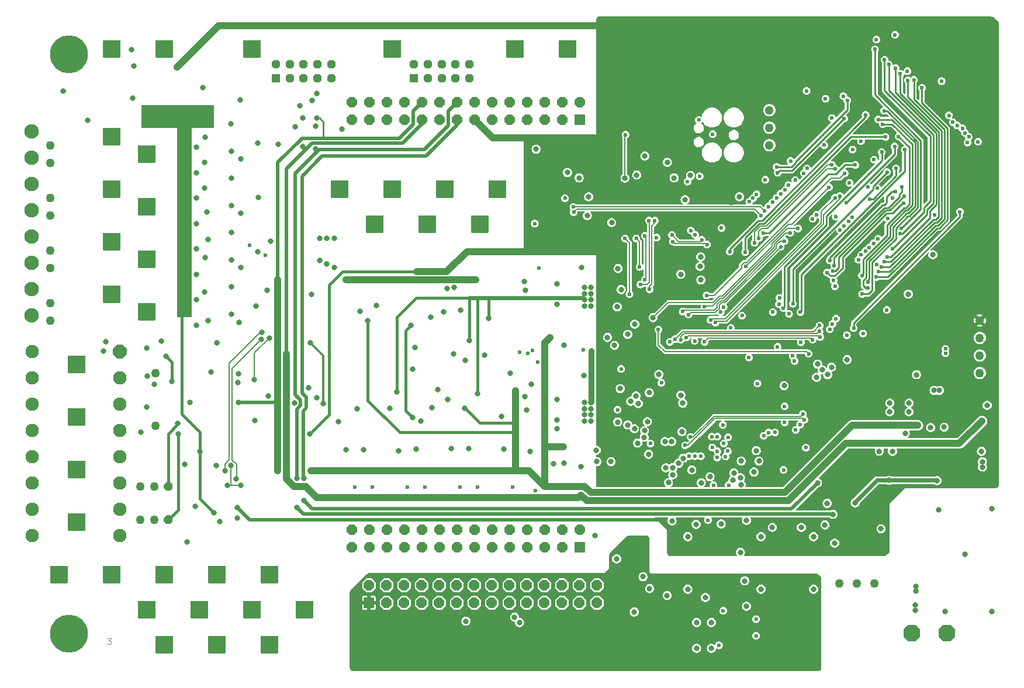
<source format=gbr>
%TF.GenerationSoftware,KiCad,Pcbnew,7.0.10-7.0.10~ubuntu22.04.1*%
%TF.CreationDate,2024-01-19T15:41:50+01:00*%
%TF.ProjectId,EEZ DIB MIO168,45455a20-4449-4422-904d-494f3136382e,r3B1*%
%TF.SameCoordinates,Original*%
%TF.FileFunction,Copper,L3,Inr*%
%TF.FilePolarity,Positive*%
%FSLAX46Y46*%
G04 Gerber Fmt 4.6, Leading zero omitted, Abs format (unit mm)*
G04 Created by KiCad (PCBNEW 7.0.10-7.0.10~ubuntu22.04.1) date 2024-01-19 15:41:50*
%MOMM*%
%LPD*%
G01*
G04 APERTURE LIST*
G04 Aperture macros list*
%AMOutline5P*
0 Free polygon, 5 corners , with rotation*
0 The origin of the aperture is its center*
0 number of corners: always 5*
0 $1 to $10 corner X, Y*
0 $11 Rotation angle, in degrees counterclockwise*
0 create outline with 5 corners*
4,1,5,$1,$2,$3,$4,$5,$6,$7,$8,$9,$10,$1,$2,$11*%
%AMOutline6P*
0 Free polygon, 6 corners , with rotation*
0 The origin of the aperture is its center*
0 number of corners: always 6*
0 $1 to $12 corner X, Y*
0 $13 Rotation angle, in degrees counterclockwise*
0 create outline with 6 corners*
4,1,6,$1,$2,$3,$4,$5,$6,$7,$8,$9,$10,$11,$12,$1,$2,$13*%
%AMOutline7P*
0 Free polygon, 7 corners , with rotation*
0 The origin of the aperture is its center*
0 number of corners: always 7*
0 $1 to $14 corner X, Y*
0 $15 Rotation angle, in degrees counterclockwise*
0 create outline with 7 corners*
4,1,7,$1,$2,$3,$4,$5,$6,$7,$8,$9,$10,$11,$12,$13,$14,$1,$2,$15*%
%AMOutline8P*
0 Free polygon, 8 corners , with rotation*
0 The origin of the aperture is its center*
0 number of corners: always 8*
0 $1 to $16 corner X, Y*
0 $17 Rotation angle, in degrees counterclockwise*
0 create outline with 8 corners*
4,1,8,$1,$2,$3,$4,$5,$6,$7,$8,$9,$10,$11,$12,$13,$14,$15,$16,$1,$2,$17*%
G04 Aperture macros list end*
%ADD10C,0.101600*%
%TA.AperFunction,NonConductor*%
%ADD11C,0.101600*%
%TD*%
%TA.AperFunction,ComponentPad*%
%ADD12C,1.270000*%
%TD*%
%TA.AperFunction,ComponentPad*%
%ADD13Outline8P,-1.200000X0.497056X-0.497056X1.200000X0.497056X1.200000X1.200000X0.497056X1.200000X-0.497056X0.497056X-1.200000X-0.497056X-1.200000X-1.200000X-0.497056X270.000000*%
%TD*%
%TA.AperFunction,ComponentPad*%
%ADD14C,2.100000*%
%TD*%
%TA.AperFunction,ComponentPad*%
%ADD15R,1.500000X1.500000*%
%TD*%
%TA.AperFunction,ComponentPad*%
%ADD16Outline8P,-0.750000X0.310660X-0.310660X0.750000X0.310660X0.750000X0.750000X0.310660X0.750000X-0.310660X0.310660X-0.750000X-0.310660X-0.750000X-0.750000X-0.310660X0.000000*%
%TD*%
%TA.AperFunction,ComponentPad*%
%ADD17R,1.200000X1.200000*%
%TD*%
%TA.AperFunction,ComponentPad*%
%ADD18Outline8P,-0.600000X0.248528X-0.248528X0.600000X0.248528X0.600000X0.600000X0.248528X0.600000X-0.248528X0.248528X-0.600000X-0.248528X-0.600000X-0.600000X-0.248528X0.000000*%
%TD*%
%TA.AperFunction,ComponentPad*%
%ADD19Outline8P,-0.635000X0.263026X-0.263026X0.635000X0.263026X0.635000X0.635000X0.263026X0.635000X-0.263026X0.263026X-0.635000X-0.263026X-0.635000X-0.635000X-0.263026X90.000000*%
%TD*%
%TA.AperFunction,ComponentPad*%
%ADD20C,5.500000*%
%TD*%
%TA.AperFunction,ComponentPad*%
%ADD21Outline8P,-0.750000X0.310660X-0.310660X0.750000X0.310660X0.750000X0.750000X0.310660X0.750000X-0.310660X0.310660X-0.750000X-0.310660X-0.750000X-0.750000X-0.310660X180.000000*%
%TD*%
%TA.AperFunction,ComponentPad*%
%ADD22Outline8P,-0.975000X0.403858X-0.403858X0.975000X0.403858X0.975000X0.975000X0.403858X0.975000X-0.403858X0.403858X-0.975000X-0.403858X-0.975000X-0.975000X-0.403858X180.000000*%
%TD*%
%TA.AperFunction,ComponentPad*%
%ADD23C,1.950000*%
%TD*%
%TA.AperFunction,ViaPad*%
%ADD24C,0.806400*%
%TD*%
%TA.AperFunction,ViaPad*%
%ADD25C,0.600000*%
%TD*%
%TA.AperFunction,Conductor*%
%ADD26C,0.406400*%
%TD*%
%TA.AperFunction,Conductor*%
%ADD27C,1.016000*%
%TD*%
%TA.AperFunction,Conductor*%
%ADD28C,0.508000*%
%TD*%
%TA.AperFunction,Conductor*%
%ADD29C,0.254000*%
%TD*%
%TA.AperFunction,Conductor*%
%ADD30C,0.609600*%
%TD*%
%TA.AperFunction,Conductor*%
%ADD31C,0.812800*%
%TD*%
%TA.AperFunction,Conductor*%
%ADD32C,0.203200*%
%TD*%
%TA.AperFunction,Conductor*%
%ADD33C,0.304800*%
%TD*%
%TA.AperFunction,Conductor*%
%ADD34C,0.152400*%
%TD*%
G04 APERTURE END LIST*
D10*
D11*
X92026800Y-147667210D02*
X92592857Y-147667210D01*
X92592857Y-147667210D02*
X92288057Y-148015553D01*
X92288057Y-148015553D02*
X92418686Y-148015553D01*
X92418686Y-148015553D02*
X92505772Y-148059096D01*
X92505772Y-148059096D02*
X92549314Y-148102639D01*
X92549314Y-148102639D02*
X92592857Y-148189725D01*
X92592857Y-148189725D02*
X92592857Y-148407439D01*
X92592857Y-148407439D02*
X92549314Y-148494525D01*
X92549314Y-148494525D02*
X92505772Y-148538068D01*
X92505772Y-148538068D02*
X92418686Y-148581610D01*
X92418686Y-148581610D02*
X92157429Y-148581610D01*
X92157429Y-148581610D02*
X92070343Y-148538068D01*
X92070343Y-148538068D02*
X92026800Y-148494525D01*
D12*
%TO.N,DAC_OUT#4*%
%TO.C,TP12*%
X99060000Y-116840000D03*
%TD*%
%TO.N,DAC_OUT#3*%
%TO.C,TP11*%
X99060000Y-109220000D03*
%TD*%
%TO.N,Net-(TP20-P$1)*%
%TO.C,TP20*%
X83820000Y-101600000D03*
%TD*%
%TO.N,Net-(TP19-P$1)*%
%TO.C,TP19*%
X83820000Y-99060000D03*
%TD*%
%TO.N,Net-(TP18-P$1)*%
%TO.C,TP18*%
X83820000Y-93980000D03*
%TD*%
%TO.N,Net-(TP17-P$1)*%
%TO.C,TP17*%
X83820000Y-91440000D03*
%TD*%
%TO.N,Net-(TP16-P$1)*%
%TO.C,TP16*%
X83820000Y-86360000D03*
%TD*%
%TO.N,Net-(TP15-P$1)*%
%TO.C,TP15*%
X83820000Y-83820000D03*
%TD*%
%TO.N,Net-(TP14-P$1)*%
%TO.C,TP14*%
X83820000Y-78740000D03*
%TD*%
%TO.N,Net-(TP13-P$1)*%
%TO.C,TP13*%
X83820000Y-76200000D03*
%TD*%
%TO.N,GNDIO*%
%TO.C,TP3*%
X203200000Y-139700000D03*
%TD*%
%TO.N,/MCU/SWCLK*%
%TO.C,TP10*%
X187960000Y-76200000D03*
%TD*%
%TO.N,~{RESET}*%
%TO.C,TP9*%
X187960000Y-73660000D03*
%TD*%
%TO.N,/MCU/SWDIO*%
%TO.C,TP8*%
X187960000Y-71120000D03*
%TD*%
%TO.N,+5V*%
%TO.C,TP1*%
X198120000Y-139700000D03*
%TD*%
%TO.N,+3V3*%
%TO.C,TP2*%
X200660000Y-139700000D03*
%TD*%
%TO.N,+3V3_ISO*%
%TO.C,TP4*%
X218440000Y-101600000D03*
%TD*%
%TO.N,-15V_ISO*%
%TO.C,TP6*%
X218440000Y-106680000D03*
%TD*%
%TO.N,+15V_ISO*%
%TO.C,TP5*%
X218440000Y-104140000D03*
%TD*%
D13*
%TO.N,PE*%
%TO.C,J1*%
X213677100Y-146915600D03*
%TO.N,unconnected-(J1-Pad2)*%
X208597100Y-146915600D03*
%TD*%
D14*
%TO.N,Net-(TP20-P$1)*%
%TO.C,X4*%
X81100000Y-100835000D03*
%TO.N,Net-(TP19-P$1)*%
X81100000Y-97025000D03*
%TO.N,Net-(TP18-P$1)*%
X81100000Y-93215000D03*
%TO.N,Net-(TP17-P$1)*%
X81100000Y-89405000D03*
%TO.N,Net-(TP16-P$1)*%
X81100000Y-85595000D03*
%TO.N,Net-(TP15-P$1)*%
X81100000Y-81785000D03*
%TO.N,Net-(TP14-P$1)*%
X81100000Y-77975000D03*
%TO.N,Net-(TP13-P$1)*%
X81100000Y-74165000D03*
%TD*%
D15*
%TO.N,+3V3*%
%TO.C,X1*%
X129980000Y-142540000D03*
D16*
%TO.N,unconnected-(X1-Pin_2-Pad2)*%
X129980000Y-140000000D03*
%TO.N,unconnected-(X1-Pin_3-Pad3)*%
X132520000Y-142540000D03*
%TO.N,/DIB interface/DIB_NRESET*%
X132520000Y-140000000D03*
%TO.N,/DIB interface/DIB_SCL*%
X135060000Y-142540000D03*
%TO.N,/DIB interface/OE_SYNC*%
X135060000Y-140000000D03*
%TO.N,GNDIO*%
X137600000Y-142540000D03*
%TO.N,/DIB interface/DIB_SDA*%
X137600000Y-140000000D03*
%TO.N,Net-(RN1B-2)*%
X140140000Y-142540000D03*
%TO.N,/DIB interface/DIB_IRQ*%
X140140000Y-140000000D03*
%TO.N,GNDIO*%
X142680000Y-142540000D03*
%TO.N,/DIB interface/DIB_CSB*%
X142680000Y-140000000D03*
%TO.N,Net-(RN1C-2)*%
X145220000Y-142540000D03*
%TO.N,Net-(RN1A-2)*%
X145220000Y-140000000D03*
%TO.N,Net-(RN1D-2)*%
X147760000Y-142540000D03*
%TO.N,GNDIO*%
X147760000Y-140000000D03*
%TO.N,/DIB interface/DIB_A0*%
X150300000Y-142540000D03*
%TO.N,/DIB interface/DIB_A2*%
X150300000Y-140000000D03*
%TO.N,/DIB interface/DIB_A1*%
X152840000Y-142540000D03*
%TO.N,GNDIO*%
X152840000Y-140000000D03*
%TO.N,unconnected-(X1-Pin_21-Pad21)*%
X155380000Y-142540000D03*
%TO.N,unconnected-(X1-Pin_22-Pad22)*%
X155380000Y-140000000D03*
%TO.N,+5V*%
X157920000Y-142540000D03*
X157920000Y-140000000D03*
%TO.N,GNDIO*%
X160460000Y-142540000D03*
%TO.N,/DIB interface/DIB_BOOT*%
X160460000Y-140000000D03*
%TO.N,unconnected-(X1-Pin_27-Pad27)*%
X163000000Y-142540000D03*
%TO.N,unconnected-(X1-Pin_28-Pad28)*%
X163000000Y-140000000D03*
%TD*%
D17*
%TO.N,GND*%
%TO.C,X7*%
X136500000Y-66500000D03*
D18*
X136500000Y-64500000D03*
%TO.N,/ADIB\u002C PWM\u002C AFE connectors/AFE2N*%
X138500000Y-66500000D03*
%TO.N,/ADIB\u002C PWM\u002C AFE connectors/AFE2P*%
X138500000Y-64500000D03*
%TO.N,GND*%
X140500000Y-66500000D03*
X140500000Y-64500000D03*
%TO.N,ADIB2_ID0*%
X142500000Y-66500000D03*
%TO.N,ADIB2_ID2*%
X142500000Y-64500000D03*
%TO.N,ADIB2_ID1*%
X144500000Y-66500000D03*
%TO.N,GND*%
X144500000Y-64500000D03*
%TD*%
D12*
%TO.N,Net-(JP3-Pin_1)*%
%TO.C,JP3*%
X96869100Y-130532600D03*
%TO.N,PWM_OUT#2*%
X98869100Y-130532600D03*
D19*
%TO.N,Net-(JP3-Pin_3)*%
X100869100Y-130532600D03*
%TD*%
D20*
%TO.N,*%
%TO.C,KK1*%
X86500000Y-63000000D03*
%TD*%
D12*
%TO.N,Net-(JP2-Pin_1)*%
%TO.C,JP2*%
X96869100Y-125706600D03*
%TO.N,PWM_OUT#1*%
X98869100Y-125706600D03*
D19*
%TO.N,Net-(JP2-Pin_3)*%
X100869100Y-125706600D03*
%TD*%
D17*
%TO.N,GND*%
%TO.C,X5*%
X116500000Y-66500000D03*
D18*
X116500000Y-64500000D03*
%TO.N,/ADIB\u002C PWM\u002C AFE connectors/AFE1N*%
X118500000Y-66500000D03*
%TO.N,/ADIB\u002C PWM\u002C AFE connectors/AFE1P*%
X118500000Y-64500000D03*
%TO.N,GND*%
X120500000Y-66500000D03*
X120500000Y-64500000D03*
%TO.N,ADIB1_ID0*%
X122500000Y-66500000D03*
%TO.N,ADIB1_ID2*%
X122500000Y-64500000D03*
%TO.N,ADIB1_ID1*%
X124500000Y-66500000D03*
%TO.N,GND*%
X124500000Y-64500000D03*
%TD*%
D15*
%TO.N,AFE_ID0*%
%TO.C,X8*%
X160520000Y-134500000D03*
D21*
%TO.N,AFE_ID1*%
X160520000Y-131960000D03*
%TO.N,ISEL#1*%
X157980000Y-134500000D03*
%TO.N,ISEL#2*%
X157980000Y-131960000D03*
%TO.N,USEL1#1*%
X155440000Y-134500000D03*
%TO.N,USEL1#2{slash}SDA2*%
X155440000Y-131960000D03*
%TO.N,USEL20#1*%
X152900000Y-134500000D03*
%TO.N,USEL20#2{slash}SCL2*%
X152900000Y-131960000D03*
%TO.N,USEL100#1*%
X150360000Y-134500000D03*
%TO.N,USEL100#2*%
X150360000Y-131960000D03*
%TO.N,USEL1#3*%
X147820000Y-134500000D03*
%TO.N,USEL1#4*%
X147820000Y-131960000D03*
%TO.N,USEL20#3*%
X145280000Y-134500000D03*
%TO.N,USEL20#4*%
X145280000Y-131960000D03*
%TO.N,ISEL_S#3*%
X142740000Y-134500000D03*
%TO.N,ISEL_S#4*%
X142740000Y-131960000D03*
%TO.N,ISEL_R#3*%
X140200000Y-134500000D03*
%TO.N,ISEL_R#4*%
X140200000Y-131960000D03*
%TO.N,ISEL10_S#3*%
X137660000Y-134500000D03*
%TO.N,ISEL10_S#4*%
X137660000Y-131960000D03*
%TO.N,ISEL10_R#3*%
X135120000Y-134500000D03*
%TO.N,ISEL10_R#4*%
X135120000Y-131960000D03*
%TO.N,ISEL_LOW#3*%
X132580000Y-134500000D03*
%TO.N,ISEL_LOW#4*%
X132580000Y-131960000D03*
%TO.N,ISEL_MID#3*%
X130040000Y-134500000D03*
%TO.N,ISEL_MID#4*%
X130040000Y-131960000D03*
%TO.N,GND*%
X127500000Y-134500000D03*
X127500000Y-131960000D03*
%TD*%
D15*
%TO.N,GND*%
%TO.C,X6*%
X160520000Y-72500000D03*
D21*
X160520000Y-69960000D03*
%TO.N,MIO_MOSI*%
X157980000Y-72500000D03*
%TO.N,ADC_CLK{slash}SDA1*%
X157980000Y-69960000D03*
%TO.N,~{ADC_CS}*%
X155440000Y-72500000D03*
%TO.N,MIO_SCK*%
X155440000Y-69960000D03*
%TO.N,~{ADC_DRDY}*%
X152900000Y-72500000D03*
%TO.N,MIO_MISO*%
X152900000Y-69960000D03*
%TO.N,~{RESET}*%
X150360000Y-72500000D03*
%TO.N,ADC_START{slash}SCL1*%
X150360000Y-69960000D03*
%TO.N,GND*%
X147820000Y-72500000D03*
X147820000Y-69960000D03*
%TO.N,+3V3_ISO*%
X145280000Y-72500000D03*
%TO.N,AFE_CLK*%
X145280000Y-69960000D03*
%TO.N,-5V_ISO*%
X142740000Y-72500000D03*
%TO.N,+5V_ISO*%
X142740000Y-69960000D03*
%TO.N,unconnected-(X6-Pin_17-Pad17)*%
X140200000Y-72500000D03*
%TO.N,unconnected-(X6-Pin_18-Pad18)*%
X140200000Y-69960000D03*
%TO.N,-15V_ISO*%
X137660000Y-72500000D03*
%TO.N,+15V_ISO*%
X137660000Y-69960000D03*
%TO.N,GND*%
X135120000Y-72500000D03*
X135120000Y-69960000D03*
%TO.N,/ADIB\u002C PWM\u002C AFE connectors/AFE2N*%
X132580000Y-72500000D03*
%TO.N,/ADIB\u002C PWM\u002C AFE connectors/AFE2P*%
X132580000Y-69960000D03*
%TO.N,/ADIB\u002C PWM\u002C AFE connectors/AFE1N*%
X130040000Y-72500000D03*
%TO.N,/ADIB\u002C PWM\u002C AFE connectors/AFE1P*%
X130040000Y-69960000D03*
%TO.N,GND*%
X127500000Y-72500000D03*
X127500000Y-69960000D03*
%TD*%
D22*
%TO.N,GND*%
%TO.C,X3*%
X93850000Y-106165000D03*
D23*
%TO.N,DAC_OUT#1*%
X93850000Y-109975000D03*
%TO.N,DAC_OUT#2*%
X93850000Y-113785000D03*
%TO.N,DAC_OUT#3*%
X93850000Y-117595000D03*
%TO.N,DAC_OUT#4*%
X93850000Y-121405000D03*
%TO.N,PWM_OUT#1*%
X93850000Y-125215000D03*
%TO.N,PWM_OUT#2*%
X93850000Y-129025000D03*
%TO.N,GND*%
X93850000Y-132835000D03*
%TO.N,POUT0*%
X81150000Y-106165000D03*
%TO.N,POUT1*%
X81150000Y-109975000D03*
%TO.N,POUT2*%
X81150000Y-113785000D03*
%TO.N,POUT3*%
X81150000Y-117595000D03*
%TO.N,POUT4*%
X81150000Y-121405000D03*
%TO.N,POUT5*%
X81150000Y-125215000D03*
%TO.N,POUT6*%
X81150000Y-129025000D03*
%TO.N,POUT7*%
X81150000Y-132835000D03*
%TD*%
D12*
%TO.N,GND*%
%TO.C,TP7*%
X218440000Y-109220000D03*
%TD*%
D20*
%TO.N,*%
%TO.C,KK2*%
X86500000Y-147000000D03*
%TD*%
D24*
%TO.N,GND*%
X176148600Y-132945600D03*
D25*
X202247500Y-82232500D03*
D24*
X104774600Y-128564100D03*
X199237200Y-107291600D03*
X204152100Y-131802600D03*
X104965100Y-94909100D03*
X211835600Y-111736600D03*
D25*
X182372000Y-102679500D03*
D24*
X111442100Y-78145100D03*
X205422100Y-114848100D03*
X166052100Y-94083600D03*
X110045100Y-84939600D03*
D25*
X205123831Y-86849169D03*
X195915552Y-76181948D03*
D24*
X136270600Y-108648500D03*
X152654000Y-97195100D03*
D25*
X204978000Y-100076000D03*
X203134039Y-78293037D03*
D24*
X203898100Y-120563100D03*
X140779100Y-100330000D03*
X207645000Y-117999140D03*
X158241600Y-122277600D03*
X165544500Y-105219500D03*
X111442100Y-93893100D03*
X85661500Y-68389500D03*
X218694000Y-120586500D03*
X136651600Y-105513600D03*
D25*
X171640500Y-89598500D03*
D24*
X196963900Y-108371100D03*
D25*
X201243390Y-75617805D03*
D24*
X212597600Y-111736600D03*
X103314500Y-122491500D03*
X196024512Y-131254500D03*
D25*
X153987500Y-87566500D03*
D24*
X110045100Y-92813600D03*
X113601100Y-99481100D03*
X137502500Y-116168900D03*
X95884600Y-64746600D03*
X165036100Y-122074400D03*
X165125000Y-87428800D03*
X161099100Y-109577600D03*
X205803500Y-120586500D03*
X183768600Y-135231600D03*
X104965100Y-87543100D03*
X184657600Y-130596100D03*
X132980874Y-114300000D03*
X104965100Y-98592100D03*
D25*
X189166500Y-105410000D03*
D24*
X97789600Y-114149600D03*
X194373100Y-132945600D03*
X186753100Y-132945600D03*
X153479500Y-110871000D03*
X104965100Y-102275100D03*
X113918600Y-83796600D03*
X139954000Y-111633000D03*
X110045100Y-100687600D03*
X111188100Y-101894100D03*
X110934100Y-130227800D03*
X110045100Y-77065600D03*
D25*
X187388500Y-81216500D03*
D24*
X104965100Y-80177100D03*
X111442100Y-86082600D03*
D25*
X200025000Y-76835000D03*
D24*
X110045100Y-81002600D03*
X115391800Y-112600200D03*
D25*
X193357500Y-68326000D03*
X201549000Y-103505000D03*
X197040500Y-72263000D03*
D24*
X161798000Y-83693000D03*
X196341600Y-128119600D03*
D25*
X206184500Y-60198000D03*
D24*
X121678300Y-97792000D03*
D25*
X207962500Y-65468500D03*
D24*
X211645500Y-92075000D03*
D25*
X203454000Y-60896500D03*
D24*
X104965100Y-83860100D03*
D25*
X213487000Y-106362500D03*
D24*
X97789600Y-105577100D03*
X143891000Y-107378500D03*
D25*
X158369000Y-83883500D03*
D24*
X97853100Y-109704600D03*
X208089500Y-97790000D03*
X173862600Y-130659600D03*
D25*
X218186000Y-75692000D03*
D24*
X208216100Y-114848100D03*
X205422100Y-113578100D03*
D25*
X177763849Y-72553151D03*
D24*
X113855100Y-75922600D03*
X138938000Y-101155504D03*
X105918000Y-67818000D03*
X157225600Y-113070100D03*
D25*
X184023000Y-100901500D03*
D24*
X168458300Y-102148100D03*
X208216100Y-113578100D03*
D25*
X212915500Y-66929000D03*
D24*
X219519100Y-113918996D03*
X175132600Y-94909100D03*
D25*
X185008959Y-106967459D03*
D24*
X190100800Y-111061500D03*
X104965100Y-76494100D03*
X139064600Y-114213100D03*
X119278000Y-73560400D03*
X110045100Y-96750600D03*
X150431500Y-109283500D03*
X183641600Y-83675100D03*
X103631600Y-133733000D03*
X175767600Y-84114100D03*
X128714100Y-100266494D03*
X95567500Y-62357000D03*
X157225600Y-96306100D03*
X110045100Y-88876600D03*
X128270000Y-114427000D03*
D25*
X213487000Y-105727500D03*
D24*
X156717600Y-122341100D03*
X165989000Y-116332000D03*
X160781600Y-93969300D03*
X213296100Y-117070600D03*
X121208400Y-111381000D03*
X104965100Y-91226100D03*
X143248800Y-100116100D03*
X108394100Y-130786600D03*
D25*
X211882707Y-86327735D03*
D24*
X95757600Y-69382100D03*
X166369600Y-111482600D03*
X152781000Y-114594100D03*
X163004100Y-122074400D03*
X107822600Y-122595100D03*
X165925510Y-99631500D03*
X141414100Y-113070100D03*
X109981600Y-73128600D03*
X168427000Y-117311900D03*
X211327600Y-117134100D03*
X218820600Y-122849100D03*
D25*
X154622500Y-93980000D03*
D24*
X158242000Y-105219500D03*
X113855100Y-91670600D03*
X218820600Y-122087100D03*
X131063600Y-99417600D03*
X161581700Y-86412800D03*
X96900600Y-117769100D03*
%TO.N,+3V3*%
X172338600Y-139232100D03*
X166433510Y-134810500D03*
X171449600Y-143359600D03*
X182435100Y-140565600D03*
X184657600Y-141264100D03*
X193103100Y-140565600D03*
%TO.N,GNDIO*%
X168401600Y-143867600D03*
X173164100Y-141485200D03*
X184657600Y-143042100D03*
X186753100Y-140565600D03*
X170624100Y-140481800D03*
X184403600Y-139359100D03*
X165848900Y-136171400D03*
X209105100Y-143613600D03*
X194373100Y-140565600D03*
X209105100Y-142851600D03*
X176148600Y-140565600D03*
%TO.N,PE*%
X89198600Y-72580500D03*
%TO.N,+15V_ISO*%
X151193100Y-111800100D03*
X122376800Y-72290400D03*
X110946800Y-110580900D03*
X116776100Y-95734600D03*
X121602494Y-123407900D03*
X100548000Y-106819200D03*
X209486100Y-116816600D03*
X126618600Y-95734600D03*
X158178100Y-119928100D03*
X156209600Y-104116600D03*
X129776182Y-101607200D03*
X116776100Y-123407900D03*
X101409100Y-110466600D03*
X143827100Y-114340100D03*
X111035700Y-113514600D03*
X145414600Y-95734600D03*
%TO.N,-15V_ISO*%
X161226100Y-98592100D03*
X161226100Y-96814100D03*
X162115100Y-96814100D03*
X218757100Y-116181600D03*
X118046100Y-116118100D03*
X160718100Y-126938500D03*
X162115100Y-97703100D03*
X162242100Y-106021600D03*
X162115100Y-98592100D03*
X161226100Y-116181600D03*
X144525600Y-104526500D03*
X161226100Y-99481100D03*
X113410600Y-116118100D03*
X118046100Y-106478800D03*
X162115100Y-116181600D03*
X162115100Y-114403600D03*
X147319600Y-101322600D03*
X161226100Y-115292600D03*
X162115100Y-113514600D03*
X145729600Y-112247100D03*
X120408300Y-76417900D03*
X120408300Y-72290400D03*
X133984600Y-111927100D03*
X162115100Y-99481100D03*
X160718100Y-122785600D03*
X162115100Y-115292600D03*
X162877100Y-120423400D03*
X164528500Y-104076488D03*
X161226100Y-97703100D03*
X161226100Y-114403600D03*
X161226100Y-113514600D03*
%TO.N,+3V3_ISO*%
X111442100Y-125516100D03*
X181139700Y-92171100D03*
X210248100Y-93639100D03*
X102171100Y-64873600D03*
X109473600Y-125516100D03*
D25*
X199133538Y-73530538D03*
X208089500Y-62103000D03*
D24*
X193039600Y-135168100D03*
D25*
X206121000Y-98933000D03*
X204329577Y-84251081D03*
X210518174Y-83723715D03*
D24*
X121411600Y-118086600D03*
D25*
X185801000Y-82296000D03*
X210947000Y-65087500D03*
X184848100Y-100838000D03*
D24*
X109981600Y-122658600D03*
D25*
X202692000Y-102362000D03*
D24*
X188666849Y-112892257D03*
D25*
X194437000Y-69469000D03*
X202184000Y-77343000D03*
D24*
X136905600Y-94528100D03*
X173862600Y-132374100D03*
D25*
X195507700Y-77343000D03*
D24*
X184803200Y-111406400D03*
X166687100Y-118848600D03*
X166623600Y-102148100D03*
D25*
X196024500Y-70294494D03*
X212217004Y-102362000D03*
D24*
X168592100Y-105950600D03*
D25*
X182317300Y-94551500D03*
X200243170Y-81053670D03*
D24*
X212280100Y-94972600D03*
X182498600Y-135231600D03*
X110934100Y-128741900D03*
X182435100Y-84495100D03*
D25*
X155511500Y-87566500D03*
X212917007Y-102362000D03*
D24*
X184657600Y-132374100D03*
X198119600Y-107228100D03*
D25*
X188217900Y-104893200D03*
%TO.N,~{RESET}*%
X167068500Y-89725500D03*
X187154375Y-118321565D03*
X166497000Y-108648500D03*
X167703500Y-97790000D03*
D24*
X167055400Y-80977200D03*
D25*
X186245500Y-110744000D03*
X179768500Y-74612500D03*
X167132000Y-74676000D03*
D24*
%TO.N,+5V_ISO*%
X122211700Y-76786200D03*
X209296004Y-109474000D03*
X197181500Y-129722183D03*
X197421100Y-133898100D03*
X119519300Y-128716500D03*
X122211700Y-73458800D03*
X119519300Y-124474700D03*
D25*
%TO.N,DOUT7*%
X199199500Y-103759000D03*
X130429000Y-125793500D03*
D24*
X196417800Y-109450600D03*
X169849400Y-118543800D03*
%TO.N,DOUT6*%
X169874800Y-117578600D03*
D25*
X127889000Y-125793500D03*
X197612000Y-101346000D03*
D24*
X195630400Y-108790200D03*
D25*
%TO.N,DOUT3*%
X190182500Y-114055200D03*
X190182500Y-116395500D03*
X143129000Y-125793500D03*
X170751500Y-119443500D03*
D24*
%TO.N,DOUT2*%
X173989600Y-123979400D03*
D25*
X145669000Y-125793500D03*
D24*
X186461000Y-121985500D03*
D25*
X191606962Y-107473456D03*
%TO.N,DOUT1*%
X191336051Y-106722425D03*
X150749000Y-125793500D03*
D24*
X185737100Y-123585700D03*
X173341900Y-125127600D03*
%TO.N,DOUT0*%
X175500900Y-121591800D03*
D25*
X192528503Y-104777412D03*
X154051000Y-126238000D03*
D24*
X186067300Y-120486900D03*
%TO.N,DAC_OUT#1*%
X107949600Y-104878600D03*
X91820600Y-104688100D03*
X142239600Y-106466100D03*
X121691000Y-69686900D03*
D25*
%TO.N,DAC_CS#2*%
X161036000Y-105854500D03*
X165989000Y-114554000D03*
D24*
%TO.N,-VSENSE*%
X119913000Y-70448900D03*
X122427600Y-112816100D03*
X116801500Y-76087700D03*
X146684600Y-106593100D03*
%TO.N,~{DAC_ALARM}*%
X167449100Y-103608600D03*
X167449100Y-116753100D03*
X171132100Y-101195600D03*
D25*
X191720468Y-81261465D03*
X192115718Y-88271064D03*
D24*
%TO.N,DAC_OUT#2*%
X111289700Y-69598000D03*
X98869100Y-110873000D03*
X91503100Y-106021600D03*
X125577200Y-116245100D03*
D25*
%TO.N,BOOT0*%
X179070000Y-130556000D03*
X179705000Y-120015000D03*
X181038500Y-88201500D03*
X181961300Y-120554594D03*
D24*
%TO.N,CLAMP*%
X102869600Y-81701100D03*
X102869600Y-78018100D03*
X105473100Y-120626600D03*
X107505100Y-129516600D03*
X102869600Y-96496600D03*
X102869600Y-100116100D03*
X102171100Y-70779100D03*
X104647600Y-70906100D03*
X100202600Y-70779100D03*
X102869600Y-74335100D03*
X102869600Y-85384100D03*
X102869600Y-92813600D03*
X106552994Y-70906100D03*
X102869600Y-89067100D03*
D25*
%TO.N,DIN6*%
X178181000Y-89924800D03*
X180911500Y-100393500D03*
D24*
X115252500Y-97218500D03*
X115689800Y-90146600D03*
X106171600Y-97512600D03*
D25*
X173863000Y-89217500D03*
%TO.N,DIN5*%
X173990000Y-90170000D03*
X178943000Y-90614500D03*
D24*
X106235100Y-92496100D03*
D25*
X181342366Y-99648269D03*
D24*
%TO.N,DIN4*%
X178015500Y-92394500D03*
X106679600Y-89892600D03*
X122808600Y-92940600D03*
X122808600Y-89702100D03*
%TO.N,DIN3*%
X123888100Y-89702100D03*
X177926600Y-93766100D03*
X123888100Y-93385100D03*
X106489100Y-85892100D03*
%TO.N,DIN2*%
X178053600Y-95734600D03*
X124967600Y-93956600D03*
X124967600Y-89702100D03*
X106171600Y-82399600D03*
%TO.N,DIN1*%
X106171600Y-78716600D03*
X158724200Y-80164400D03*
%TO.N,DIN0*%
X106235100Y-75033600D03*
X160413300Y-80939100D03*
%TO.N,+5V*%
X209168600Y-140121100D03*
X209168600Y-140819600D03*
%TO.N,-5V_ISO*%
X120548000Y-124487400D03*
X194933100Y-125146600D03*
X120548000Y-127687800D03*
%TO.N,~{ADC_DRDY}*%
X168757200Y-80532700D03*
D25*
%TO.N,ISEL_S#3*%
X181235366Y-116764800D03*
X186118500Y-83312000D03*
%TO.N,ISEL_R#3*%
X187835533Y-85089489D03*
%TO.N,ISEL10_S#3*%
X188431714Y-84483624D03*
X179873443Y-125483051D03*
X182077450Y-125476000D03*
D24*
%TO.N,ISEL10_R#3*%
X182700306Y-124754443D03*
D25*
X189011776Y-83862309D03*
D24*
X179374400Y-124284200D03*
%TO.N,ISEL_S#4*%
X175424700Y-113603500D03*
D25*
X197471902Y-83824721D03*
X179451002Y-101536498D03*
D24*
%TO.N,ISEL_R#4*%
X175158000Y-112435100D03*
D25*
X180149500Y-101917500D03*
X198179730Y-83569596D03*
D24*
%TO.N,ISEL10_S#4*%
X175299959Y-117732009D03*
D25*
X198900689Y-80265329D03*
X178879500Y-97980500D03*
D24*
X172833900Y-119178800D03*
D25*
%TO.N,ISEL10_R#4*%
X180433366Y-120581362D03*
X184531000Y-93789500D03*
X178035631Y-121286369D03*
X196595998Y-82296000D03*
%TO.N,USEL1#1*%
X190173681Y-90098452D03*
X175420457Y-100299963D03*
D24*
X172979950Y-122969750D03*
D25*
%TO.N,ISEL#1*%
X189598909Y-90944092D03*
X176255444Y-100765700D03*
D24*
X173983250Y-122950700D03*
D25*
%TO.N,USEL100#1*%
X185610500Y-83883500D03*
X180432906Y-118457800D03*
D24*
%TO.N,ISEL_MID#3*%
X176732800Y-123280900D03*
X183895600Y-121985500D03*
D25*
X190253177Y-82707371D03*
D24*
%TO.N,ISEL_LOW#3*%
X178091700Y-125135100D03*
X182825478Y-123705483D03*
D25*
X189590685Y-83239920D03*
%TO.N,USEL1#3*%
X191051937Y-78497434D03*
X191770000Y-117475000D03*
%TO.N,USEL100#2*%
X178562000Y-104711500D03*
D24*
X170561000Y-112077500D03*
D25*
X194246500Y-104394000D03*
X193421003Y-79573865D03*
D24*
X170465350Y-121007600D03*
%TO.N,ISEL#2*%
X174808750Y-122315700D03*
D25*
X172326592Y-110632827D03*
%TO.N,ISEL_LOW#4*%
X186436000Y-89662000D03*
X177185630Y-121284804D03*
X181360508Y-119448008D03*
X197534763Y-79653764D03*
%TO.N,ISEL_MID#4*%
X181991000Y-118554500D03*
X185826400Y-90360500D03*
X176335628Y-121285036D03*
X197040500Y-79057500D03*
D24*
%TO.N,USEL1#4*%
X173805450Y-119172450D03*
X171957600Y-109437900D03*
%TO.N,BIAS_EN*%
X115569600Y-104142000D03*
D25*
X190738989Y-81993511D03*
X151828500Y-106235500D03*
X173545500Y-104711500D03*
X190982073Y-88897264D03*
X178562000Y-99568000D03*
D24*
X113385200Y-110161800D03*
%TO.N,AFE_ID1*%
X183768600Y-124411200D03*
X162672400Y-132755100D03*
D25*
X194246500Y-86868000D03*
%TO.N,AFE_ID0*%
X194824280Y-86273550D03*
D24*
X183908300Y-125414500D03*
D25*
%TO.N,ADIB1_ID1*%
X198198081Y-88475528D03*
%TO.N,ADIB1_ID0*%
X198762294Y-87881629D03*
%TO.N,ADIB2_ID0*%
X203531849Y-93472000D03*
%TO.N,ADIB2_ID1*%
X190817500Y-100647500D03*
%TO.N,ADIB2_ID2*%
X189357000Y-99250500D03*
%TO.N,ADIB1_ID2*%
X197592421Y-86561919D03*
D24*
%TO.N,ADIB1_SW*%
X154178000Y-76786200D03*
X122389500Y-68683600D03*
%TO.N,Net-(IC1-CLK)*%
X213423100Y-143804100D03*
X216344500Y-135509000D03*
X212470600Y-129072100D03*
X220217600Y-128881600D03*
X220217600Y-143804100D03*
%TO.N,Net-(C6-Pad2)*%
X212280500Y-124840996D03*
X205295500Y-124777500D03*
X200405600Y-128056100D03*
%TO.N,Net-(IC12-VOUT)*%
X157225600Y-99290600D03*
X152463100Y-95925100D03*
%TO.N,Net-(IC13-VOUT)*%
X157225600Y-116054600D03*
X152590100Y-112625600D03*
%TO.N,DAC_OUT#4*%
X104063400Y-113501900D03*
X119176400Y-113578100D03*
%TO.N,DIN7{slash}MISO*%
X106679600Y-101640100D03*
D25*
X175133000Y-104394000D03*
X154444700Y-107619800D03*
X195262500Y-103187500D03*
D24*
%TO.N,Net-(IC15-VDD)*%
X136080100Y-102275100D03*
X136308700Y-115673600D03*
%TO.N,/DIB interface/DIB_SDA*%
X151066100Y-144629600D03*
%TO.N,/DIB interface/DIB_SCL*%
X151764600Y-145391600D03*
%TO.N,/DIB interface/DIB_A0*%
X169671600Y-138762200D03*
%TO.N,/DIB interface/DIB_NRESET*%
X179577600Y-145391600D03*
X179577600Y-149138100D03*
%TO.N,/DIB interface/DIB_BOOT*%
X178688600Y-141772100D03*
%TO.N,/DIB interface/OE_SYNC*%
X177418600Y-149138100D03*
X177418600Y-145391600D03*
D25*
%TO.N,PWM#2{slash}MOSI*%
X195237608Y-102337862D03*
D24*
X110743600Y-124563600D03*
X114349945Y-104360918D03*
D25*
X174307500Y-104330500D03*
X152944191Y-106371300D03*
%TO.N,PWM#1{slash}SCK*%
X195326004Y-104013000D03*
X175958500Y-104076500D03*
D24*
X109092600Y-123357100D03*
X114426600Y-103307300D03*
D25*
X153666947Y-105926800D03*
%TO.N,USEL1#2{slash}SDA2*%
X175762263Y-119697209D03*
X193042449Y-116009981D03*
%TO.N,Net-(IC6-B2)*%
X193260541Y-120045041D03*
X190022041Y-123283541D03*
D24*
%TO.N,Net-(IC6-B1)*%
X192595100Y-131612100D03*
X188404100Y-131612100D03*
%TO.N,/Voltage DAC\u002C Digital outputs/1V25_REF*%
X123329300Y-113641600D03*
X121487800Y-104865900D03*
%TO.N,POUT6*%
X126619000Y-120309100D03*
%TO.N,POUT7*%
X129158999Y-120309099D03*
%TO.N,POUT5*%
X134302500Y-120499600D03*
%TO.N,POUT4*%
X136778996Y-120245600D03*
%TO.N,POUT3*%
X141922500Y-120205500D03*
%TO.N,POUT2*%
X144399000Y-120142000D03*
%TO.N,POUT1*%
X149479000Y-120269000D03*
%TO.N,POUT0*%
X153288600Y-120563100D03*
X99903600Y-104561100D03*
%TO.N,Net-(IC11B--IN)*%
X149161100Y-115483100D03*
X157225600Y-117324600D03*
%TO.N,/ADIB\u002C PWM\u002C AFE connectors/AFE2N*%
X126021700Y-73877900D03*
D25*
%TO.N,/DIB interface/DIB_CSB*%
X186054984Y-144907000D03*
X186055000Y-147320000D03*
D24*
%TO.N,Net-(RN1A-2)*%
X144017600Y-145201100D03*
%TO.N,Net-(Q9-G)*%
X107060600Y-109120400D03*
X111061100Y-109361700D03*
%TO.N,DOUT4*%
X170293900Y-116295900D03*
D25*
X196728127Y-102887749D03*
D24*
X194804900Y-109844300D03*
D25*
X138049000Y-125793500D03*
%TO.N,DOUT5*%
X197100165Y-102123489D03*
D24*
X168884200Y-119394700D03*
D25*
X135509000Y-125793500D03*
D24*
X194957300Y-107939300D03*
%TO.N,Net-(JP2-Pin_3)*%
X102298100Y-116562600D03*
%TO.N,Net-(JP3-Pin_3)*%
X102361600Y-118086600D03*
D25*
%TO.N,LEVEL_DIN0_3*%
X112649000Y-90741500D03*
X176602793Y-88579983D03*
%TO.N,LEVEL_DIN4_7*%
X177211204Y-89183400D03*
X114935000Y-92138500D03*
%TO.N,SLOW_DIN*%
X168692908Y-89718122D03*
X171894498Y-102933500D03*
X193675000Y-106426000D03*
X169164000Y-93853000D03*
%TO.N,/MCU/FMC_D0*%
X199429309Y-87266461D03*
X196088000Y-69469000D03*
%TO.N,/MCU/FMC_D1*%
X198691500Y-69088000D03*
X199949336Y-86652102D03*
%TO.N,/MCU/FMC_D2*%
X199263000Y-69723000D03*
X189022900Y-79375000D03*
%TO.N,/MCU/FMC_D3*%
X189149900Y-80198765D03*
X198818500Y-72326500D03*
%TO.N,/MCU/FMC_D4*%
X204597000Y-71210173D03*
X201399673Y-97767672D03*
%TO.N,/MCU/FMC_D5*%
X203740996Y-72475000D03*
X202247803Y-96031038D03*
%TO.N,/MCU/FMC_D6*%
X202256694Y-96880994D03*
X204406500Y-73152000D03*
%TO.N,/MCU/FMC_D7*%
X201365049Y-95076068D03*
X206692500Y-74930000D03*
%TO.N,/MCU/FMC_NBL0*%
X204787500Y-74993494D03*
X184458700Y-91694000D03*
%TO.N,/MCU/FMC_SDNWE*%
X204238276Y-77196733D03*
X189991996Y-99822000D03*
%TO.N,/MCU/FMC_SDNCAS*%
X200405988Y-79057500D03*
X187091969Y-88945949D03*
%TO.N,/MCU/FMC_SDNRAS*%
X200179138Y-102722162D03*
X215582500Y-85852000D03*
%TO.N,/MCU/FMC_SDNE0*%
X191389002Y-99187000D03*
X205009752Y-80105248D03*
%TO.N,/MCU/FMC_BA0*%
X206311500Y-79565500D03*
X202510907Y-84014261D03*
%TO.N,/MCU/FMC_A10*%
X201252565Y-92102803D03*
X205771750Y-83846827D03*
%TO.N,/MCU/FMC_A0*%
X196723000Y-92900500D03*
X206258178Y-82911419D03*
%TO.N,/MCU/FMC_A1*%
X197370079Y-93653700D03*
X207160444Y-82263577D03*
%TO.N,/MCU/FMC_A2*%
X197158356Y-94476912D03*
X207461822Y-83617254D03*
%TO.N,/MCU/FMC_A3*%
X207454500Y-84582000D03*
X196320832Y-94660900D03*
%TO.N,/MCU/FMC_A4*%
X197266102Y-95830912D03*
X216683500Y-75819000D03*
%TO.N,/MCU/FMC_A5*%
X216853980Y-74986269D03*
X197478237Y-96654017D03*
%TO.N,/MCU/FMC_A6*%
X216302200Y-74420352D03*
X203701858Y-89780511D03*
%TO.N,/MCU/FMC_A7*%
X203052937Y-90429431D03*
X215928890Y-73757217D03*
%TO.N,/MCU/FMC_A8*%
X215184059Y-73347667D03*
X202451895Y-91030474D03*
%TO.N,/MCU/FMC_A9*%
X214545000Y-72866485D03*
X201884284Y-91534584D03*
%TO.N,/MCU/FMC_A11*%
X213991862Y-71878862D03*
X200863202Y-92797965D03*
%TO.N,/MCU/FMC_SDCKE0*%
X207577600Y-76860591D03*
X192458250Y-100403750D03*
%TO.N,/MCU/FMC_SDCLK*%
X206121000Y-76390500D03*
X199095962Y-84499962D03*
%TO.N,/MCU/FMC_NBL1*%
X182245000Y-91630500D03*
X201917832Y-71822690D03*
%TO.N,/MCU/FMC_D8*%
X203463685Y-95302277D03*
X210058000Y-67881500D03*
%TO.N,/MCU/FMC_D9*%
X208915000Y-66738500D03*
X203755439Y-94503914D03*
%TO.N,/MCU/FMC_D10*%
X204198137Y-93885171D03*
X208026000Y-66802000D03*
%TO.N,/MCU/FMC_D11*%
X206946500Y-65849500D03*
X204585016Y-93128317D03*
%TO.N,/MCU/FMC_D12*%
X205059912Y-92423350D03*
X206248000Y-65024000D03*
%TO.N,/MCU/FMC_D13*%
X205274000Y-64501264D03*
X205771750Y-91217750D03*
%TO.N,/MCU/FMC_D14*%
X206883000Y-89017831D03*
X204660500Y-63817500D03*
%TO.N,/MCU/FMC_D15*%
X207099167Y-88261989D03*
X203263500Y-62293500D03*
%TO.N,SLAVE_IRQ*%
X188468000Y-100393500D03*
X188770617Y-117841117D03*
%TO.N,SLAVE_SCK*%
X199580500Y-81661000D03*
X203610876Y-82441108D03*
%TO.N,MIO_MOSI*%
X170536557Y-87132011D03*
X169274000Y-96393000D03*
D24*
X141256600Y-97020315D03*
D25*
X176106149Y-81480849D03*
D24*
X167893600Y-113324100D03*
X173189500Y-78678500D03*
%TO.N,MIO_SCK*%
X166496600Y-97131600D03*
X142333854Y-96801494D03*
D25*
X170624500Y-97091500D03*
D24*
X168973100Y-113641600D03*
D25*
X171386500Y-87122000D03*
X177875697Y-80696303D03*
D24*
%TO.N,MIO_MISO*%
X168655600Y-112562100D03*
D25*
X169934800Y-89344500D03*
X169934800Y-95701699D03*
D24*
X176542300Y-80596200D03*
D25*
%TO.N,/MCU/MIO_CS0*%
X186773478Y-86402192D03*
X159639000Y-85915500D03*
%TO.N,/MCU/MIO_CS1*%
X187227872Y-85683840D03*
X159575500Y-85153500D03*
%TO.N,USEL20#4*%
X177165000Y-104563000D03*
X180403500Y-121475500D03*
X181618800Y-121349948D03*
%TO.N,USEL20#2{slash}SCL2*%
X176530000Y-118491000D03*
X192833106Y-115186160D03*
%TO.N,USEL20#3*%
X192959033Y-80269105D03*
X192421600Y-116713000D03*
%TO.N,USEL20#1*%
X179641500Y-118457800D03*
X185054258Y-84389883D03*
%TO.N,/DIB interface/DIB_IRQ*%
X181292500Y-143700500D03*
X180657500Y-148717000D03*
D24*
%TO.N,SLAVE_SYNC*%
X180974600Y-131104100D03*
D25*
X189443146Y-98344900D03*
X187868403Y-117860405D03*
D24*
X177355100Y-131167600D03*
%TO.N,ADC_START{slash}SCL1*%
X174167400Y-80951800D03*
%TO.N,ADC_CLK{slash}SDA1*%
X169938300Y-77776800D03*
%TD*%
D26*
%TO.N,+15V_ISO*%
X151193100Y-116435600D02*
X146049600Y-116435600D01*
D27*
X155447600Y-119928100D02*
X155447600Y-104878600D01*
D28*
X137661100Y-69963600D02*
X136384900Y-71239800D01*
D29*
X123354700Y-75097100D02*
X123456300Y-75198700D01*
D28*
X136384900Y-71239800D02*
X136384900Y-73154000D01*
D26*
X143954100Y-114340100D02*
X143827100Y-114340100D01*
D28*
X111035700Y-113514600D02*
X116776100Y-113514600D01*
D27*
X155447600Y-125655800D02*
X155447600Y-119928100D01*
D26*
X101409100Y-107680300D02*
X100548000Y-106819200D01*
D29*
X123354700Y-72849200D02*
X123354700Y-75097100D01*
D27*
X155447600Y-104878600D02*
X156209600Y-104116600D01*
X151193500Y-123407900D02*
X153148900Y-123407900D01*
X116776100Y-123407900D02*
X116776100Y-113514600D01*
D28*
X134340200Y-75198700D02*
X123456300Y-75198700D01*
D27*
X190207500Y-126570200D02*
X162089700Y-126570200D01*
X158178100Y-119928100D02*
X155447600Y-119928100D01*
X155447600Y-125655800D02*
X155422200Y-125681200D01*
X162089700Y-126570200D02*
X161200700Y-125681200D01*
D28*
X123456300Y-75198700D02*
X120294000Y-75198700D01*
D27*
X161200700Y-125681200D02*
X155422200Y-125681200D01*
D26*
X101409100Y-110466600D02*
X101409100Y-107680300D01*
D27*
X151193100Y-118086600D02*
X151193500Y-118087000D01*
D26*
X129776182Y-113205082D02*
X129776182Y-101607200D01*
D27*
X151193500Y-118087000D02*
X151193500Y-123407900D01*
D26*
X150939100Y-117832600D02*
X134403700Y-117832600D01*
X151193100Y-118086600D02*
X150939100Y-117832600D01*
D27*
X151193100Y-111800100D02*
X151193100Y-116435600D01*
X199961100Y-116816600D02*
X190207500Y-126570200D01*
D26*
X146049600Y-116435600D02*
X143954100Y-114340100D01*
D27*
X121602494Y-123407900D02*
X151193500Y-123407900D01*
D29*
X122376800Y-72290400D02*
X122795900Y-72290400D01*
X122795900Y-72290400D02*
X123354700Y-72849200D01*
D27*
X145374500Y-95694500D02*
X145414600Y-95734600D01*
X153148900Y-123407900D02*
X155422200Y-125681200D01*
X126618600Y-95734600D02*
X145334400Y-95734600D01*
D26*
X134403700Y-117832600D02*
X129776182Y-113205082D01*
D27*
X209486100Y-116816600D02*
X199961100Y-116816600D01*
X145334400Y-95734600D02*
X145374500Y-95694500D01*
D28*
X116776100Y-95734600D02*
X116776100Y-78716600D01*
D27*
X116776100Y-95734600D02*
X116776100Y-113514600D01*
D28*
X134340200Y-75198700D02*
X136384900Y-73154000D01*
D27*
X151193100Y-116435600D02*
X151193100Y-118086600D01*
D28*
X120294000Y-75198700D02*
X116776100Y-78716600D01*
%TO.N,-15V_ISO*%
X120808350Y-76830650D02*
X118046100Y-79592900D01*
X134848200Y-75922600D02*
X121716400Y-75922600D01*
D30*
X147192600Y-98338100D02*
X160972100Y-98338100D01*
D28*
X137661100Y-72503600D02*
X137661100Y-73109700D01*
D27*
X118046100Y-106478800D02*
X118046100Y-116118100D01*
D29*
X120408300Y-76430600D02*
X120808350Y-76830650D01*
D28*
X118041100Y-106842100D02*
X118046100Y-106478800D01*
D30*
X145795600Y-98338100D02*
X144525600Y-98338100D01*
D27*
X190698915Y-127738600D02*
X198994015Y-119443500D01*
X118046100Y-124614400D02*
X118046100Y-116118100D01*
D30*
X160972100Y-98338100D02*
X161226100Y-98592100D01*
D27*
X198994015Y-119443500D02*
X215495200Y-119443500D01*
D26*
X133984600Y-111927100D02*
X133984600Y-101132100D01*
X147319600Y-98465100D02*
X147192600Y-98338100D01*
D27*
X122429900Y-127296000D02*
X120840500Y-125706600D01*
D26*
X136778600Y-98338100D02*
X133984600Y-101132100D01*
D31*
X162242100Y-106021600D02*
X162242100Y-113387600D01*
D26*
X147319600Y-101322600D02*
X147319600Y-98465100D01*
X144525600Y-98338100D02*
X136778600Y-98338100D01*
D28*
X137661100Y-73109700D02*
X134848200Y-75922600D01*
D31*
X162242100Y-113387600D02*
X162115100Y-113514600D01*
D27*
X119138300Y-125706600D02*
X118046100Y-124614400D01*
X120840500Y-125706600D02*
X119138300Y-125706600D01*
X215495200Y-119443500D02*
X218757100Y-116181600D01*
X160360600Y-127296000D02*
X122429900Y-127296000D01*
X161518200Y-127738600D02*
X190698915Y-127738600D01*
X160718100Y-126938500D02*
X160360600Y-127296000D01*
D29*
X120408300Y-76417900D02*
X120408300Y-76430600D01*
D26*
X145729600Y-112247100D02*
X145729600Y-98404100D01*
X144525600Y-98338100D02*
X144525600Y-104526500D01*
D30*
X147192600Y-98338100D02*
X145795600Y-98338100D01*
D27*
X160718100Y-126938500D02*
X161518200Y-127738600D01*
D28*
X118046100Y-79592900D02*
X118046100Y-106478800D01*
D26*
X145729600Y-98404100D02*
X145795600Y-98338100D01*
D28*
X121716400Y-75922600D02*
X120808350Y-76830650D01*
D26*
%TO.N,+3V3_ISO*%
X136905600Y-94528100D02*
X126174100Y-94528100D01*
D27*
X136905600Y-94528100D02*
X141203397Y-94528100D01*
D28*
X172554500Y-130494500D02*
X112686700Y-130494500D01*
X121856100Y-58841100D02*
X121856100Y-58904600D01*
D27*
X108203600Y-58841100D02*
X102171100Y-64873600D01*
D32*
X109981600Y-122658600D02*
X109981600Y-125516100D01*
X109981600Y-125516100D02*
X109473600Y-125516100D01*
D27*
X141203397Y-94528100D02*
X144124397Y-91607100D01*
X108521100Y-58841100D02*
X121792600Y-58841100D01*
X108521100Y-58841100D02*
X108203600Y-58841100D01*
D26*
X124205600Y-115292600D02*
X121411600Y-118086600D01*
D27*
X144124397Y-91607100D02*
X166623600Y-91607100D01*
D28*
X121856100Y-58904600D02*
X121792600Y-58841100D01*
X112686700Y-130494500D02*
X110934100Y-128741900D01*
D27*
X147912700Y-75135200D02*
X163181900Y-75135200D01*
X145281100Y-72503600D02*
X147912700Y-75135200D01*
D32*
X111442100Y-125516100D02*
X109981600Y-125516100D01*
D26*
X126174100Y-94528100D02*
X124205600Y-96496600D01*
D27*
X121792600Y-58841100D02*
X164210600Y-58841100D01*
D26*
X124205600Y-115292600D02*
X124205600Y-96496600D01*
D32*
%TO.N,~{RESET}*%
X167005000Y-74803000D02*
X167005000Y-80926800D01*
X167132000Y-74676000D02*
X167005000Y-74803000D01*
X167068500Y-89725500D02*
X167703500Y-90360500D01*
X167703500Y-90360500D02*
X167703500Y-97790000D01*
X167005000Y-80926800D02*
X167055400Y-80977200D01*
D33*
%TO.N,+5V_ISO*%
X122770500Y-76862400D02*
X122287900Y-76862400D01*
D28*
X119316100Y-80316800D02*
X122770500Y-76862400D01*
X120052700Y-113133600D02*
X119316100Y-112397000D01*
X137947000Y-76862400D02*
X141464900Y-73344500D01*
X142741100Y-69963600D02*
X141464900Y-71239800D01*
X120484500Y-129681700D02*
X119519300Y-128716500D01*
D33*
X122287900Y-76862400D02*
X122211700Y-76786200D01*
D28*
X197181500Y-129722183D02*
X197141017Y-129681700D01*
X122770500Y-76862400D02*
X137947000Y-76862400D01*
X197141017Y-129681700D02*
X120484500Y-129681700D01*
X119316100Y-80316800D02*
X119316100Y-112397000D01*
X141464900Y-73344500D02*
X141464900Y-71239800D01*
X119519300Y-124474700D02*
X119506600Y-114492500D01*
X119506600Y-114492500D02*
X120052700Y-113946400D01*
X120052700Y-113946400D02*
X120052700Y-113133600D01*
D34*
%TO.N,~{DAC_ALARM}*%
X173331200Y-98996500D02*
X179815398Y-98996500D01*
X171132100Y-101195600D02*
X173331200Y-98996500D01*
X179815398Y-98996500D02*
X180704229Y-98107669D01*
X180704229Y-98107669D02*
X181128727Y-98107669D01*
X188375200Y-90861196D02*
X188375200Y-90420115D01*
X190524251Y-88271064D02*
X192115718Y-88271064D01*
X181128727Y-98107669D02*
X188375200Y-90861196D01*
X188375200Y-90420115D02*
X190524251Y-88271064D01*
D26*
%TO.N,CLAMP*%
X107505100Y-129516600D02*
X105473100Y-127484600D01*
X105473100Y-127484600D02*
X105473100Y-120626600D01*
X102869600Y-115165600D02*
X102869600Y-100624100D01*
X105473100Y-117769100D02*
X102869600Y-115165600D01*
X105473100Y-120626600D02*
X105473100Y-117769100D01*
D34*
%TO.N,DIN6*%
X173863000Y-89217500D02*
X174828200Y-90182700D01*
X174828200Y-90182700D02*
X177923100Y-90182700D01*
X177923100Y-90182700D02*
X178181000Y-89924800D01*
%TO.N,DIN5*%
X174307500Y-90487500D02*
X178816000Y-90487500D01*
X173990000Y-90170000D02*
X174307500Y-90487500D01*
X178816000Y-90487500D02*
X178943000Y-90614500D01*
D29*
%TO.N,+5V*%
X209168600Y-140438600D02*
X209168600Y-140121100D01*
D28*
%TO.N,-5V_ISO*%
X122935600Y-78030800D02*
X120268600Y-80697800D01*
X123202300Y-77764100D02*
X122935600Y-78030800D01*
X120268600Y-112117600D02*
X120268600Y-80697800D01*
X120903600Y-112752600D02*
X120268600Y-112117600D01*
X138264500Y-77764100D02*
X123202300Y-77764100D01*
X191172700Y-128907000D02*
X194933100Y-125146600D01*
X120903600Y-112752600D02*
X120903600Y-114289300D01*
X121767200Y-128907000D02*
X191172700Y-128907000D01*
X138264500Y-77764100D02*
X142734900Y-73293700D01*
X142734900Y-73293700D02*
X142734900Y-72509800D01*
X120459100Y-114733800D02*
X120903600Y-114289300D01*
X120459100Y-114733800D02*
X120459100Y-124398500D01*
X120459100Y-124398500D02*
X120548000Y-124487400D01*
X142734900Y-72509800D02*
X142741100Y-72503600D01*
X120548000Y-127687800D02*
X121767200Y-128907000D01*
D32*
%TO.N,ISEL_S#4*%
X195491172Y-85805451D02*
X195491172Y-87464828D01*
X197471902Y-83824721D02*
X195491172Y-85805451D01*
X179641500Y-101346000D02*
X179451002Y-101536498D01*
X195491172Y-87464828D02*
X181610000Y-101346000D01*
X181610000Y-101346000D02*
X179641500Y-101346000D01*
%TO.N,ISEL_R#4*%
X181757294Y-101701600D02*
X180365400Y-101701600D01*
X195846772Y-86316412D02*
X195846772Y-87612122D01*
X195846772Y-87612122D02*
X181757294Y-101701600D01*
X198179730Y-83983454D02*
X195846772Y-86316412D01*
X180365400Y-101701600D02*
X180149500Y-101917500D01*
X198179730Y-83569596D02*
X198179730Y-83983454D01*
%TO.N,ISEL10_S#4*%
X183927750Y-93567250D02*
X184277000Y-93218000D01*
X178879500Y-97980500D02*
X179958499Y-97980500D01*
X196891026Y-80962500D02*
X198203518Y-80962500D01*
X184635526Y-93218000D02*
X196891026Y-80962500D01*
X183927750Y-94011249D02*
X183927750Y-93567250D01*
X198203518Y-80962500D02*
X198900689Y-80265329D01*
X179958499Y-97980500D02*
X183927750Y-94011249D01*
X184277000Y-93218000D02*
X184635526Y-93218000D01*
D34*
%TO.N,ISEL10_R#4*%
X191265898Y-87626100D02*
X196595998Y-82296000D01*
X184531000Y-93789500D02*
X190694400Y-87626100D01*
X190694400Y-87626100D02*
X191265898Y-87626100D01*
%TO.N,USEL1#1*%
X181381231Y-98717269D02*
X180956733Y-98717269D01*
X180956733Y-98717269D02*
X180411366Y-99262636D01*
X189558967Y-90098452D02*
X188984800Y-90672619D01*
X180411366Y-99687134D02*
X179946300Y-100152200D01*
X188984800Y-90672619D02*
X188984800Y-91113700D01*
X180411366Y-99262636D02*
X180411366Y-99687134D01*
X190173681Y-90098452D02*
X189558967Y-90098452D01*
X188984800Y-91113700D02*
X181381231Y-98717269D01*
X175568220Y-100152200D02*
X175420457Y-100299963D01*
X179946300Y-100152200D02*
X175568220Y-100152200D01*
%TO.N,ISEL#1*%
X181082985Y-99022069D02*
X180716166Y-99388888D01*
X180716166Y-99826835D02*
X180086001Y-100457000D01*
X176564144Y-100457000D02*
X176255444Y-100765700D01*
X181520932Y-99022069D02*
X181082985Y-99022069D01*
X180716166Y-99388888D02*
X180716166Y-99826835D01*
X180086001Y-100457000D02*
X176564144Y-100457000D01*
X189598909Y-90944092D02*
X181520932Y-99022069D01*
%TO.N,USEL100#2*%
X179133500Y-104140000D02*
X194119500Y-104140000D01*
X178562000Y-104711500D02*
X179133500Y-104140000D01*
%TO.N,ISEL_LOW#4*%
X186436000Y-88680416D02*
X186436000Y-89662000D01*
X196288152Y-79653764D02*
X187647567Y-88294349D01*
X197534763Y-79653764D02*
X196288152Y-79653764D01*
X186822067Y-88294349D02*
X186436000Y-88680416D01*
X187647567Y-88294349D02*
X186822067Y-88294349D01*
%TO.N,ISEL_MID#4*%
X197040500Y-79057500D02*
X196381522Y-79057500D01*
X187500273Y-87938749D02*
X186674773Y-87938749D01*
X186674773Y-87938749D02*
X185826400Y-88787122D01*
X185826400Y-88787122D02*
X185826400Y-90360500D01*
X196381522Y-79057500D02*
X187500273Y-87938749D01*
D32*
%TO.N,BIAS_EN*%
X113385200Y-106326400D02*
X115569600Y-104142000D01*
D34*
X180830481Y-98412469D02*
X179738450Y-99504500D01*
X188680000Y-90546367D02*
X188680000Y-90987448D01*
X178625500Y-99504500D02*
X178562000Y-99568000D01*
X179738450Y-99504500D02*
X178625500Y-99504500D01*
D32*
X113385200Y-110161800D02*
X113385200Y-106326400D01*
D34*
X190982073Y-88897264D02*
X190329103Y-88897264D01*
X190329103Y-88897264D02*
X188680000Y-90546367D01*
X188680000Y-90987448D02*
X181254979Y-98412469D01*
X181254979Y-98412469D02*
X180830481Y-98412469D01*
D30*
%TO.N,Net-(C6-Pad2)*%
X200405600Y-128056100D02*
X200405600Y-127929100D01*
X205295500Y-124777500D02*
X212217004Y-124777500D01*
X203557200Y-124777500D02*
X205295500Y-124777500D01*
X200405600Y-127929100D02*
X203557200Y-124777500D01*
X212217004Y-124777500D02*
X212280500Y-124840996D01*
D34*
%TO.N,DIN7{slash}MISO*%
X194919600Y-103530400D02*
X175538652Y-103530400D01*
X175538652Y-103530400D02*
X175133000Y-103936052D01*
X175133000Y-103936052D02*
X175133000Y-104394000D01*
X195262500Y-103187500D02*
X194919600Y-103530400D01*
D26*
%TO.N,Net-(IC15-VDD)*%
X135318100Y-103037100D02*
X135318100Y-114683000D01*
X135318100Y-103037100D02*
X136080100Y-102275100D01*
X135318100Y-114683000D02*
X136308700Y-115673600D01*
D34*
%TO.N,PWM#2{slash}MOSI*%
X195237608Y-102337862D02*
X194349870Y-103225600D01*
X175412400Y-103225600D02*
X174307500Y-104330500D01*
D32*
X110172100Y-108538763D02*
X114349945Y-104360918D01*
X110807100Y-124627100D02*
X110807100Y-122468100D01*
X110172100Y-121833100D02*
X110172100Y-108538763D01*
X110807100Y-122468100D02*
X110172100Y-121833100D01*
D34*
X194349870Y-103225600D02*
X175412400Y-103225600D01*
D32*
X110743600Y-124563600D02*
X110807100Y-124627100D01*
%TO.N,PWM#1{slash}SCK*%
X109092600Y-123357100D02*
X109092600Y-122468100D01*
X109740300Y-121820400D02*
X109740300Y-107803100D01*
X109092600Y-122468100D02*
X109740300Y-121820400D01*
X109740300Y-107803100D02*
X114236100Y-103307300D01*
D34*
X195326004Y-104013000D02*
X195148204Y-103835200D01*
X195148204Y-103835200D02*
X176199800Y-103835200D01*
D32*
X114236100Y-103307300D02*
X114426600Y-103307300D01*
D34*
X176199800Y-103835200D02*
X175958500Y-104076500D01*
%TO.N,USEL1#2{slash}SDA2*%
X180085252Y-115811300D02*
X176199343Y-119697209D01*
X193042449Y-116009981D02*
X192843768Y-115811300D01*
X192843768Y-115811300D02*
X180085252Y-115811300D01*
X176199343Y-119697209D02*
X175762263Y-119697209D01*
D33*
%TO.N,/Voltage DAC\u002C Digital outputs/1V25_REF*%
X123329300Y-106707400D02*
X121487800Y-104865900D01*
X123329300Y-113641600D02*
X123329300Y-106707400D01*
D26*
%TO.N,Net-(JP2-Pin_3)*%
X100869100Y-118055100D02*
X102298100Y-116626100D01*
X102298100Y-116626100D02*
X102298100Y-116562600D01*
X100869100Y-118055100D02*
X100869100Y-125706600D01*
%TO.N,Net-(JP3-Pin_3)*%
X102361600Y-118086600D02*
X102361600Y-129040100D01*
X102361600Y-129040100D02*
X100869100Y-130532600D01*
D34*
%TO.N,SLOW_DIN*%
X172847000Y-106108500D02*
X193357500Y-106108500D01*
X171894498Y-102933500D02*
X171894498Y-105155998D01*
X171894498Y-105155998D02*
X172847000Y-106108500D01*
X193357500Y-106108500D02*
X193675000Y-106426000D01*
X169164000Y-93853000D02*
X169164000Y-90189214D01*
X169164000Y-90189214D02*
X168692908Y-89718122D01*
D29*
%TO.N,/MCU/FMC_D2*%
X199263000Y-69723000D02*
X199263000Y-71053264D01*
X191728937Y-78587327D02*
X191728937Y-78777186D01*
X191728937Y-78777186D02*
X191123223Y-79382900D01*
X189030800Y-79382900D02*
X189022900Y-79375000D01*
X191123223Y-79382900D02*
X189030800Y-79382900D01*
X199263000Y-71053264D02*
X191728937Y-78587327D01*
%TO.N,/MCU/FMC_D3*%
X191258100Y-79886900D02*
X189461765Y-79886900D01*
X189461765Y-79886900D02*
X189149900Y-80198765D01*
X198818500Y-72326500D02*
X191258100Y-79886900D01*
%TO.N,/MCU/FMC_D4*%
X208044508Y-86478200D02*
X208239931Y-86478200D01*
X209486500Y-75692000D02*
X205004673Y-71210173D01*
X206273400Y-88249308D02*
X208044508Y-86478200D01*
X208239931Y-86478200D02*
X209486500Y-85231631D01*
X205004673Y-71210173D02*
X204597000Y-71210173D01*
X206273400Y-89763600D02*
X206273400Y-88249308D01*
X202854849Y-97240262D02*
X202854849Y-93182151D01*
X201399673Y-97767672D02*
X202327439Y-97767672D01*
X202854849Y-93182151D02*
X206273400Y-89763600D01*
X202327439Y-97767672D02*
X202854849Y-97240262D01*
X209486500Y-85231631D02*
X209486500Y-75692000D01*
%TO.N,/MCU/FMC_D5*%
X205867000Y-88080972D02*
X207876172Y-86071800D01*
X202448449Y-93013815D02*
X205867000Y-89595264D01*
X205694764Y-72475000D02*
X203740996Y-72475000D01*
X209067400Y-85075995D02*
X209067400Y-75847636D01*
X202247803Y-95725473D02*
X202448449Y-95524827D01*
X202247803Y-96031038D02*
X202247803Y-95725473D01*
X208071595Y-86071800D02*
X209067400Y-85075995D01*
X202448449Y-95524827D02*
X202448449Y-93013815D01*
X207876172Y-86071800D02*
X208071595Y-86071800D01*
X209067400Y-75847636D02*
X205694764Y-72475000D01*
X205867000Y-89595264D02*
X205867000Y-88080972D01*
%TO.N,/MCU/FMC_D6*%
X201612500Y-95786040D02*
X201973885Y-95424655D01*
X205736764Y-73152000D02*
X204406500Y-73152000D01*
X207707836Y-85665400D02*
X207903259Y-85665400D01*
X208661000Y-84907659D02*
X208661000Y-76076236D01*
X205447900Y-87925336D02*
X207707836Y-85665400D01*
X201612500Y-96588423D02*
X201612500Y-95786040D01*
X201973885Y-95424655D02*
X201973885Y-92913643D01*
X201905071Y-96880994D02*
X201612500Y-96588423D01*
X207903259Y-85665400D02*
X208661000Y-84907659D01*
X201973885Y-92913643D02*
X205447900Y-89439628D01*
X208661000Y-76076236D02*
X205736764Y-73152000D01*
X202256694Y-96880994D02*
X201905071Y-96880994D01*
X205447900Y-89439628D02*
X205447900Y-87925336D01*
%TO.N,/MCU/FMC_D7*%
X208254600Y-76492100D02*
X208254600Y-84739323D01*
X201532851Y-92779941D02*
X201532851Y-94908266D01*
X201532851Y-94908266D02*
X201365049Y-95076068D01*
X205041500Y-87757000D02*
X205041500Y-89271292D01*
X208254600Y-84739323D02*
X207734923Y-85259000D01*
X205041500Y-89271292D02*
X201532851Y-92779941D01*
X207539500Y-85259000D02*
X205041500Y-87757000D01*
X207734923Y-85259000D02*
X207539500Y-85259000D01*
X206692500Y-74930000D02*
X208254600Y-76492100D01*
%TO.N,/MCU/FMC_NBL0*%
X199766803Y-74993494D02*
X204787500Y-74993494D01*
X184458700Y-91694000D02*
X184458700Y-89616007D01*
X187202548Y-87557749D02*
X199766803Y-74993494D01*
X186516958Y-87557749D02*
X187202548Y-87557749D01*
X184458700Y-89616007D02*
X186516958Y-87557749D01*
%TO.N,/MCU/FMC_SDNWE*%
X196227772Y-87769938D02*
X190179374Y-93818336D01*
X204238276Y-77196733D02*
X204238276Y-78463724D01*
X204238276Y-78463724D02*
X196227772Y-86474228D01*
X190179374Y-93818336D02*
X190179374Y-99634622D01*
X196227772Y-86474228D02*
X196227772Y-87769938D01*
X190179374Y-99634622D02*
X189991996Y-99822000D01*
%TO.N,/MCU/FMC_SDNCAS*%
X200406000Y-79057500D02*
X198950423Y-79057500D01*
X196472418Y-80391000D02*
X187917469Y-88945949D01*
X197616923Y-80391000D02*
X196472418Y-80391000D01*
X198950423Y-79057500D02*
X197616923Y-80391000D01*
X187917469Y-88945949D02*
X187091969Y-88945949D01*
%TO.N,/MCU/FMC_SDNRAS*%
X200179138Y-101953862D02*
X215582500Y-86550500D01*
X200179138Y-102722162D02*
X200179138Y-101953862D01*
X215582500Y-86550500D02*
X215582500Y-85852000D01*
%TO.N,/MCU/FMC_SDNE0*%
X191389002Y-94175421D02*
X202988000Y-82576423D01*
X202988000Y-82127000D02*
X205009752Y-80105248D01*
X191389002Y-99187000D02*
X191389002Y-94175421D01*
X202988000Y-82576423D02*
X202988000Y-82127000D01*
%TO.N,/MCU/FMC_BA0*%
X206311500Y-80672626D02*
X206311500Y-79565500D01*
X202510907Y-84014261D02*
X202969865Y-84014261D01*
X202969865Y-84014261D02*
X206311500Y-80672626D01*
%TO.N,/MCU/FMC_A0*%
X196723000Y-92519500D02*
X196723000Y-92900500D01*
X204624402Y-84862390D02*
X204380110Y-84862390D01*
X204948710Y-84538082D02*
X204624402Y-84862390D01*
X206258178Y-82911419D02*
X205749735Y-82911419D01*
X204948710Y-83712444D02*
X204948710Y-84538082D01*
X205749735Y-82911419D02*
X204948710Y-83712444D01*
X204380110Y-84862390D02*
X196723000Y-92519500D01*
%TO.N,/MCU/FMC_A1*%
X197370079Y-92496026D02*
X197370079Y-93653700D01*
X206784822Y-83719519D02*
X205235551Y-85268790D01*
X206784822Y-83336831D02*
X206784822Y-83719519D01*
X207160444Y-82263577D02*
X207160444Y-82961209D01*
X204597315Y-85268790D02*
X197370079Y-92496026D01*
X205235551Y-85268790D02*
X204597315Y-85268790D01*
X207160444Y-82961209D02*
X206784822Y-83336831D01*
%TO.N,/MCU/FMC_A2*%
X197504290Y-94476912D02*
X197158356Y-94476912D01*
X205403887Y-85675190D02*
X204765651Y-85675190D01*
X204765651Y-85675190D02*
X198047079Y-92393762D01*
X198047079Y-92393762D02*
X198047079Y-93934123D01*
X198047079Y-93934123D02*
X197504290Y-94476912D01*
X207461822Y-83617254D02*
X205403887Y-85675190D01*
%TO.N,/MCU/FMC_A3*%
X205764410Y-86081590D02*
X204933987Y-86081590D01*
X207454500Y-84582000D02*
X207264000Y-84582000D01*
X207264000Y-84582000D02*
X205764410Y-86081590D01*
X198598636Y-93994055D02*
X197438779Y-95153912D01*
X204933987Y-86081590D02*
X198598636Y-92416941D01*
X196813844Y-95153912D02*
X196320832Y-94660900D01*
X197438779Y-95153912D02*
X196813844Y-95153912D01*
X198598636Y-92416941D02*
X198598636Y-93994055D01*
%TO.N,/MCU/FMC_SDCKE0*%
X192616000Y-94942862D02*
X192616000Y-100246000D01*
X192616000Y-100246000D02*
X192458250Y-100403750D01*
X207577600Y-76860591D02*
X207577600Y-79981262D01*
X207577600Y-79981262D02*
X192616000Y-94942862D01*
%TO.N,/MCU/FMC_SDCLK*%
X199095962Y-84499962D02*
X206121000Y-77474924D01*
X206121000Y-77474924D02*
X206121000Y-76390500D01*
%TO.N,/MCU/FMC_NBL1*%
X186897241Y-87151349D02*
X201917832Y-72130758D01*
X186348622Y-87151349D02*
X186897241Y-87151349D01*
X201917832Y-72130758D02*
X201917832Y-71822690D01*
X182245000Y-91254971D02*
X186348622Y-87151349D01*
X182245000Y-91630500D02*
X182245000Y-91254971D01*
%TO.N,/MCU/FMC_D8*%
X212548965Y-88223935D02*
X212212432Y-88223935D01*
X205134090Y-95302277D02*
X203463685Y-95302277D01*
X210058000Y-70084584D02*
X213741000Y-73767584D01*
X213741000Y-73767584D02*
X213741000Y-87031900D01*
X213741000Y-87031900D02*
X212548965Y-88223935D01*
X210058000Y-67881500D02*
X210058000Y-70084584D01*
X212212432Y-88223935D02*
X205134090Y-95302277D01*
%TO.N,/MCU/FMC_D9*%
X208915000Y-69516320D02*
X213334600Y-73935920D01*
X213334600Y-73935920D02*
X213334600Y-86863564D01*
X205357717Y-94503914D02*
X203755439Y-94503914D01*
X213334600Y-86863564D02*
X212380629Y-87817535D01*
X212044096Y-87817535D02*
X205357717Y-94503914D01*
X208915000Y-66738500D02*
X208915000Y-69516320D01*
X212380629Y-87817535D02*
X212044096Y-87817535D01*
%TO.N,/MCU/FMC_D10*%
X212212293Y-87411135D02*
X211875760Y-87411135D01*
X205401724Y-93885171D02*
X204198137Y-93885171D01*
X212928200Y-74104256D02*
X212928200Y-86695228D01*
X208026000Y-66802000D02*
X208026000Y-69202056D01*
X208026000Y-69202056D02*
X212928200Y-74104256D01*
X212928200Y-86695228D02*
X212212293Y-87411135D01*
X211875760Y-87411135D02*
X205401724Y-93885171D01*
%TO.N,/MCU/FMC_D11*%
X211707424Y-87004735D02*
X205583842Y-93128317D01*
X206946500Y-65849500D02*
X206946500Y-68697292D01*
X212521800Y-86526892D02*
X212043957Y-87004735D01*
X212521800Y-74272592D02*
X212521800Y-86526892D01*
X205583842Y-93128317D02*
X204585016Y-93128317D01*
X212043957Y-87004735D02*
X211707424Y-87004735D01*
X206946500Y-68697292D02*
X212521800Y-74272592D01*
%TO.N,/MCU/FMC_D12*%
X212115400Y-74440928D02*
X212115400Y-84753572D01*
X206248000Y-68573528D02*
X212115400Y-74440928D01*
X212115400Y-84753572D02*
X211188300Y-85680672D01*
X206248000Y-65024000D02*
X206248000Y-68573528D01*
X211188300Y-86753700D02*
X205518650Y-92423350D01*
X205518650Y-92423350D02*
X205059912Y-92423350D01*
X211188300Y-85680672D02*
X211188300Y-86753700D01*
%TO.N,/MCU/FMC_D13*%
X210781900Y-86207600D02*
X205771750Y-91217750D01*
X211709000Y-74672764D02*
X211709000Y-84585236D01*
X205274000Y-64501264D02*
X205274000Y-68237764D01*
X210781900Y-85512336D02*
X210781900Y-86207600D01*
X205274000Y-68237764D02*
X211709000Y-74672764D01*
X211709000Y-84585236D02*
X210781900Y-85512336D01*
%TO.N,/MCU/FMC_D14*%
X211302600Y-74904600D02*
X204660500Y-68262500D01*
X210354000Y-85243423D02*
X211302600Y-84294823D01*
X206883000Y-89017831D02*
X207214592Y-89017831D01*
X210354000Y-85878423D02*
X210354000Y-85243423D01*
X207214592Y-89017831D02*
X210354000Y-85878423D01*
X211302600Y-84294823D02*
X211302600Y-74904600D01*
X204660500Y-68262500D02*
X204660500Y-63817500D01*
%TO.N,/MCU/FMC_D15*%
X207099167Y-88261989D02*
X206980966Y-88143788D01*
X207099167Y-88261989D02*
X207099167Y-88239333D01*
X209892900Y-75523664D02*
X203263500Y-68894264D01*
X203263500Y-68894264D02*
X203263500Y-62293500D01*
X209892900Y-85445600D02*
X209892900Y-75523664D01*
X207099167Y-88239333D02*
X209892900Y-85445600D01*
D32*
%TO.N,MIO_MOSI*%
X170586400Y-96050100D02*
X170586400Y-87181854D01*
X169274000Y-96393000D02*
X170243500Y-96393000D01*
X170243500Y-96393000D02*
X170586400Y-96050100D01*
X170586400Y-87181854D02*
X170536557Y-87132011D01*
%TO.N,MIO_SCK*%
X170624500Y-97091500D02*
X170624500Y-96647000D01*
X170624500Y-96647000D02*
X170942000Y-96329500D01*
X170942000Y-96329500D02*
X170942000Y-90106500D01*
X170942000Y-90106500D02*
X170942000Y-87884000D01*
X171386500Y-87439500D02*
X171386500Y-87122000D01*
X170942000Y-87884000D02*
X171386500Y-87439500D01*
%TO.N,MIO_MISO*%
X170053000Y-89462700D02*
X169934800Y-89344500D01*
X169934800Y-95701699D02*
X170053000Y-95583499D01*
X170053000Y-95583499D02*
X170053000Y-89462700D01*
D34*
%TO.N,/MCU/MIO_CS0*%
X159639000Y-85915500D02*
X160083500Y-85471000D01*
X185842286Y-85471000D02*
X186773478Y-86402192D01*
X160083500Y-85471000D02*
X185842286Y-85471000D01*
%TO.N,/MCU/MIO_CS1*%
X159575500Y-85153500D02*
X186697532Y-85153500D01*
X186697532Y-85153500D02*
X187227872Y-85683840D01*
%TO.N,USEL20#2{slash}SCL2*%
X176974500Y-118491000D02*
X179959000Y-115506500D01*
X192512766Y-115506500D02*
X192833106Y-115186160D01*
X176530000Y-118491000D02*
X176974500Y-118491000D01*
X179959000Y-115506500D02*
X192512766Y-115506500D01*
%TD*%
%TA.AperFunction,Conductor*%
%TO.N,GND*%
G36*
X93923039Y-73679685D02*
G01*
X93968794Y-73732489D01*
X93980000Y-73784000D01*
X93980000Y-76076000D01*
X93960315Y-76143039D01*
X93907511Y-76188794D01*
X93856000Y-76200000D01*
X91564000Y-76200000D01*
X91496961Y-76180315D01*
X91451206Y-76127511D01*
X91440000Y-76076000D01*
X91440000Y-73784000D01*
X91459685Y-73716961D01*
X91512489Y-73671206D01*
X91564000Y-73660000D01*
X93856000Y-73660000D01*
X93923039Y-73679685D01*
G37*
%TD.AperFunction*%
%TD*%
%TA.AperFunction,Conductor*%
%TO.N,GND*%
G36*
X86303039Y-137179685D02*
G01*
X86348794Y-137232489D01*
X86360000Y-137284000D01*
X86360000Y-139576000D01*
X86340315Y-139643039D01*
X86287511Y-139688794D01*
X86236000Y-139700000D01*
X83944000Y-139700000D01*
X83876961Y-139680315D01*
X83831206Y-139627511D01*
X83820000Y-139576000D01*
X83820000Y-137284000D01*
X83839685Y-137216961D01*
X83892489Y-137171206D01*
X83944000Y-137160000D01*
X86236000Y-137160000D01*
X86303039Y-137179685D01*
G37*
%TD.AperFunction*%
%TD*%
%TA.AperFunction,Conductor*%
%TO.N,GND*%
G36*
X134563039Y-60979685D02*
G01*
X134608794Y-61032489D01*
X134620000Y-61084000D01*
X134620000Y-63376000D01*
X134600315Y-63443039D01*
X134547511Y-63488794D01*
X134496000Y-63500000D01*
X132204000Y-63500000D01*
X132136961Y-63480315D01*
X132091206Y-63427511D01*
X132080000Y-63376000D01*
X132080000Y-61084000D01*
X132099685Y-61016961D01*
X132152489Y-60971206D01*
X132204000Y-60960000D01*
X134496000Y-60960000D01*
X134563039Y-60979685D01*
G37*
%TD.AperFunction*%
%TD*%
%TA.AperFunction,Conductor*%
%TO.N,GND*%
G36*
X93923039Y-81299685D02*
G01*
X93968794Y-81352489D01*
X93980000Y-81404000D01*
X93980000Y-83696000D01*
X93960315Y-83763039D01*
X93907511Y-83808794D01*
X93856000Y-83820000D01*
X91564000Y-83820000D01*
X91496961Y-83800315D01*
X91451206Y-83747511D01*
X91440000Y-83696000D01*
X91440000Y-81404000D01*
X91459685Y-81336961D01*
X91512489Y-81291206D01*
X91564000Y-81280000D01*
X93856000Y-81280000D01*
X93923039Y-81299685D01*
G37*
%TD.AperFunction*%
%TD*%
%TA.AperFunction,Conductor*%
%TO.N,GND*%
G36*
X152343039Y-60979685D02*
G01*
X152388794Y-61032489D01*
X152400000Y-61084000D01*
X152400000Y-63376000D01*
X152380315Y-63443039D01*
X152327511Y-63488794D01*
X152276000Y-63500000D01*
X149984000Y-63500000D01*
X149916961Y-63480315D01*
X149871206Y-63427511D01*
X149860000Y-63376000D01*
X149860000Y-61084000D01*
X149879685Y-61016961D01*
X149932489Y-60971206D01*
X149984000Y-60960000D01*
X152276000Y-60960000D01*
X152343039Y-60979685D01*
G37*
%TD.AperFunction*%
%TD*%
%TA.AperFunction,Conductor*%
%TO.N,GND*%
G36*
X101543039Y-147339685D02*
G01*
X101588794Y-147392489D01*
X101600000Y-147444000D01*
X101600000Y-149736000D01*
X101580315Y-149803039D01*
X101527511Y-149848794D01*
X101476000Y-149860000D01*
X99184000Y-149860000D01*
X99116961Y-149840315D01*
X99071206Y-149787511D01*
X99060000Y-149736000D01*
X99060000Y-147444000D01*
X99079685Y-147376961D01*
X99132489Y-147331206D01*
X99184000Y-147320000D01*
X101476000Y-147320000D01*
X101543039Y-147339685D01*
G37*
%TD.AperFunction*%
%TD*%
%TA.AperFunction,Conductor*%
%TO.N,GND*%
G36*
X99003039Y-76219685D02*
G01*
X99048794Y-76272489D01*
X99060000Y-76324000D01*
X99060000Y-78616000D01*
X99040315Y-78683039D01*
X98987511Y-78728794D01*
X98936000Y-78740000D01*
X96644000Y-78740000D01*
X96576961Y-78720315D01*
X96531206Y-78667511D01*
X96520000Y-78616000D01*
X96520000Y-76324000D01*
X96539685Y-76256961D01*
X96592489Y-76211206D01*
X96644000Y-76200000D01*
X98936000Y-76200000D01*
X99003039Y-76219685D01*
G37*
%TD.AperFunction*%
%TD*%
%TA.AperFunction,Conductor*%
%TO.N,GND*%
G36*
X116783039Y-147339685D02*
G01*
X116828794Y-147392489D01*
X116840000Y-147444000D01*
X116840000Y-149736000D01*
X116820315Y-149803039D01*
X116767511Y-149848794D01*
X116716000Y-149860000D01*
X114424000Y-149860000D01*
X114356961Y-149840315D01*
X114311206Y-149787511D01*
X114300000Y-149736000D01*
X114300000Y-147444000D01*
X114319685Y-147376961D01*
X114372489Y-147331206D01*
X114424000Y-147320000D01*
X116716000Y-147320000D01*
X116783039Y-147339685D01*
G37*
%TD.AperFunction*%
%TD*%
%TA.AperFunction,Conductor*%
%TO.N,+3V3*%
G36*
X170175960Y-132819135D02*
G01*
X170280777Y-132832934D01*
X170296532Y-132837155D01*
X170390400Y-132876037D01*
X170404518Y-132884187D01*
X170485128Y-132946041D01*
X170496662Y-132957576D01*
X170558509Y-133038177D01*
X170566663Y-133052301D01*
X170601328Y-133135986D01*
X170605543Y-133146163D01*
X170609765Y-133161922D01*
X170623565Y-133266740D01*
X170624100Y-133274898D01*
X170624100Y-138099994D01*
X170803706Y-138279600D01*
X194719191Y-138279600D01*
X194727348Y-138280134D01*
X194846606Y-138295835D01*
X194862363Y-138300057D01*
X194969685Y-138344511D01*
X194983811Y-138352666D01*
X195079255Y-138425904D01*
X195085391Y-138431286D01*
X195364413Y-138710308D01*
X195369796Y-138716445D01*
X195404908Y-138762203D01*
X195443030Y-138811884D01*
X195451188Y-138826014D01*
X195495642Y-138933336D01*
X195499864Y-138949096D01*
X195515565Y-139068351D01*
X195516100Y-139076509D01*
X195516100Y-151928005D01*
X195515565Y-151936163D01*
X195499864Y-152055418D01*
X195495642Y-152071178D01*
X195451188Y-152178500D01*
X195443030Y-152192630D01*
X195372319Y-152284782D01*
X195360782Y-152296319D01*
X195268630Y-152367030D01*
X195254500Y-152375188D01*
X195147178Y-152419642D01*
X195131418Y-152423864D01*
X195012164Y-152439565D01*
X195004006Y-152440100D01*
X127702194Y-152440100D01*
X127694036Y-152439565D01*
X127574781Y-152423864D01*
X127559021Y-152419642D01*
X127451699Y-152375188D01*
X127437571Y-152367031D01*
X127345414Y-152296316D01*
X127333883Y-152284785D01*
X127263166Y-152192626D01*
X127255011Y-152178500D01*
X127210557Y-152071178D01*
X127206335Y-152055418D01*
X127190635Y-151936163D01*
X127190100Y-151928005D01*
X127190100Y-149138103D01*
X176756069Y-149138103D01*
X176775319Y-149296646D01*
X176775320Y-149296650D01*
X176775320Y-149296651D01*
X176775321Y-149296654D01*
X176820043Y-149414576D01*
X176831959Y-149445997D01*
X176922685Y-149577436D01*
X176922688Y-149577439D01*
X177042239Y-149683352D01*
X177183663Y-149757577D01*
X177338741Y-149795800D01*
X177338743Y-149795800D01*
X177498457Y-149795800D01*
X177498459Y-149795800D01*
X177653537Y-149757577D01*
X177794961Y-149683352D01*
X177914512Y-149577439D01*
X178005242Y-149445994D01*
X178061879Y-149296654D01*
X178066666Y-149257228D01*
X178081131Y-149138103D01*
X178915069Y-149138103D01*
X178934319Y-149296646D01*
X178934320Y-149296650D01*
X178934320Y-149296651D01*
X178934321Y-149296654D01*
X178979043Y-149414576D01*
X178990959Y-149445997D01*
X179081685Y-149577436D01*
X179081688Y-149577439D01*
X179201239Y-149683352D01*
X179342663Y-149757577D01*
X179497741Y-149795800D01*
X179497743Y-149795800D01*
X179657457Y-149795800D01*
X179657459Y-149795800D01*
X179812537Y-149757577D01*
X179953961Y-149683352D01*
X180073512Y-149577439D01*
X180164242Y-149445994D01*
X180220879Y-149296654D01*
X180225666Y-149257228D01*
X180231642Y-149208014D01*
X180255141Y-149166348D01*
X180301219Y-149153503D01*
X180331733Y-149165962D01*
X180347571Y-149178116D01*
X180377855Y-149201354D01*
X180377857Y-149201355D01*
X180512746Y-149257228D01*
X180512750Y-149257228D01*
X180512752Y-149257229D01*
X180657498Y-149276285D01*
X180657500Y-149276285D01*
X180657502Y-149276285D01*
X180802247Y-149257229D01*
X180802247Y-149257228D01*
X180802254Y-149257228D01*
X180937143Y-149201355D01*
X181052974Y-149112474D01*
X181141855Y-148996643D01*
X181197728Y-148861754D01*
X181216785Y-148717000D01*
X181208943Y-148657437D01*
X181197729Y-148572252D01*
X181197728Y-148572250D01*
X181197728Y-148572246D01*
X181141855Y-148437358D01*
X181052974Y-148321526D01*
X181052972Y-148321525D01*
X181052972Y-148321524D01*
X181017849Y-148294574D01*
X180937143Y-148232645D01*
X180937139Y-148232643D01*
X180802257Y-148176773D01*
X180802247Y-148176770D01*
X180657502Y-148157715D01*
X180657498Y-148157715D01*
X180512752Y-148176770D01*
X180512742Y-148176773D01*
X180377860Y-148232643D01*
X180262025Y-148321525D01*
X180173143Y-148437360D01*
X180117273Y-148572242D01*
X180117270Y-148572252D01*
X180113139Y-148603631D01*
X180089221Y-148645057D01*
X180043015Y-148657437D01*
X180009729Y-148642254D01*
X179953960Y-148592847D01*
X179812538Y-148518623D01*
X179657461Y-148480400D01*
X179657459Y-148480400D01*
X179497741Y-148480400D01*
X179497738Y-148480400D01*
X179342661Y-148518623D01*
X179201239Y-148592847D01*
X179081689Y-148698759D01*
X179081685Y-148698763D01*
X178990959Y-148830202D01*
X178934320Y-148979549D01*
X178934319Y-148979553D01*
X178915069Y-149138096D01*
X178915069Y-149138103D01*
X178081131Y-149138103D01*
X178081131Y-149138096D01*
X178061880Y-148979553D01*
X178061879Y-148979549D01*
X178061879Y-148979546D01*
X178005242Y-148830206D01*
X178005240Y-148830204D01*
X178005240Y-148830202D01*
X177914514Y-148698763D01*
X177914510Y-148698759D01*
X177794960Y-148592847D01*
X177653538Y-148518623D01*
X177498461Y-148480400D01*
X177498459Y-148480400D01*
X177338741Y-148480400D01*
X177338738Y-148480400D01*
X177183661Y-148518623D01*
X177042239Y-148592847D01*
X176922689Y-148698759D01*
X176922685Y-148698763D01*
X176831959Y-148830202D01*
X176775320Y-148979549D01*
X176775319Y-148979553D01*
X176756069Y-149138096D01*
X176756069Y-149138103D01*
X127190100Y-149138103D01*
X127190100Y-147320001D01*
X185495715Y-147320001D01*
X185514770Y-147464747D01*
X185514771Y-147464753D01*
X185514772Y-147464754D01*
X185570645Y-147599643D01*
X185659526Y-147715474D01*
X185775357Y-147804355D01*
X185910246Y-147860228D01*
X185910250Y-147860228D01*
X185910252Y-147860229D01*
X186054998Y-147879285D01*
X186055000Y-147879285D01*
X186055002Y-147879285D01*
X186199747Y-147860229D01*
X186199747Y-147860228D01*
X186199754Y-147860228D01*
X186334643Y-147804355D01*
X186450474Y-147715474D01*
X186539355Y-147599643D01*
X186595228Y-147464754D01*
X186614285Y-147320000D01*
X186595228Y-147175246D01*
X186539355Y-147040358D01*
X186450474Y-146924526D01*
X186450472Y-146924525D01*
X186450472Y-146924524D01*
X186415349Y-146897574D01*
X186334643Y-146835645D01*
X186334639Y-146835643D01*
X186199757Y-146779773D01*
X186199747Y-146779770D01*
X186055002Y-146760715D01*
X186054998Y-146760715D01*
X185910252Y-146779770D01*
X185910242Y-146779773D01*
X185775360Y-146835643D01*
X185659525Y-146924525D01*
X185570643Y-147040360D01*
X185514773Y-147175242D01*
X185514770Y-147175252D01*
X185495715Y-147319998D01*
X185495715Y-147320001D01*
X127190100Y-147320001D01*
X127190100Y-145201103D01*
X143355069Y-145201103D01*
X143374319Y-145359646D01*
X143374320Y-145359650D01*
X143374320Y-145359651D01*
X143374321Y-145359654D01*
X143386438Y-145391603D01*
X143430959Y-145508997D01*
X143521685Y-145640436D01*
X143521688Y-145640439D01*
X143641239Y-145746352D01*
X143782663Y-145820577D01*
X143937741Y-145858800D01*
X143937743Y-145858800D01*
X144097457Y-145858800D01*
X144097459Y-145858800D01*
X144252537Y-145820577D01*
X144393961Y-145746352D01*
X144513512Y-145640439D01*
X144604242Y-145508994D01*
X144660879Y-145359654D01*
X144661161Y-145357333D01*
X144680131Y-145201103D01*
X144680131Y-145201096D01*
X144660880Y-145042553D01*
X144660879Y-145042549D01*
X144660879Y-145042546D01*
X144604242Y-144893206D01*
X144604240Y-144893204D01*
X144604240Y-144893202D01*
X144513514Y-144761763D01*
X144513510Y-144761759D01*
X144393960Y-144655847D01*
X144343956Y-144629603D01*
X150403569Y-144629603D01*
X150422819Y-144788146D01*
X150422820Y-144788150D01*
X150422820Y-144788151D01*
X150422821Y-144788154D01*
X150444891Y-144846347D01*
X150479459Y-144937497D01*
X150570185Y-145068936D01*
X150570188Y-145068939D01*
X150689739Y-145174852D01*
X150831163Y-145249077D01*
X150986241Y-145287300D01*
X151044185Y-145287300D01*
X151088379Y-145305606D01*
X151106685Y-145349800D01*
X151106229Y-145357333D01*
X151102069Y-145391597D01*
X151102069Y-145391603D01*
X151121319Y-145550146D01*
X151121320Y-145550150D01*
X151121320Y-145550151D01*
X151121321Y-145550154D01*
X151155562Y-145640440D01*
X151177959Y-145699497D01*
X151268685Y-145830936D01*
X151268689Y-145830940D01*
X151388239Y-145936852D01*
X151529663Y-146011077D01*
X151684741Y-146049300D01*
X151684743Y-146049300D01*
X151844457Y-146049300D01*
X151844459Y-146049300D01*
X151999537Y-146011077D01*
X152140961Y-145936852D01*
X152260512Y-145830939D01*
X152351242Y-145699494D01*
X152407879Y-145550154D01*
X152418063Y-145466285D01*
X152427131Y-145391603D01*
X176756069Y-145391603D01*
X176775319Y-145550146D01*
X176775320Y-145550150D01*
X176775320Y-145550151D01*
X176775321Y-145550154D01*
X176809562Y-145640440D01*
X176831959Y-145699497D01*
X176922685Y-145830936D01*
X176922689Y-145830940D01*
X177042239Y-145936852D01*
X177183663Y-146011077D01*
X177338741Y-146049300D01*
X177338743Y-146049300D01*
X177498457Y-146049300D01*
X177498459Y-146049300D01*
X177653537Y-146011077D01*
X177794961Y-145936852D01*
X177914512Y-145830939D01*
X178005242Y-145699494D01*
X178061879Y-145550154D01*
X178072063Y-145466285D01*
X178081131Y-145391603D01*
X178915069Y-145391603D01*
X178934319Y-145550146D01*
X178934320Y-145550150D01*
X178934320Y-145550151D01*
X178934321Y-145550154D01*
X178968562Y-145640440D01*
X178990959Y-145699497D01*
X179081685Y-145830936D01*
X179081689Y-145830940D01*
X179201239Y-145936852D01*
X179342663Y-146011077D01*
X179497741Y-146049300D01*
X179497743Y-146049300D01*
X179657457Y-146049300D01*
X179657459Y-146049300D01*
X179812537Y-146011077D01*
X179953961Y-145936852D01*
X180073512Y-145830939D01*
X180164242Y-145699494D01*
X180220879Y-145550154D01*
X180231063Y-145466285D01*
X180240131Y-145391603D01*
X180240131Y-145391596D01*
X180220880Y-145233053D01*
X180220879Y-145233049D01*
X180220879Y-145233046D01*
X180164242Y-145083706D01*
X180164240Y-145083704D01*
X180164240Y-145083702D01*
X180073514Y-144952263D01*
X180073510Y-144952259D01*
X180022424Y-144907001D01*
X185495699Y-144907001D01*
X185514754Y-145051747D01*
X185514757Y-145051757D01*
X185521874Y-145068940D01*
X185570629Y-145186643D01*
X185659510Y-145302474D01*
X185775341Y-145391355D01*
X185910230Y-145447228D01*
X185910234Y-145447228D01*
X185910236Y-145447229D01*
X186054982Y-145466285D01*
X186054984Y-145466285D01*
X186054986Y-145466285D01*
X186199731Y-145447229D01*
X186199731Y-145447228D01*
X186199738Y-145447228D01*
X186334627Y-145391355D01*
X186450458Y-145302474D01*
X186539339Y-145186643D01*
X186595212Y-145051754D01*
X186610254Y-144937497D01*
X186614269Y-144907001D01*
X186614269Y-144906998D01*
X186595213Y-144762252D01*
X186595212Y-144762250D01*
X186595212Y-144762246D01*
X186539339Y-144627358D01*
X186450458Y-144511526D01*
X186450456Y-144511525D01*
X186450456Y-144511524D01*
X186397713Y-144471053D01*
X186334627Y-144422645D01*
X186334623Y-144422643D01*
X186199741Y-144366773D01*
X186199731Y-144366770D01*
X186054986Y-144347715D01*
X186054982Y-144347715D01*
X185910236Y-144366770D01*
X185910226Y-144366773D01*
X185775344Y-144422643D01*
X185659509Y-144511525D01*
X185570627Y-144627360D01*
X185514757Y-144762242D01*
X185514754Y-144762252D01*
X185495699Y-144906998D01*
X185495699Y-144907001D01*
X180022424Y-144907001D01*
X179953960Y-144846347D01*
X179812538Y-144772123D01*
X179657461Y-144733900D01*
X179657459Y-144733900D01*
X179497741Y-144733900D01*
X179497738Y-144733900D01*
X179342661Y-144772123D01*
X179201239Y-144846347D01*
X179081689Y-144952259D01*
X179081685Y-144952263D01*
X178990959Y-145083702D01*
X178934320Y-145233049D01*
X178934319Y-145233053D01*
X178915069Y-145391596D01*
X178915069Y-145391603D01*
X178081131Y-145391603D01*
X178081131Y-145391596D01*
X178061880Y-145233053D01*
X178061879Y-145233049D01*
X178061879Y-145233046D01*
X178005242Y-145083706D01*
X178005240Y-145083704D01*
X178005240Y-145083702D01*
X177914514Y-144952263D01*
X177914510Y-144952259D01*
X177794960Y-144846347D01*
X177653538Y-144772123D01*
X177498461Y-144733900D01*
X177498459Y-144733900D01*
X177338741Y-144733900D01*
X177338738Y-144733900D01*
X177183661Y-144772123D01*
X177042239Y-144846347D01*
X176922689Y-144952259D01*
X176922685Y-144952263D01*
X176831959Y-145083702D01*
X176775320Y-145233049D01*
X176775319Y-145233053D01*
X176756069Y-145391596D01*
X176756069Y-145391603D01*
X152427131Y-145391603D01*
X152427131Y-145391596D01*
X152407880Y-145233053D01*
X152407879Y-145233049D01*
X152407879Y-145233046D01*
X152351242Y-145083706D01*
X152351240Y-145083704D01*
X152351240Y-145083702D01*
X152260514Y-144952263D01*
X152260510Y-144952259D01*
X152140960Y-144846347D01*
X151999538Y-144772123D01*
X151844461Y-144733900D01*
X151844459Y-144733900D01*
X151786515Y-144733900D01*
X151742321Y-144715594D01*
X151724015Y-144671400D01*
X151724471Y-144663867D01*
X151728631Y-144629602D01*
X151728631Y-144629596D01*
X151709380Y-144471053D01*
X151709379Y-144471049D01*
X151709379Y-144471046D01*
X151652742Y-144321706D01*
X151652740Y-144321704D01*
X151652740Y-144321702D01*
X151562014Y-144190263D01*
X151562010Y-144190259D01*
X151442460Y-144084347D01*
X151301038Y-144010123D01*
X151145961Y-143971900D01*
X151145959Y-143971900D01*
X150986241Y-143971900D01*
X150986238Y-143971900D01*
X150831161Y-144010123D01*
X150689739Y-144084347D01*
X150570189Y-144190259D01*
X150570185Y-144190263D01*
X150479459Y-144321702D01*
X150422820Y-144471049D01*
X150422819Y-144471053D01*
X150403569Y-144629596D01*
X150403569Y-144629603D01*
X144343956Y-144629603D01*
X144252538Y-144581623D01*
X144097461Y-144543400D01*
X144097459Y-144543400D01*
X143937741Y-144543400D01*
X143937738Y-144543400D01*
X143782661Y-144581623D01*
X143641239Y-144655847D01*
X143521689Y-144761759D01*
X143521685Y-144761763D01*
X143430959Y-144893202D01*
X143374320Y-145042549D01*
X143374319Y-145042553D01*
X143355069Y-145201096D01*
X143355069Y-145201103D01*
X127190100Y-145201103D01*
X127190100Y-143867603D01*
X167739069Y-143867603D01*
X167758319Y-144026146D01*
X167758320Y-144026150D01*
X167758320Y-144026151D01*
X167758321Y-144026154D01*
X167780391Y-144084347D01*
X167814959Y-144175497D01*
X167905685Y-144306936D01*
X167905689Y-144306940D01*
X167973223Y-144366770D01*
X168025239Y-144412852D01*
X168166663Y-144487077D01*
X168321741Y-144525300D01*
X168321743Y-144525300D01*
X168481457Y-144525300D01*
X168481459Y-144525300D01*
X168636537Y-144487077D01*
X168777961Y-144412852D01*
X168897512Y-144306939D01*
X168978049Y-144190261D01*
X168988240Y-144175497D01*
X168988240Y-144175496D01*
X168988242Y-144175494D01*
X169044879Y-144026154D01*
X169064131Y-143867600D01*
X169044879Y-143709046D01*
X169041638Y-143700501D01*
X180733215Y-143700501D01*
X180752270Y-143845247D01*
X180752273Y-143845257D01*
X180804730Y-143971900D01*
X180808145Y-143980143D01*
X180897026Y-144095974D01*
X181012857Y-144184855D01*
X181147746Y-144240728D01*
X181147750Y-144240728D01*
X181147752Y-144240729D01*
X181292498Y-144259785D01*
X181292500Y-144259785D01*
X181292502Y-144259785D01*
X181437247Y-144240729D01*
X181437247Y-144240728D01*
X181437254Y-144240728D01*
X181572143Y-144184855D01*
X181687974Y-144095974D01*
X181776855Y-143980143D01*
X181832728Y-143845254D01*
X181851785Y-143700500D01*
X181833249Y-143559706D01*
X181832729Y-143555752D01*
X181832728Y-143555750D01*
X181832728Y-143555746D01*
X181801949Y-143481439D01*
X181776857Y-143420862D01*
X181776856Y-143420861D01*
X181776855Y-143420858D01*
X181687974Y-143305026D01*
X181687972Y-143305025D01*
X181687972Y-143305024D01*
X181613817Y-143248123D01*
X181572143Y-143216145D01*
X181572139Y-143216143D01*
X181437257Y-143160273D01*
X181437247Y-143160270D01*
X181292502Y-143141215D01*
X181292498Y-143141215D01*
X181147752Y-143160270D01*
X181147742Y-143160273D01*
X181012860Y-143216143D01*
X180897025Y-143305025D01*
X180808143Y-143420860D01*
X180752273Y-143555742D01*
X180752270Y-143555752D01*
X180733215Y-143700498D01*
X180733215Y-143700501D01*
X169041638Y-143700501D01*
X168988242Y-143559706D01*
X168988240Y-143559704D01*
X168988240Y-143559702D01*
X168897514Y-143428263D01*
X168897510Y-143428259D01*
X168777960Y-143322347D01*
X168636538Y-143248123D01*
X168481461Y-143209900D01*
X168481459Y-143209900D01*
X168321741Y-143209900D01*
X168321738Y-143209900D01*
X168166661Y-143248123D01*
X168025239Y-143322347D01*
X167905689Y-143428259D01*
X167905685Y-143428263D01*
X167814959Y-143559702D01*
X167758320Y-143709049D01*
X167758319Y-143709053D01*
X167739069Y-143867596D01*
X167739069Y-143867603D01*
X127190100Y-143867603D01*
X127190100Y-142286000D01*
X128976000Y-142286000D01*
X129548884Y-142286000D01*
X129520507Y-142330156D01*
X129480000Y-142468111D01*
X129480000Y-142611889D01*
X129520507Y-142749844D01*
X129548884Y-142794000D01*
X128976001Y-142794000D01*
X128976001Y-143315018D01*
X128990736Y-143389104D01*
X128990738Y-143389108D01*
X129046876Y-143473123D01*
X129130891Y-143529261D01*
X129130895Y-143529263D01*
X129204982Y-143543999D01*
X129726000Y-143543999D01*
X129726000Y-142973674D01*
X129837685Y-143024680D01*
X129944237Y-143040000D01*
X130015763Y-143040000D01*
X130122315Y-143024680D01*
X130234000Y-142973674D01*
X130234000Y-143543999D01*
X130755015Y-143543999D01*
X130755018Y-143543998D01*
X130829104Y-143529263D01*
X130829108Y-143529261D01*
X130913123Y-143473123D01*
X130969261Y-143389108D01*
X130969263Y-143389104D01*
X130983999Y-143315017D01*
X130984000Y-143315017D01*
X130984000Y-142875729D01*
X131515499Y-142875729D01*
X131530264Y-142949960D01*
X131530265Y-142949962D01*
X131572314Y-143012892D01*
X131572316Y-143012894D01*
X132047105Y-143487682D01*
X132047107Y-143487684D01*
X132110037Y-143529733D01*
X132110039Y-143529734D01*
X132184273Y-143544500D01*
X132855729Y-143544501D01*
X132929961Y-143529735D01*
X132992893Y-143487685D01*
X133467684Y-143012893D01*
X133509734Y-142949961D01*
X133524500Y-142875729D01*
X134055499Y-142875729D01*
X134070264Y-142949960D01*
X134070265Y-142949962D01*
X134112314Y-143012892D01*
X134112316Y-143012894D01*
X134587105Y-143487682D01*
X134587107Y-143487684D01*
X134650037Y-143529733D01*
X134650039Y-143529734D01*
X134724273Y-143544500D01*
X135395729Y-143544501D01*
X135469961Y-143529735D01*
X135532893Y-143487685D01*
X136007684Y-143012893D01*
X136049734Y-142949961D01*
X136064500Y-142875729D01*
X136595499Y-142875729D01*
X136610264Y-142949960D01*
X136610265Y-142949962D01*
X136652314Y-143012892D01*
X136652316Y-143012894D01*
X137127105Y-143487682D01*
X137127107Y-143487684D01*
X137190037Y-143529733D01*
X137190039Y-143529734D01*
X137264273Y-143544500D01*
X137935729Y-143544501D01*
X138009961Y-143529735D01*
X138072893Y-143487685D01*
X138547684Y-143012893D01*
X138589734Y-142949961D01*
X138604500Y-142875729D01*
X139135499Y-142875729D01*
X139150264Y-142949960D01*
X139150265Y-142949962D01*
X139192314Y-143012892D01*
X139192316Y-143012894D01*
X139667105Y-143487682D01*
X139667107Y-143487684D01*
X139730037Y-143529733D01*
X139730039Y-143529734D01*
X139804273Y-143544500D01*
X140475729Y-143544501D01*
X140549961Y-143529735D01*
X140612893Y-143487685D01*
X141087684Y-143012893D01*
X141129734Y-142949961D01*
X141144500Y-142875729D01*
X141675499Y-142875729D01*
X141690264Y-142949960D01*
X141690265Y-142949962D01*
X141732314Y-143012892D01*
X141732316Y-143012894D01*
X142207105Y-143487682D01*
X142207107Y-143487684D01*
X142270037Y-143529733D01*
X142270039Y-143529734D01*
X142344273Y-143544500D01*
X143015729Y-143544501D01*
X143089961Y-143529735D01*
X143152893Y-143487685D01*
X143627684Y-143012893D01*
X143669734Y-142949961D01*
X143684500Y-142875729D01*
X144215499Y-142875729D01*
X144230264Y-142949960D01*
X144230265Y-142949962D01*
X144272314Y-143012892D01*
X144272316Y-143012894D01*
X144747105Y-143487682D01*
X144747107Y-143487684D01*
X144810037Y-143529733D01*
X144810039Y-143529734D01*
X144884273Y-143544500D01*
X145555729Y-143544501D01*
X145629961Y-143529735D01*
X145692893Y-143487685D01*
X146167684Y-143012893D01*
X146209734Y-142949961D01*
X146224500Y-142875729D01*
X146755499Y-142875729D01*
X146770264Y-142949960D01*
X146770265Y-142949962D01*
X146812314Y-143012892D01*
X146812316Y-143012894D01*
X147287105Y-143487682D01*
X147287107Y-143487684D01*
X147350037Y-143529733D01*
X147350039Y-143529734D01*
X147424273Y-143544500D01*
X148095729Y-143544501D01*
X148169961Y-143529735D01*
X148232893Y-143487685D01*
X148707684Y-143012893D01*
X148749734Y-142949961D01*
X148764500Y-142875729D01*
X149295499Y-142875729D01*
X149310264Y-142949960D01*
X149310265Y-142949962D01*
X149352314Y-143012892D01*
X149352316Y-143012894D01*
X149827105Y-143487682D01*
X149827107Y-143487684D01*
X149890037Y-143529733D01*
X149890039Y-143529734D01*
X149964273Y-143544500D01*
X150635729Y-143544501D01*
X150709961Y-143529735D01*
X150772893Y-143487685D01*
X151247684Y-143012893D01*
X151289734Y-142949961D01*
X151304500Y-142875729D01*
X151835499Y-142875729D01*
X151850264Y-142949960D01*
X151850265Y-142949962D01*
X151892314Y-143012892D01*
X151892316Y-143012894D01*
X152367105Y-143487682D01*
X152367107Y-143487684D01*
X152430037Y-143529733D01*
X152430039Y-143529734D01*
X152504273Y-143544500D01*
X153175729Y-143544501D01*
X153249961Y-143529735D01*
X153312893Y-143487685D01*
X153787684Y-143012893D01*
X153829734Y-142949961D01*
X153844500Y-142875729D01*
X154375499Y-142875729D01*
X154390264Y-142949960D01*
X154390265Y-142949962D01*
X154432314Y-143012892D01*
X154432316Y-143012894D01*
X154907105Y-143487682D01*
X154907107Y-143487684D01*
X154970037Y-143529733D01*
X154970039Y-143529734D01*
X155044273Y-143544500D01*
X155715729Y-143544501D01*
X155789961Y-143529735D01*
X155852893Y-143487685D01*
X156327684Y-143012893D01*
X156369734Y-142949961D01*
X156384500Y-142875729D01*
X156915499Y-142875729D01*
X156930264Y-142949960D01*
X156930265Y-142949962D01*
X156972314Y-143012892D01*
X156972316Y-143012894D01*
X157447105Y-143487682D01*
X157447107Y-143487684D01*
X157510037Y-143529733D01*
X157510039Y-143529734D01*
X157584273Y-143544500D01*
X158255729Y-143544501D01*
X158329961Y-143529735D01*
X158392893Y-143487685D01*
X158867684Y-143012893D01*
X158909734Y-142949961D01*
X158924500Y-142875729D01*
X159455499Y-142875729D01*
X159470264Y-142949960D01*
X159470265Y-142949962D01*
X159512314Y-143012892D01*
X159512316Y-143012894D01*
X159987105Y-143487682D01*
X159987107Y-143487684D01*
X160050037Y-143529733D01*
X160050039Y-143529734D01*
X160124273Y-143544500D01*
X160795729Y-143544501D01*
X160869961Y-143529735D01*
X160932893Y-143487685D01*
X161407684Y-143012893D01*
X161449734Y-142949961D01*
X161464500Y-142875729D01*
X161995499Y-142875729D01*
X162010264Y-142949960D01*
X162010265Y-142949962D01*
X162052314Y-143012892D01*
X162052316Y-143012894D01*
X162527105Y-143487682D01*
X162527107Y-143487684D01*
X162590037Y-143529733D01*
X162590039Y-143529734D01*
X162664273Y-143544500D01*
X163335729Y-143544501D01*
X163409961Y-143529735D01*
X163472893Y-143487685D01*
X163918474Y-143042103D01*
X183995069Y-143042103D01*
X184014319Y-143200646D01*
X184014320Y-143200650D01*
X184014320Y-143200651D01*
X184014321Y-143200654D01*
X184020196Y-143216145D01*
X184070959Y-143349997D01*
X184161685Y-143481436D01*
X184161688Y-143481439D01*
X184281239Y-143587352D01*
X184422663Y-143661577D01*
X184577741Y-143699800D01*
X184577743Y-143699800D01*
X184737457Y-143699800D01*
X184737459Y-143699800D01*
X184892537Y-143661577D01*
X185033961Y-143587352D01*
X185153512Y-143481439D01*
X185244242Y-143349994D01*
X185300879Y-143200654D01*
X185320131Y-143042100D01*
X185316584Y-143012892D01*
X185300880Y-142883553D01*
X185300879Y-142883549D01*
X185300879Y-142883546D01*
X185244242Y-142734206D01*
X185244240Y-142734204D01*
X185244240Y-142734202D01*
X185153514Y-142602763D01*
X185153510Y-142602759D01*
X185033960Y-142496847D01*
X184892538Y-142422623D01*
X184737461Y-142384400D01*
X184737459Y-142384400D01*
X184577741Y-142384400D01*
X184577738Y-142384400D01*
X184422661Y-142422623D01*
X184281239Y-142496847D01*
X184161689Y-142602759D01*
X184161685Y-142602763D01*
X184070959Y-142734202D01*
X184014320Y-142883549D01*
X184014319Y-142883553D01*
X183995069Y-143042096D01*
X183995069Y-143042103D01*
X163918474Y-143042103D01*
X163947684Y-143012893D01*
X163989734Y-142949961D01*
X164004500Y-142875727D01*
X164004501Y-142204271D01*
X163989735Y-142130039D01*
X163979718Y-142115048D01*
X163947685Y-142067107D01*
X163947683Y-142067105D01*
X163472894Y-141592317D01*
X163472892Y-141592315D01*
X163409962Y-141550266D01*
X163409960Y-141550265D01*
X163335727Y-141535500D01*
X163335726Y-141535499D01*
X162664270Y-141535499D01*
X162590039Y-141550264D01*
X162590037Y-141550265D01*
X162527107Y-141592314D01*
X162527105Y-141592316D01*
X162052317Y-142067105D01*
X162052315Y-142067107D01*
X162010266Y-142130037D01*
X162010265Y-142130039D01*
X161995500Y-142204272D01*
X161995499Y-142204273D01*
X161995499Y-142875729D01*
X161464500Y-142875729D01*
X161464500Y-142875727D01*
X161464501Y-142204271D01*
X161449735Y-142130039D01*
X161439718Y-142115048D01*
X161407685Y-142067107D01*
X161407683Y-142067105D01*
X160932894Y-141592317D01*
X160932892Y-141592315D01*
X160869962Y-141550266D01*
X160869960Y-141550265D01*
X160795727Y-141535500D01*
X160795726Y-141535499D01*
X160124270Y-141535499D01*
X160050039Y-141550264D01*
X160050037Y-141550265D01*
X159987107Y-141592314D01*
X159987105Y-141592316D01*
X159512317Y-142067105D01*
X159512315Y-142067107D01*
X159470266Y-142130037D01*
X159470265Y-142130039D01*
X159455500Y-142204272D01*
X159455499Y-142204273D01*
X159455499Y-142875729D01*
X158924500Y-142875729D01*
X158924500Y-142875727D01*
X158924501Y-142204271D01*
X158909735Y-142130039D01*
X158899718Y-142115048D01*
X158867685Y-142067107D01*
X158867683Y-142067105D01*
X158392894Y-141592317D01*
X158392892Y-141592315D01*
X158329962Y-141550266D01*
X158329960Y-141550265D01*
X158255727Y-141535500D01*
X158255726Y-141535499D01*
X157584270Y-141535499D01*
X157510039Y-141550264D01*
X157510037Y-141550265D01*
X157447107Y-141592314D01*
X157447105Y-141592316D01*
X156972317Y-142067105D01*
X156972315Y-142067107D01*
X156930266Y-142130037D01*
X156930265Y-142130039D01*
X156915500Y-142204272D01*
X156915499Y-142204273D01*
X156915499Y-142875729D01*
X156384500Y-142875729D01*
X156384500Y-142875727D01*
X156384501Y-142204271D01*
X156369735Y-142130039D01*
X156359718Y-142115048D01*
X156327685Y-142067107D01*
X156327683Y-142067105D01*
X155852894Y-141592317D01*
X155852892Y-141592315D01*
X155789962Y-141550266D01*
X155789960Y-141550265D01*
X155715727Y-141535500D01*
X155715726Y-141535499D01*
X155044270Y-141535499D01*
X154970039Y-141550264D01*
X154970037Y-141550265D01*
X154907107Y-141592314D01*
X154907105Y-141592316D01*
X154432317Y-142067105D01*
X154432315Y-142067107D01*
X154390266Y-142130037D01*
X154390265Y-142130039D01*
X154375500Y-142204272D01*
X154375499Y-142204273D01*
X154375499Y-142875729D01*
X153844500Y-142875729D01*
X153844500Y-142875727D01*
X153844501Y-142204271D01*
X153829735Y-142130039D01*
X153819718Y-142115048D01*
X153787685Y-142067107D01*
X153787683Y-142067105D01*
X153312894Y-141592317D01*
X153312892Y-141592315D01*
X153249962Y-141550266D01*
X153249960Y-141550265D01*
X153175727Y-141535500D01*
X153175726Y-141535499D01*
X152504270Y-141535499D01*
X152430039Y-141550264D01*
X152430037Y-141550265D01*
X152367107Y-141592314D01*
X152367105Y-141592316D01*
X151892317Y-142067105D01*
X151892315Y-142067107D01*
X151850266Y-142130037D01*
X151850265Y-142130039D01*
X151835500Y-142204272D01*
X151835499Y-142204273D01*
X151835499Y-142875729D01*
X151304500Y-142875729D01*
X151304500Y-142875727D01*
X151304501Y-142204271D01*
X151289735Y-142130039D01*
X151279718Y-142115048D01*
X151247685Y-142067107D01*
X151247683Y-142067105D01*
X150772894Y-141592317D01*
X150772892Y-141592315D01*
X150709962Y-141550266D01*
X150709960Y-141550265D01*
X150635727Y-141535500D01*
X150635726Y-141535499D01*
X149964270Y-141535499D01*
X149890039Y-141550264D01*
X149890037Y-141550265D01*
X149827107Y-141592314D01*
X149827105Y-141592316D01*
X149352317Y-142067105D01*
X149352315Y-142067107D01*
X149310266Y-142130037D01*
X149310265Y-142130039D01*
X149295500Y-142204272D01*
X149295499Y-142204273D01*
X149295499Y-142875729D01*
X148764500Y-142875729D01*
X148764500Y-142875727D01*
X148764501Y-142204271D01*
X148749735Y-142130039D01*
X148739718Y-142115048D01*
X148707685Y-142067107D01*
X148707683Y-142067105D01*
X148232894Y-141592317D01*
X148232892Y-141592315D01*
X148169962Y-141550266D01*
X148169960Y-141550265D01*
X148095727Y-141535500D01*
X148095726Y-141535499D01*
X147424270Y-141535499D01*
X147350039Y-141550264D01*
X147350037Y-141550265D01*
X147287107Y-141592314D01*
X147287105Y-141592316D01*
X146812317Y-142067105D01*
X146812315Y-142067107D01*
X146770266Y-142130037D01*
X146770265Y-142130039D01*
X146755500Y-142204272D01*
X146755499Y-142204273D01*
X146755499Y-142875729D01*
X146224500Y-142875729D01*
X146224500Y-142875727D01*
X146224501Y-142204271D01*
X146209735Y-142130039D01*
X146199718Y-142115048D01*
X146167685Y-142067107D01*
X146167683Y-142067105D01*
X145692894Y-141592317D01*
X145692892Y-141592315D01*
X145629962Y-141550266D01*
X145629960Y-141550265D01*
X145555727Y-141535500D01*
X145555726Y-141535499D01*
X144884270Y-141535499D01*
X144810039Y-141550264D01*
X144810037Y-141550265D01*
X144747107Y-141592314D01*
X144747105Y-141592316D01*
X144272317Y-142067105D01*
X144272315Y-142067107D01*
X144230266Y-142130037D01*
X144230265Y-142130039D01*
X144215500Y-142204272D01*
X144215499Y-142204273D01*
X144215499Y-142875729D01*
X143684500Y-142875729D01*
X143684500Y-142875727D01*
X143684501Y-142204271D01*
X143669735Y-142130039D01*
X143659718Y-142115048D01*
X143627685Y-142067107D01*
X143627683Y-142067105D01*
X143152894Y-141592317D01*
X143152892Y-141592315D01*
X143089962Y-141550266D01*
X143089960Y-141550265D01*
X143015727Y-141535500D01*
X143015726Y-141535499D01*
X142344270Y-141535499D01*
X142270039Y-141550264D01*
X142270037Y-141550265D01*
X142207107Y-141592314D01*
X142207105Y-141592316D01*
X141732317Y-142067105D01*
X141732315Y-142067107D01*
X141690266Y-142130037D01*
X141690265Y-142130039D01*
X141675500Y-142204272D01*
X141675499Y-142204273D01*
X141675499Y-142875729D01*
X141144500Y-142875729D01*
X141144500Y-142875727D01*
X141144501Y-142204271D01*
X141129735Y-142130039D01*
X141119718Y-142115048D01*
X141087685Y-142067107D01*
X141087683Y-142067105D01*
X140612894Y-141592317D01*
X140612892Y-141592315D01*
X140549962Y-141550266D01*
X140549960Y-141550265D01*
X140475727Y-141535500D01*
X140475726Y-141535499D01*
X139804270Y-141535499D01*
X139730039Y-141550264D01*
X139730037Y-141550265D01*
X139667107Y-141592314D01*
X139667105Y-141592316D01*
X139192317Y-142067105D01*
X139192315Y-142067107D01*
X139150266Y-142130037D01*
X139150265Y-142130039D01*
X139135500Y-142204272D01*
X139135499Y-142204273D01*
X139135499Y-142875729D01*
X138604500Y-142875729D01*
X138604500Y-142875727D01*
X138604501Y-142204271D01*
X138589735Y-142130039D01*
X138579718Y-142115048D01*
X138547685Y-142067107D01*
X138547683Y-142067105D01*
X138072894Y-141592317D01*
X138072892Y-141592315D01*
X138009962Y-141550266D01*
X138009960Y-141550265D01*
X137935727Y-141535500D01*
X137935726Y-141535499D01*
X137264270Y-141535499D01*
X137190039Y-141550264D01*
X137190037Y-141550265D01*
X137127107Y-141592314D01*
X137127105Y-141592316D01*
X136652317Y-142067105D01*
X136652315Y-142067107D01*
X136610266Y-142130037D01*
X136610265Y-142130039D01*
X136595500Y-142204272D01*
X136595499Y-142204273D01*
X136595499Y-142875729D01*
X136064500Y-142875729D01*
X136064500Y-142875727D01*
X136064501Y-142204271D01*
X136049735Y-142130039D01*
X136039718Y-142115048D01*
X136007685Y-142067107D01*
X136007683Y-142067105D01*
X135532894Y-141592317D01*
X135532892Y-141592315D01*
X135469962Y-141550266D01*
X135469960Y-141550265D01*
X135395727Y-141535500D01*
X135395726Y-141535499D01*
X134724270Y-141535499D01*
X134650039Y-141550264D01*
X134650037Y-141550265D01*
X134587107Y-141592314D01*
X134587105Y-141592316D01*
X134112317Y-142067105D01*
X134112315Y-142067107D01*
X134070266Y-142130037D01*
X134070265Y-142130039D01*
X134055500Y-142204272D01*
X134055499Y-142204273D01*
X134055499Y-142875729D01*
X133524500Y-142875729D01*
X133524500Y-142875727D01*
X133524501Y-142204271D01*
X133509735Y-142130039D01*
X133499718Y-142115048D01*
X133467685Y-142067107D01*
X133467683Y-142067105D01*
X132992894Y-141592317D01*
X132992892Y-141592315D01*
X132929962Y-141550266D01*
X132929960Y-141550265D01*
X132855727Y-141535500D01*
X132855726Y-141535499D01*
X132184270Y-141535499D01*
X132110039Y-141550264D01*
X132110037Y-141550265D01*
X132047107Y-141592314D01*
X132047105Y-141592316D01*
X131572317Y-142067105D01*
X131572315Y-142067107D01*
X131530266Y-142130037D01*
X131530265Y-142130039D01*
X131515500Y-142204272D01*
X131515499Y-142204273D01*
X131515499Y-142875729D01*
X130984000Y-142875729D01*
X130984000Y-142794000D01*
X130411116Y-142794000D01*
X130439493Y-142749844D01*
X130480000Y-142611889D01*
X130480000Y-142468111D01*
X130439493Y-142330156D01*
X130411116Y-142286000D01*
X130983999Y-142286000D01*
X130983999Y-141764985D01*
X130983998Y-141764981D01*
X130969263Y-141690895D01*
X130969261Y-141690891D01*
X130913123Y-141606876D01*
X130829108Y-141550738D01*
X130829104Y-141550736D01*
X130755017Y-141536000D01*
X130234000Y-141536000D01*
X130234000Y-142106325D01*
X130122315Y-142055320D01*
X130015763Y-142040000D01*
X129944237Y-142040000D01*
X129837685Y-142055320D01*
X129726000Y-142106325D01*
X129726000Y-141536000D01*
X129204985Y-141536000D01*
X129204981Y-141536001D01*
X129130895Y-141550736D01*
X129130891Y-141550738D01*
X129046876Y-141606876D01*
X128990738Y-141690891D01*
X128990736Y-141690895D01*
X128976000Y-141764982D01*
X128976000Y-142286000D01*
X127190100Y-142286000D01*
X127190100Y-141485203D01*
X172501569Y-141485203D01*
X172520819Y-141643746D01*
X172520820Y-141643750D01*
X172520820Y-141643751D01*
X172520821Y-141643754D01*
X172538698Y-141690891D01*
X172577459Y-141793097D01*
X172668185Y-141924536D01*
X172668188Y-141924539D01*
X172787739Y-142030452D01*
X172929163Y-142104677D01*
X173084241Y-142142900D01*
X173084243Y-142142900D01*
X173243957Y-142142900D01*
X173243959Y-142142900D01*
X173399037Y-142104677D01*
X173540461Y-142030452D01*
X173660012Y-141924539D01*
X173750742Y-141793094D01*
X173758703Y-141772103D01*
X178026069Y-141772103D01*
X178045319Y-141930646D01*
X178045320Y-141930650D01*
X178045320Y-141930651D01*
X178045321Y-141930654D01*
X178083169Y-142030452D01*
X178101959Y-142079997D01*
X178192685Y-142211436D01*
X178192688Y-142211439D01*
X178312239Y-142317352D01*
X178453663Y-142391577D01*
X178608741Y-142429800D01*
X178608743Y-142429800D01*
X178768457Y-142429800D01*
X178768459Y-142429800D01*
X178923537Y-142391577D01*
X179064961Y-142317352D01*
X179184512Y-142211439D01*
X179275242Y-142079994D01*
X179331879Y-141930654D01*
X179332621Y-141924540D01*
X179351131Y-141772103D01*
X179351131Y-141772096D01*
X179331880Y-141613553D01*
X179331879Y-141613549D01*
X179331879Y-141613546D01*
X179275242Y-141464206D01*
X179275240Y-141464204D01*
X179275240Y-141464202D01*
X179184514Y-141332763D01*
X179184510Y-141332759D01*
X179064960Y-141226847D01*
X178923538Y-141152623D01*
X178768461Y-141114400D01*
X178768459Y-141114400D01*
X178608741Y-141114400D01*
X178608738Y-141114400D01*
X178453661Y-141152623D01*
X178312239Y-141226847D01*
X178192689Y-141332759D01*
X178192685Y-141332763D01*
X178101959Y-141464202D01*
X178045320Y-141613549D01*
X178045319Y-141613553D01*
X178026069Y-141772096D01*
X178026069Y-141772103D01*
X173758703Y-141772103D01*
X173807379Y-141643754D01*
X173818673Y-141550738D01*
X173826631Y-141485203D01*
X173826631Y-141485196D01*
X173807380Y-141326653D01*
X173807379Y-141326649D01*
X173807379Y-141326646D01*
X173750742Y-141177306D01*
X173750740Y-141177304D01*
X173750740Y-141177302D01*
X173660014Y-141045863D01*
X173660010Y-141045859D01*
X173540460Y-140939947D01*
X173399038Y-140865723D01*
X173243961Y-140827500D01*
X173243959Y-140827500D01*
X173084241Y-140827500D01*
X173084238Y-140827500D01*
X172929161Y-140865723D01*
X172787739Y-140939947D01*
X172668189Y-141045859D01*
X172668185Y-141045863D01*
X172577459Y-141177302D01*
X172520820Y-141326649D01*
X172520819Y-141326653D01*
X172501569Y-141485196D01*
X172501569Y-141485203D01*
X127190100Y-141485203D01*
X127190100Y-141045009D01*
X127190635Y-141036851D01*
X127202374Y-140947683D01*
X127206336Y-140917591D01*
X127210555Y-140901839D01*
X127255012Y-140794511D01*
X127263164Y-140780391D01*
X127336410Y-140684936D01*
X127341778Y-140678816D01*
X127684865Y-140335729D01*
X128975499Y-140335729D01*
X128990264Y-140409960D01*
X128990265Y-140409962D01*
X129032314Y-140472892D01*
X129032316Y-140472894D01*
X129507105Y-140947682D01*
X129507107Y-140947684D01*
X129570037Y-140989733D01*
X129570039Y-140989734D01*
X129644273Y-141004500D01*
X130315729Y-141004501D01*
X130389961Y-140989735D01*
X130452893Y-140947685D01*
X130927684Y-140472893D01*
X130969734Y-140409961D01*
X130984500Y-140335729D01*
X131515499Y-140335729D01*
X131530264Y-140409960D01*
X131530265Y-140409962D01*
X131572314Y-140472892D01*
X131572316Y-140472894D01*
X132047105Y-140947682D01*
X132047107Y-140947684D01*
X132110037Y-140989733D01*
X132110039Y-140989734D01*
X132184273Y-141004500D01*
X132855729Y-141004501D01*
X132929961Y-140989735D01*
X132992893Y-140947685D01*
X133467684Y-140472893D01*
X133509734Y-140409961D01*
X133524500Y-140335729D01*
X134055499Y-140335729D01*
X134070264Y-140409960D01*
X134070265Y-140409962D01*
X134112314Y-140472892D01*
X134112316Y-140472894D01*
X134587105Y-140947682D01*
X134587107Y-140947684D01*
X134650037Y-140989733D01*
X134650039Y-140989734D01*
X134724273Y-141004500D01*
X135395729Y-141004501D01*
X135469961Y-140989735D01*
X135532893Y-140947685D01*
X136007684Y-140472893D01*
X136049734Y-140409961D01*
X136064500Y-140335729D01*
X136595499Y-140335729D01*
X136610264Y-140409960D01*
X136610265Y-140409962D01*
X136652314Y-140472892D01*
X136652316Y-140472894D01*
X137127105Y-140947682D01*
X137127107Y-140947684D01*
X137190037Y-140989733D01*
X137190039Y-140989734D01*
X137264273Y-141004500D01*
X137935729Y-141004501D01*
X138009961Y-140989735D01*
X138072893Y-140947685D01*
X138547684Y-140472893D01*
X138589734Y-140409961D01*
X138604500Y-140335729D01*
X139135499Y-140335729D01*
X139150264Y-140409960D01*
X139150265Y-140409962D01*
X139192314Y-140472892D01*
X139192316Y-140472894D01*
X139667105Y-140947682D01*
X139667107Y-140947684D01*
X139730037Y-140989733D01*
X139730039Y-140989734D01*
X139804273Y-141004500D01*
X140475729Y-141004501D01*
X140549961Y-140989735D01*
X140612893Y-140947685D01*
X141087684Y-140472893D01*
X141129734Y-140409961D01*
X141144500Y-140335729D01*
X141675499Y-140335729D01*
X141690264Y-140409960D01*
X141690265Y-140409962D01*
X141732314Y-140472892D01*
X141732316Y-140472894D01*
X142207105Y-140947682D01*
X142207107Y-140947684D01*
X142270037Y-140989733D01*
X142270039Y-140989734D01*
X142344273Y-141004500D01*
X143015729Y-141004501D01*
X143089961Y-140989735D01*
X143152893Y-140947685D01*
X143627684Y-140472893D01*
X143669734Y-140409961D01*
X143684500Y-140335729D01*
X144215499Y-140335729D01*
X144230264Y-140409960D01*
X144230265Y-140409962D01*
X144272314Y-140472892D01*
X144272316Y-140472894D01*
X144747105Y-140947682D01*
X144747107Y-140947684D01*
X144810037Y-140989733D01*
X144810039Y-140989734D01*
X144884273Y-141004500D01*
X145555729Y-141004501D01*
X145629961Y-140989735D01*
X145692893Y-140947685D01*
X146167684Y-140472893D01*
X146209734Y-140409961D01*
X146224500Y-140335729D01*
X146755499Y-140335729D01*
X146770264Y-140409960D01*
X146770265Y-140409962D01*
X146812314Y-140472892D01*
X146812316Y-140472894D01*
X147287105Y-140947682D01*
X147287107Y-140947684D01*
X147350037Y-140989733D01*
X147350039Y-140989734D01*
X147424273Y-141004500D01*
X148095729Y-141004501D01*
X148169961Y-140989735D01*
X148232893Y-140947685D01*
X148707684Y-140472893D01*
X148749734Y-140409961D01*
X148764500Y-140335729D01*
X149295499Y-140335729D01*
X149310264Y-140409960D01*
X149310265Y-140409962D01*
X149352314Y-140472892D01*
X149352316Y-140472894D01*
X149827105Y-140947682D01*
X149827107Y-140947684D01*
X149890037Y-140989733D01*
X149890039Y-140989734D01*
X149964273Y-141004500D01*
X150635729Y-141004501D01*
X150709961Y-140989735D01*
X150772893Y-140947685D01*
X151247684Y-140472893D01*
X151289734Y-140409961D01*
X151304500Y-140335729D01*
X151835499Y-140335729D01*
X151850264Y-140409960D01*
X151850265Y-140409962D01*
X151892314Y-140472892D01*
X151892316Y-140472894D01*
X152367105Y-140947682D01*
X152367107Y-140947684D01*
X152430037Y-140989733D01*
X152430039Y-140989734D01*
X152504273Y-141004500D01*
X153175729Y-141004501D01*
X153249961Y-140989735D01*
X153312893Y-140947685D01*
X153787684Y-140472893D01*
X153829734Y-140409961D01*
X153844500Y-140335729D01*
X154375499Y-140335729D01*
X154390264Y-140409960D01*
X154390265Y-140409962D01*
X154432314Y-140472892D01*
X154432316Y-140472894D01*
X154907105Y-140947682D01*
X154907107Y-140947684D01*
X154970037Y-140989733D01*
X154970039Y-140989734D01*
X155044273Y-141004500D01*
X155715729Y-141004501D01*
X155789961Y-140989735D01*
X155852893Y-140947685D01*
X156327684Y-140472893D01*
X156369734Y-140409961D01*
X156384500Y-140335729D01*
X156915499Y-140335729D01*
X156930264Y-140409960D01*
X156930265Y-140409962D01*
X156972314Y-140472892D01*
X156972316Y-140472894D01*
X157447105Y-140947682D01*
X157447107Y-140947684D01*
X157510037Y-140989733D01*
X157510039Y-140989734D01*
X157584273Y-141004500D01*
X158255729Y-141004501D01*
X158329961Y-140989735D01*
X158392893Y-140947685D01*
X158867684Y-140472893D01*
X158909734Y-140409961D01*
X158924500Y-140335729D01*
X159455499Y-140335729D01*
X159470264Y-140409960D01*
X159470265Y-140409962D01*
X159512314Y-140472892D01*
X159512316Y-140472894D01*
X159987105Y-140947682D01*
X159987107Y-140947684D01*
X160050037Y-140989733D01*
X160050039Y-140989734D01*
X160124273Y-141004500D01*
X160795729Y-141004501D01*
X160869961Y-140989735D01*
X160932893Y-140947685D01*
X161407684Y-140472893D01*
X161449734Y-140409961D01*
X161464500Y-140335729D01*
X161995499Y-140335729D01*
X162010264Y-140409960D01*
X162010265Y-140409962D01*
X162052314Y-140472892D01*
X162052316Y-140472894D01*
X162527105Y-140947682D01*
X162527107Y-140947684D01*
X162590037Y-140989733D01*
X162590039Y-140989734D01*
X162664273Y-141004500D01*
X163335729Y-141004501D01*
X163409961Y-140989735D01*
X163472893Y-140947685D01*
X163938774Y-140481803D01*
X169961569Y-140481803D01*
X169980819Y-140640346D01*
X169980820Y-140640350D01*
X169980820Y-140640351D01*
X169980821Y-140640354D01*
X169995408Y-140678816D01*
X170037459Y-140789697D01*
X170128185Y-140921136D01*
X170128188Y-140921139D01*
X170247739Y-141027052D01*
X170389163Y-141101277D01*
X170544241Y-141139500D01*
X170544243Y-141139500D01*
X170703957Y-141139500D01*
X170703959Y-141139500D01*
X170859037Y-141101277D01*
X171000461Y-141027052D01*
X171120012Y-140921139D01*
X171210742Y-140789694D01*
X171267379Y-140640354D01*
X171267380Y-140640346D01*
X171276456Y-140565603D01*
X175486069Y-140565603D01*
X175505319Y-140724146D01*
X175505320Y-140724150D01*
X175505320Y-140724151D01*
X175505321Y-140724154D01*
X175526649Y-140780391D01*
X175561959Y-140873497D01*
X175652685Y-141004936D01*
X175652688Y-141004939D01*
X175772239Y-141110852D01*
X175913663Y-141185077D01*
X176068741Y-141223300D01*
X176068743Y-141223300D01*
X176228457Y-141223300D01*
X176228459Y-141223300D01*
X176383537Y-141185077D01*
X176524961Y-141110852D01*
X176644512Y-141004939D01*
X176735242Y-140873494D01*
X176791879Y-140724154D01*
X176811131Y-140565603D01*
X186090569Y-140565603D01*
X186109819Y-140724146D01*
X186109820Y-140724150D01*
X186109820Y-140724151D01*
X186109821Y-140724154D01*
X186131149Y-140780391D01*
X186166459Y-140873497D01*
X186257185Y-141004936D01*
X186257188Y-141004939D01*
X186376739Y-141110852D01*
X186518163Y-141185077D01*
X186673241Y-141223300D01*
X186673243Y-141223300D01*
X186832957Y-141223300D01*
X186832959Y-141223300D01*
X186988037Y-141185077D01*
X187129461Y-141110852D01*
X187249012Y-141004939D01*
X187339742Y-140873494D01*
X187396379Y-140724154D01*
X187415631Y-140565603D01*
X193710569Y-140565603D01*
X193729819Y-140724146D01*
X193729820Y-140724150D01*
X193729820Y-140724151D01*
X193729821Y-140724154D01*
X193751149Y-140780391D01*
X193786459Y-140873497D01*
X193877185Y-141004936D01*
X193877188Y-141004939D01*
X193996739Y-141110852D01*
X194138163Y-141185077D01*
X194293241Y-141223300D01*
X194293243Y-141223300D01*
X194452957Y-141223300D01*
X194452959Y-141223300D01*
X194608037Y-141185077D01*
X194749461Y-141110852D01*
X194869012Y-141004939D01*
X194959742Y-140873494D01*
X195016379Y-140724154D01*
X195035631Y-140565600D01*
X195025455Y-140481796D01*
X195016380Y-140407053D01*
X195016379Y-140407049D01*
X195016379Y-140407046D01*
X194959742Y-140257706D01*
X194959740Y-140257704D01*
X194959740Y-140257702D01*
X194869014Y-140126263D01*
X194869010Y-140126259D01*
X194749460Y-140020347D01*
X194608038Y-139946123D01*
X194452961Y-139907900D01*
X194452959Y-139907900D01*
X194293241Y-139907900D01*
X194293238Y-139907900D01*
X194138161Y-139946123D01*
X193996739Y-140020347D01*
X193877189Y-140126259D01*
X193877185Y-140126263D01*
X193786459Y-140257702D01*
X193729820Y-140407049D01*
X193729819Y-140407053D01*
X193710569Y-140565596D01*
X193710569Y-140565603D01*
X187415631Y-140565603D01*
X187415631Y-140565600D01*
X187405455Y-140481796D01*
X187396380Y-140407053D01*
X187396379Y-140407049D01*
X187396379Y-140407046D01*
X187339742Y-140257706D01*
X187339740Y-140257704D01*
X187339740Y-140257702D01*
X187249014Y-140126263D01*
X187249010Y-140126259D01*
X187129460Y-140020347D01*
X186988038Y-139946123D01*
X186832961Y-139907900D01*
X186832959Y-139907900D01*
X186673241Y-139907900D01*
X186673238Y-139907900D01*
X186518161Y-139946123D01*
X186376739Y-140020347D01*
X186257189Y-140126259D01*
X186257185Y-140126263D01*
X186166459Y-140257702D01*
X186109820Y-140407049D01*
X186109819Y-140407053D01*
X186090569Y-140565596D01*
X186090569Y-140565603D01*
X176811131Y-140565603D01*
X176811131Y-140565600D01*
X176800955Y-140481796D01*
X176791880Y-140407053D01*
X176791879Y-140407049D01*
X176791879Y-140407046D01*
X176735242Y-140257706D01*
X176735240Y-140257704D01*
X176735240Y-140257702D01*
X176644514Y-140126263D01*
X176644510Y-140126259D01*
X176524960Y-140020347D01*
X176383538Y-139946123D01*
X176228461Y-139907900D01*
X176228459Y-139907900D01*
X176068741Y-139907900D01*
X176068738Y-139907900D01*
X175913661Y-139946123D01*
X175772239Y-140020347D01*
X175652689Y-140126259D01*
X175652685Y-140126263D01*
X175561959Y-140257702D01*
X175505320Y-140407049D01*
X175505319Y-140407053D01*
X175486069Y-140565596D01*
X175486069Y-140565603D01*
X171276456Y-140565603D01*
X171286631Y-140481803D01*
X171286631Y-140481796D01*
X171267380Y-140323253D01*
X171267379Y-140323249D01*
X171267379Y-140323246D01*
X171210742Y-140173906D01*
X171210740Y-140173904D01*
X171210740Y-140173902D01*
X171120014Y-140042463D01*
X171120010Y-140042459D01*
X171000460Y-139936547D01*
X170859038Y-139862323D01*
X170703961Y-139824100D01*
X170703959Y-139824100D01*
X170544241Y-139824100D01*
X170544238Y-139824100D01*
X170389161Y-139862323D01*
X170247739Y-139936547D01*
X170128189Y-140042459D01*
X170128185Y-140042463D01*
X170037459Y-140173902D01*
X169980820Y-140323249D01*
X169980819Y-140323253D01*
X169961569Y-140481796D01*
X169961569Y-140481803D01*
X163938774Y-140481803D01*
X163947684Y-140472893D01*
X163989734Y-140409961D01*
X164004500Y-140335727D01*
X164004501Y-139664271D01*
X163989735Y-139590039D01*
X163947685Y-139527107D01*
X163472893Y-139052316D01*
X163472892Y-139052315D01*
X163409962Y-139010266D01*
X163409960Y-139010265D01*
X163335727Y-138995500D01*
X163335726Y-138995499D01*
X162664270Y-138995499D01*
X162590039Y-139010264D01*
X162590037Y-139010265D01*
X162527107Y-139052314D01*
X162527105Y-139052316D01*
X162052317Y-139527105D01*
X162052315Y-139527107D01*
X162010266Y-139590037D01*
X162010265Y-139590039D01*
X161995500Y-139664272D01*
X161995499Y-139664273D01*
X161995499Y-140335729D01*
X161464500Y-140335729D01*
X161464500Y-140335727D01*
X161464501Y-139664271D01*
X161449735Y-139590039D01*
X161407685Y-139527107D01*
X160932893Y-139052316D01*
X160932892Y-139052315D01*
X160869962Y-139010266D01*
X160869960Y-139010265D01*
X160795727Y-138995500D01*
X160795726Y-138995499D01*
X160124270Y-138995499D01*
X160050039Y-139010264D01*
X160050037Y-139010265D01*
X159987107Y-139052314D01*
X159987105Y-139052316D01*
X159512317Y-139527105D01*
X159512315Y-139527107D01*
X159470266Y-139590037D01*
X159470265Y-139590039D01*
X159455500Y-139664272D01*
X159455499Y-139664273D01*
X159455499Y-140335729D01*
X158924500Y-140335729D01*
X158924500Y-140335727D01*
X158924501Y-139664271D01*
X158909735Y-139590039D01*
X158867685Y-139527107D01*
X158392893Y-139052316D01*
X158392892Y-139052315D01*
X158329962Y-139010266D01*
X158329960Y-139010265D01*
X158255727Y-138995500D01*
X158255726Y-138995499D01*
X157584270Y-138995499D01*
X157510039Y-139010264D01*
X157510037Y-139010265D01*
X157447107Y-139052314D01*
X157447105Y-139052316D01*
X156972317Y-139527105D01*
X156972315Y-139527107D01*
X156930266Y-139590037D01*
X156930265Y-139590039D01*
X156915500Y-139664272D01*
X156915499Y-139664273D01*
X156915499Y-140335729D01*
X156384500Y-140335729D01*
X156384500Y-140335727D01*
X156384501Y-139664271D01*
X156369735Y-139590039D01*
X156327685Y-139527107D01*
X155852893Y-139052316D01*
X155852892Y-139052315D01*
X155789962Y-139010266D01*
X155789960Y-139010265D01*
X155715727Y-138995500D01*
X155715726Y-138995499D01*
X155044270Y-138995499D01*
X154970039Y-139010264D01*
X154970037Y-139010265D01*
X154907107Y-139052314D01*
X154907105Y-139052316D01*
X154432317Y-139527105D01*
X154432315Y-139527107D01*
X154390266Y-139590037D01*
X154390265Y-139590039D01*
X154375500Y-139664272D01*
X154375499Y-139664273D01*
X154375499Y-140335729D01*
X153844500Y-140335729D01*
X153844500Y-140335727D01*
X153844501Y-139664271D01*
X153829735Y-139590039D01*
X153787685Y-139527107D01*
X153312893Y-139052316D01*
X153312892Y-139052315D01*
X153249962Y-139010266D01*
X153249960Y-139010265D01*
X153175727Y-138995500D01*
X153175726Y-138995499D01*
X152504270Y-138995499D01*
X152430039Y-139010264D01*
X152430037Y-139010265D01*
X152367107Y-139052314D01*
X152367105Y-139052316D01*
X151892317Y-139527105D01*
X151892315Y-139527107D01*
X151850266Y-139590037D01*
X151850265Y-139590039D01*
X151835500Y-139664272D01*
X151835499Y-139664273D01*
X151835499Y-140335729D01*
X151304500Y-140335729D01*
X151304500Y-140335727D01*
X151304501Y-139664271D01*
X151289735Y-139590039D01*
X151247685Y-139527107D01*
X150772893Y-139052316D01*
X150772892Y-139052315D01*
X150709962Y-139010266D01*
X150709960Y-139010265D01*
X150635727Y-138995500D01*
X150635726Y-138995499D01*
X149964270Y-138995499D01*
X149890039Y-139010264D01*
X149890037Y-139010265D01*
X149827107Y-139052314D01*
X149827105Y-139052316D01*
X149352317Y-139527105D01*
X149352315Y-139527107D01*
X149310266Y-139590037D01*
X149310265Y-139590039D01*
X149295500Y-139664272D01*
X149295499Y-139664273D01*
X149295499Y-140335729D01*
X148764500Y-140335729D01*
X148764500Y-140335727D01*
X148764501Y-139664271D01*
X148749735Y-139590039D01*
X148707685Y-139527107D01*
X148232893Y-139052316D01*
X148232892Y-139052315D01*
X148169962Y-139010266D01*
X148169960Y-139010265D01*
X148095727Y-138995500D01*
X148095726Y-138995499D01*
X147424270Y-138995499D01*
X147350039Y-139010264D01*
X147350037Y-139010265D01*
X147287107Y-139052314D01*
X147287105Y-139052316D01*
X146812317Y-139527105D01*
X146812315Y-139527107D01*
X146770266Y-139590037D01*
X146770265Y-139590039D01*
X146755500Y-139664272D01*
X146755499Y-139664273D01*
X146755499Y-140335729D01*
X146224500Y-140335729D01*
X146224500Y-140335727D01*
X146224501Y-139664271D01*
X146209735Y-139590039D01*
X146167685Y-139527107D01*
X145692893Y-139052316D01*
X145692892Y-139052315D01*
X145629962Y-139010266D01*
X145629960Y-139010265D01*
X145555727Y-138995500D01*
X145555726Y-138995499D01*
X144884270Y-138995499D01*
X144810039Y-139010264D01*
X144810037Y-139010265D01*
X144747107Y-139052314D01*
X144747105Y-139052316D01*
X144272317Y-139527105D01*
X144272315Y-139527107D01*
X144230266Y-139590037D01*
X144230265Y-139590039D01*
X144215500Y-139664272D01*
X144215499Y-139664273D01*
X144215499Y-140335729D01*
X143684500Y-140335729D01*
X143684500Y-140335727D01*
X143684501Y-139664271D01*
X143669735Y-139590039D01*
X143627685Y-139527107D01*
X143152893Y-139052316D01*
X143152892Y-139052315D01*
X143089962Y-139010266D01*
X143089960Y-139010265D01*
X143015727Y-138995500D01*
X143015726Y-138995499D01*
X142344270Y-138995499D01*
X142270039Y-139010264D01*
X142270037Y-139010265D01*
X142207107Y-139052314D01*
X142207105Y-139052316D01*
X141732317Y-139527105D01*
X141732315Y-139527107D01*
X141690266Y-139590037D01*
X141690265Y-139590039D01*
X141675500Y-139664272D01*
X141675499Y-139664273D01*
X141675499Y-140335729D01*
X141144500Y-140335729D01*
X141144500Y-140335727D01*
X141144501Y-139664271D01*
X141129735Y-139590039D01*
X141087685Y-139527107D01*
X140612893Y-139052316D01*
X140612892Y-139052315D01*
X140549962Y-139010266D01*
X140549960Y-139010265D01*
X140475727Y-138995500D01*
X140475726Y-138995499D01*
X139804270Y-138995499D01*
X139730039Y-139010264D01*
X139730037Y-139010265D01*
X139667107Y-139052314D01*
X139667105Y-139052316D01*
X139192317Y-139527105D01*
X139192315Y-139527107D01*
X139150266Y-139590037D01*
X139150265Y-139590039D01*
X139135500Y-139664272D01*
X139135499Y-139664273D01*
X139135499Y-140335729D01*
X138604500Y-140335729D01*
X138604500Y-140335727D01*
X138604501Y-139664271D01*
X138589735Y-139590039D01*
X138547685Y-139527107D01*
X138072893Y-139052316D01*
X138072892Y-139052315D01*
X138009962Y-139010266D01*
X138009960Y-139010265D01*
X137935727Y-138995500D01*
X137935726Y-138995499D01*
X137264270Y-138995499D01*
X137190039Y-139010264D01*
X137190037Y-139010265D01*
X137127107Y-139052314D01*
X137127105Y-139052316D01*
X136652317Y-139527105D01*
X136652315Y-139527107D01*
X136610266Y-139590037D01*
X136610265Y-139590039D01*
X136595500Y-139664272D01*
X136595499Y-139664273D01*
X136595499Y-140335729D01*
X136064500Y-140335729D01*
X136064500Y-140335727D01*
X136064501Y-139664271D01*
X136049735Y-139590039D01*
X136007685Y-139527107D01*
X135532893Y-139052316D01*
X135532892Y-139052315D01*
X135469962Y-139010266D01*
X135469960Y-139010265D01*
X135395727Y-138995500D01*
X135395726Y-138995499D01*
X134724270Y-138995499D01*
X134650039Y-139010264D01*
X134650037Y-139010265D01*
X134587107Y-139052314D01*
X134587105Y-139052316D01*
X134112317Y-139527105D01*
X134112315Y-139527107D01*
X134070266Y-139590037D01*
X134070265Y-139590039D01*
X134055500Y-139664272D01*
X134055499Y-139664273D01*
X134055499Y-140335729D01*
X133524500Y-140335729D01*
X133524500Y-140335727D01*
X133524501Y-139664271D01*
X133509735Y-139590039D01*
X133467685Y-139527107D01*
X132992893Y-139052316D01*
X132992892Y-139052315D01*
X132929962Y-139010266D01*
X132929960Y-139010265D01*
X132855727Y-138995500D01*
X132855726Y-138995499D01*
X132184270Y-138995499D01*
X132110039Y-139010264D01*
X132110037Y-139010265D01*
X132047107Y-139052314D01*
X132047105Y-139052316D01*
X131572317Y-139527105D01*
X131572315Y-139527107D01*
X131530266Y-139590037D01*
X131530265Y-139590039D01*
X131515500Y-139664272D01*
X131515499Y-139664273D01*
X131515499Y-140335729D01*
X130984500Y-140335729D01*
X130984500Y-140335727D01*
X130984501Y-139664271D01*
X130969735Y-139590039D01*
X130927685Y-139527107D01*
X130452893Y-139052316D01*
X130452892Y-139052315D01*
X130389962Y-139010266D01*
X130389960Y-139010265D01*
X130315727Y-138995500D01*
X130315726Y-138995499D01*
X129644270Y-138995499D01*
X129570039Y-139010264D01*
X129570037Y-139010265D01*
X129507107Y-139052314D01*
X129507105Y-139052316D01*
X129032317Y-139527105D01*
X129032315Y-139527107D01*
X128990266Y-139590037D01*
X128990265Y-139590039D01*
X128975500Y-139664272D01*
X128975499Y-139664273D01*
X128975499Y-140335729D01*
X127684865Y-140335729D01*
X129258391Y-138762203D01*
X169009069Y-138762203D01*
X169028319Y-138920746D01*
X169028320Y-138920750D01*
X169028320Y-138920751D01*
X169028321Y-138920754D01*
X169062268Y-139010264D01*
X169084959Y-139070097D01*
X169175685Y-139201536D01*
X169175688Y-139201539D01*
X169295239Y-139307452D01*
X169436663Y-139381677D01*
X169591741Y-139419900D01*
X169591743Y-139419900D01*
X169751457Y-139419900D01*
X169751459Y-139419900D01*
X169906537Y-139381677D01*
X169949548Y-139359103D01*
X183741069Y-139359103D01*
X183760319Y-139517646D01*
X183760320Y-139517650D01*
X183760320Y-139517651D01*
X183760321Y-139517654D01*
X183787772Y-139590037D01*
X183816959Y-139666997D01*
X183907685Y-139798436D01*
X183907688Y-139798439D01*
X184027239Y-139904352D01*
X184168663Y-139978577D01*
X184323741Y-140016800D01*
X184323743Y-140016800D01*
X184483457Y-140016800D01*
X184483459Y-140016800D01*
X184638537Y-139978577D01*
X184779961Y-139904352D01*
X184899512Y-139798439D01*
X184990242Y-139666994D01*
X185046879Y-139517654D01*
X185066131Y-139359100D01*
X185046879Y-139200546D01*
X184990242Y-139051206D01*
X184990240Y-139051204D01*
X184990240Y-139051202D01*
X184899514Y-138919763D01*
X184899510Y-138919759D01*
X184779960Y-138813847D01*
X184638538Y-138739623D01*
X184483461Y-138701400D01*
X184483459Y-138701400D01*
X184323741Y-138701400D01*
X184323738Y-138701400D01*
X184168661Y-138739623D01*
X184027239Y-138813847D01*
X183907689Y-138919759D01*
X183907685Y-138919763D01*
X183816959Y-139051202D01*
X183760320Y-139200549D01*
X183760319Y-139200553D01*
X183741069Y-139359096D01*
X183741069Y-139359103D01*
X169949548Y-139359103D01*
X170047961Y-139307452D01*
X170167512Y-139201539D01*
X170258242Y-139070094D01*
X170314879Y-138920754D01*
X170327860Y-138813847D01*
X170334131Y-138762203D01*
X170334131Y-138762196D01*
X170314880Y-138603653D01*
X170314879Y-138603649D01*
X170314879Y-138603646D01*
X170258242Y-138454306D01*
X170258240Y-138454304D01*
X170258240Y-138454302D01*
X170167514Y-138322863D01*
X170167510Y-138322859D01*
X170047960Y-138216947D01*
X169906538Y-138142723D01*
X169751461Y-138104500D01*
X169751459Y-138104500D01*
X169591741Y-138104500D01*
X169591738Y-138104500D01*
X169436661Y-138142723D01*
X169295239Y-138216947D01*
X169175689Y-138322859D01*
X169175685Y-138322863D01*
X169084959Y-138454302D01*
X169028320Y-138603649D01*
X169028319Y-138603653D01*
X169009069Y-138762196D01*
X169009069Y-138762203D01*
X129258391Y-138762203D01*
X129652816Y-138367778D01*
X129658936Y-138362410D01*
X129754391Y-138289164D01*
X129768511Y-138281012D01*
X129875839Y-138236555D01*
X129891591Y-138232336D01*
X130010851Y-138216634D01*
X130019009Y-138216100D01*
X163884068Y-138216100D01*
X163884074Y-138216100D01*
X164094494Y-138216100D01*
X164782100Y-137528494D01*
X164782100Y-136171403D01*
X165186369Y-136171403D01*
X165205619Y-136329946D01*
X165205620Y-136329950D01*
X165205620Y-136329951D01*
X165205621Y-136329954D01*
X165250343Y-136447876D01*
X165262259Y-136479297D01*
X165352985Y-136610736D01*
X165352988Y-136610739D01*
X165472539Y-136716652D01*
X165613963Y-136790877D01*
X165769041Y-136829100D01*
X165769043Y-136829100D01*
X165928757Y-136829100D01*
X165928759Y-136829100D01*
X166083837Y-136790877D01*
X166225261Y-136716652D01*
X166344812Y-136610739D01*
X166435542Y-136479294D01*
X166492179Y-136329954D01*
X166511431Y-136171400D01*
X166492179Y-136012846D01*
X166435542Y-135863506D01*
X166435540Y-135863504D01*
X166435540Y-135863502D01*
X166344814Y-135732063D01*
X166344810Y-135732059D01*
X166225260Y-135626147D01*
X166083838Y-135551923D01*
X165928761Y-135513700D01*
X165928759Y-135513700D01*
X165769041Y-135513700D01*
X165769038Y-135513700D01*
X165613961Y-135551923D01*
X165472539Y-135626147D01*
X165352989Y-135732059D01*
X165352985Y-135732063D01*
X165262259Y-135863502D01*
X165205620Y-136012849D01*
X165205619Y-136012853D01*
X165186369Y-136171396D01*
X165186369Y-136171403D01*
X164782100Y-136171403D01*
X164782100Y-135584009D01*
X164782635Y-135575851D01*
X164785785Y-135551923D01*
X164798336Y-135456591D01*
X164802555Y-135440839D01*
X164847012Y-135333511D01*
X164855164Y-135319391D01*
X164928410Y-135223936D01*
X164933778Y-135217816D01*
X167181316Y-132970278D01*
X167187436Y-132964910D01*
X167282891Y-132891664D01*
X167297011Y-132883512D01*
X167404339Y-132839055D01*
X167420091Y-132834836D01*
X167539351Y-132819134D01*
X167547509Y-132818600D01*
X170167802Y-132818600D01*
X170175960Y-132819135D01*
G37*
%TD.AperFunction*%
%TD*%
%TA.AperFunction,Conductor*%
%TO.N,GND*%
G36*
X101543039Y-137179685D02*
G01*
X101588794Y-137232489D01*
X101600000Y-137284000D01*
X101600000Y-139576000D01*
X101580315Y-139643039D01*
X101527511Y-139688794D01*
X101476000Y-139700000D01*
X99184000Y-139700000D01*
X99116961Y-139680315D01*
X99071206Y-139627511D01*
X99060000Y-139576000D01*
X99060000Y-137284000D01*
X99079685Y-137216961D01*
X99132489Y-137171206D01*
X99184000Y-137160000D01*
X101476000Y-137160000D01*
X101543039Y-137179685D01*
G37*
%TD.AperFunction*%
%TD*%
%TA.AperFunction,Conductor*%
%TO.N,GND*%
G36*
X109163039Y-137179685D02*
G01*
X109208794Y-137232489D01*
X109220000Y-137284000D01*
X109220000Y-139576000D01*
X109200315Y-139643039D01*
X109147511Y-139688794D01*
X109096000Y-139700000D01*
X106804000Y-139700000D01*
X106736961Y-139680315D01*
X106691206Y-139627511D01*
X106680000Y-139576000D01*
X106680000Y-137284000D01*
X106699685Y-137216961D01*
X106752489Y-137171206D01*
X106804000Y-137160000D01*
X109096000Y-137160000D01*
X109163039Y-137179685D01*
G37*
%TD.AperFunction*%
%TD*%
%TA.AperFunction,Conductor*%
%TO.N,GND*%
G36*
X99003039Y-142259685D02*
G01*
X99048794Y-142312489D01*
X99060000Y-142364000D01*
X99060000Y-144656000D01*
X99040315Y-144723039D01*
X98987511Y-144768794D01*
X98936000Y-144780000D01*
X96644000Y-144780000D01*
X96576961Y-144760315D01*
X96531206Y-144707511D01*
X96520000Y-144656000D01*
X96520000Y-142364000D01*
X96539685Y-142296961D01*
X96592489Y-142251206D01*
X96644000Y-142240000D01*
X98936000Y-142240000D01*
X99003039Y-142259685D01*
G37*
%TD.AperFunction*%
%TD*%
%TA.AperFunction,Conductor*%
%TO.N,CLAMP*%
G36*
X107528614Y-70374586D02*
G01*
X107543200Y-70409800D01*
X107543200Y-73688400D01*
X107528614Y-73723614D01*
X107493400Y-73738200D01*
X104304700Y-73738200D01*
X104304700Y-76473535D01*
X104304337Y-76479537D01*
X104302569Y-76494099D01*
X104304337Y-76508660D01*
X104304700Y-76514663D01*
X104304700Y-80156535D01*
X104304337Y-80162537D01*
X104302569Y-80177099D01*
X104304337Y-80191660D01*
X104304700Y-80197663D01*
X104304700Y-83839535D01*
X104304337Y-83845537D01*
X104302569Y-83860099D01*
X104304337Y-83874660D01*
X104304700Y-83880663D01*
X104304700Y-87522535D01*
X104304337Y-87528537D01*
X104302569Y-87543099D01*
X104304337Y-87557660D01*
X104304700Y-87563663D01*
X104304700Y-91205535D01*
X104304337Y-91211537D01*
X104302569Y-91226099D01*
X104304337Y-91240660D01*
X104304700Y-91246663D01*
X104304700Y-94888535D01*
X104304337Y-94894537D01*
X104302569Y-94909099D01*
X104304337Y-94923660D01*
X104304700Y-94929663D01*
X104304700Y-98571535D01*
X104304337Y-98577537D01*
X104302569Y-98592099D01*
X104304337Y-98606660D01*
X104304700Y-98612663D01*
X104304700Y-101120400D01*
X104290114Y-101155614D01*
X104254900Y-101170200D01*
X102246300Y-101170200D01*
X102211086Y-101155614D01*
X102196500Y-101120400D01*
X102196500Y-73738200D01*
X97039300Y-73738200D01*
X97004086Y-73723614D01*
X96989500Y-73688400D01*
X96989500Y-70409800D01*
X97004086Y-70374586D01*
X97039300Y-70360000D01*
X107493400Y-70360000D01*
X107528614Y-70374586D01*
G37*
%TD.AperFunction*%
%TD*%
%TA.AperFunction,Conductor*%
%TO.N,GND*%
G36*
X93923039Y-96539685D02*
G01*
X93968794Y-96592489D01*
X93980000Y-96644000D01*
X93980000Y-98936000D01*
X93960315Y-99003039D01*
X93907511Y-99048794D01*
X93856000Y-99060000D01*
X91564000Y-99060000D01*
X91496961Y-99040315D01*
X91451206Y-98987511D01*
X91440000Y-98936000D01*
X91440000Y-96644000D01*
X91459685Y-96576961D01*
X91512489Y-96531206D01*
X91564000Y-96520000D01*
X93856000Y-96520000D01*
X93923039Y-96539685D01*
G37*
%TD.AperFunction*%
%TD*%
%TA.AperFunction,Conductor*%
%TO.N,GND*%
G36*
X159963039Y-60979685D02*
G01*
X160008794Y-61032489D01*
X160020000Y-61084000D01*
X160020000Y-63376000D01*
X160000315Y-63443039D01*
X159947511Y-63488794D01*
X159896000Y-63500000D01*
X157604000Y-63500000D01*
X157536961Y-63480315D01*
X157491206Y-63427511D01*
X157480000Y-63376000D01*
X157480000Y-61084000D01*
X157499685Y-61016961D01*
X157552489Y-60971206D01*
X157604000Y-60960000D01*
X159896000Y-60960000D01*
X159963039Y-60979685D01*
G37*
%TD.AperFunction*%
%TD*%
%TA.AperFunction,Conductor*%
%TO.N,GND*%
G36*
X147263039Y-86379685D02*
G01*
X147308794Y-86432489D01*
X147320000Y-86484000D01*
X147320000Y-88776000D01*
X147300315Y-88843039D01*
X147247511Y-88888794D01*
X147196000Y-88900000D01*
X144904000Y-88900000D01*
X144836961Y-88880315D01*
X144791206Y-88827511D01*
X144780000Y-88776000D01*
X144780000Y-86484000D01*
X144799685Y-86416961D01*
X144852489Y-86371206D01*
X144904000Y-86360000D01*
X147196000Y-86360000D01*
X147263039Y-86379685D01*
G37*
%TD.AperFunction*%
%TD*%
%TA.AperFunction,Conductor*%
%TO.N,GND*%
G36*
X114243039Y-142259685D02*
G01*
X114288794Y-142312489D01*
X114300000Y-142364000D01*
X114300000Y-144656000D01*
X114280315Y-144723039D01*
X114227511Y-144768794D01*
X114176000Y-144780000D01*
X111884000Y-144780000D01*
X111816961Y-144760315D01*
X111771206Y-144707511D01*
X111760000Y-144656000D01*
X111760000Y-142364000D01*
X111779685Y-142296961D01*
X111832489Y-142251206D01*
X111884000Y-142240000D01*
X114176000Y-142240000D01*
X114243039Y-142259685D01*
G37*
%TD.AperFunction*%
%TD*%
%TA.AperFunction,Conductor*%
%TO.N,GND*%
G36*
X114243039Y-60979685D02*
G01*
X114288794Y-61032489D01*
X114300000Y-61084000D01*
X114300000Y-63376000D01*
X114280315Y-63443039D01*
X114227511Y-63488794D01*
X114176000Y-63500000D01*
X111884000Y-63500000D01*
X111816961Y-63480315D01*
X111771206Y-63427511D01*
X111760000Y-63376000D01*
X111760000Y-61084000D01*
X111779685Y-61016961D01*
X111832489Y-60971206D01*
X111884000Y-60960000D01*
X114176000Y-60960000D01*
X114243039Y-60979685D01*
G37*
%TD.AperFunction*%
%TD*%
%TA.AperFunction,Conductor*%
%TO.N,GND*%
G36*
X149803039Y-81299685D02*
G01*
X149848794Y-81352489D01*
X149860000Y-81404000D01*
X149860000Y-83696000D01*
X149840315Y-83763039D01*
X149787511Y-83808794D01*
X149736000Y-83820000D01*
X147444000Y-83820000D01*
X147376961Y-83800315D01*
X147331206Y-83747511D01*
X147320000Y-83696000D01*
X147320000Y-81404000D01*
X147339685Y-81336961D01*
X147392489Y-81291206D01*
X147444000Y-81280000D01*
X149736000Y-81280000D01*
X149803039Y-81299685D01*
G37*
%TD.AperFunction*%
%TD*%
%TA.AperFunction,Conductor*%
%TO.N,GND*%
G36*
X93923039Y-88919685D02*
G01*
X93968794Y-88972489D01*
X93980000Y-89024000D01*
X93980000Y-91316000D01*
X93960315Y-91383039D01*
X93907511Y-91428794D01*
X93856000Y-91440000D01*
X91564000Y-91440000D01*
X91496961Y-91420315D01*
X91451206Y-91367511D01*
X91440000Y-91316000D01*
X91440000Y-89024000D01*
X91459685Y-88956961D01*
X91512489Y-88911206D01*
X91564000Y-88900000D01*
X93856000Y-88900000D01*
X93923039Y-88919685D01*
G37*
%TD.AperFunction*%
%TD*%
%TA.AperFunction,Conductor*%
%TO.N,GND*%
G36*
X88843039Y-129559685D02*
G01*
X88888794Y-129612489D01*
X88900000Y-129664000D01*
X88900000Y-131956000D01*
X88880315Y-132023039D01*
X88827511Y-132068794D01*
X88776000Y-132080000D01*
X86484000Y-132080000D01*
X86416961Y-132060315D01*
X86371206Y-132007511D01*
X86360000Y-131956000D01*
X86360000Y-129664000D01*
X86379685Y-129596961D01*
X86432489Y-129551206D01*
X86484000Y-129540000D01*
X88776000Y-129540000D01*
X88843039Y-129559685D01*
G37*
%TD.AperFunction*%
%TD*%
%TA.AperFunction,Conductor*%
%TO.N,GND*%
G36*
X126943039Y-81299685D02*
G01*
X126988794Y-81352489D01*
X127000000Y-81404000D01*
X127000000Y-83696000D01*
X126980315Y-83763039D01*
X126927511Y-83808794D01*
X126876000Y-83820000D01*
X124584000Y-83820000D01*
X124516961Y-83800315D01*
X124471206Y-83747511D01*
X124460000Y-83696000D01*
X124460000Y-81404000D01*
X124479685Y-81336961D01*
X124532489Y-81291206D01*
X124584000Y-81280000D01*
X126876000Y-81280000D01*
X126943039Y-81299685D01*
G37*
%TD.AperFunction*%
%TD*%
%TA.AperFunction,Conductor*%
%TO.N,GND*%
G36*
X88843039Y-106699685D02*
G01*
X88888794Y-106752489D01*
X88900000Y-106804000D01*
X88900000Y-109096000D01*
X88880315Y-109163039D01*
X88827511Y-109208794D01*
X88776000Y-109220000D01*
X86484000Y-109220000D01*
X86416961Y-109200315D01*
X86371206Y-109147511D01*
X86360000Y-109096000D01*
X86360000Y-106804000D01*
X86379685Y-106736961D01*
X86432489Y-106691206D01*
X86484000Y-106680000D01*
X88776000Y-106680000D01*
X88843039Y-106699685D01*
G37*
%TD.AperFunction*%
%TD*%
%TA.AperFunction,Conductor*%
%TO.N,GND*%
G36*
X134563039Y-81299685D02*
G01*
X134608794Y-81352489D01*
X134620000Y-81404000D01*
X134620000Y-83696000D01*
X134600315Y-83763039D01*
X134547511Y-83808794D01*
X134496000Y-83820000D01*
X132204000Y-83820000D01*
X132136961Y-83800315D01*
X132091206Y-83747511D01*
X132080000Y-83696000D01*
X132080000Y-81404000D01*
X132099685Y-81336961D01*
X132152489Y-81291206D01*
X132204000Y-81280000D01*
X134496000Y-81280000D01*
X134563039Y-81299685D01*
G37*
%TD.AperFunction*%
%TD*%
%TA.AperFunction,Conductor*%
%TO.N,GND*%
G36*
X99003039Y-91459685D02*
G01*
X99048794Y-91512489D01*
X99060000Y-91564000D01*
X99060000Y-93856000D01*
X99040315Y-93923039D01*
X98987511Y-93968794D01*
X98936000Y-93980000D01*
X96644000Y-93980000D01*
X96576961Y-93960315D01*
X96531206Y-93907511D01*
X96520000Y-93856000D01*
X96520000Y-91564000D01*
X96539685Y-91496961D01*
X96592489Y-91451206D01*
X96644000Y-91440000D01*
X98936000Y-91440000D01*
X99003039Y-91459685D01*
G37*
%TD.AperFunction*%
%TD*%
%TA.AperFunction,Conductor*%
%TO.N,GND*%
G36*
X121863039Y-142259685D02*
G01*
X121908794Y-142312489D01*
X121920000Y-142364000D01*
X121920000Y-144656000D01*
X121900315Y-144723039D01*
X121847511Y-144768794D01*
X121796000Y-144780000D01*
X119504000Y-144780000D01*
X119436961Y-144760315D01*
X119391206Y-144707511D01*
X119380000Y-144656000D01*
X119380000Y-142364000D01*
X119399685Y-142296961D01*
X119452489Y-142251206D01*
X119504000Y-142240000D01*
X121796000Y-142240000D01*
X121863039Y-142259685D01*
G37*
%TD.AperFunction*%
%TD*%
%TA.AperFunction,Conductor*%
%TO.N,GND*%
G36*
X101543039Y-60979685D02*
G01*
X101588794Y-61032489D01*
X101600000Y-61084000D01*
X101600000Y-63376000D01*
X101580315Y-63443039D01*
X101527511Y-63488794D01*
X101476000Y-63500000D01*
X99184000Y-63500000D01*
X99116961Y-63480315D01*
X99071206Y-63427511D01*
X99060000Y-63376000D01*
X99060000Y-61084000D01*
X99079685Y-61016961D01*
X99132489Y-60971206D01*
X99184000Y-60960000D01*
X101476000Y-60960000D01*
X101543039Y-60979685D01*
G37*
%TD.AperFunction*%
%TD*%
%TA.AperFunction,Conductor*%
%TO.N,+3V3_ISO*%
G36*
X220003552Y-57554293D02*
G01*
X220222947Y-57571560D01*
X220232633Y-57573094D01*
X220247512Y-57576666D01*
X220444234Y-57623894D01*
X220453558Y-57626924D01*
X220549570Y-57666693D01*
X220569847Y-57680242D01*
X221081913Y-58192308D01*
X221087296Y-58198445D01*
X221160530Y-58293884D01*
X221168688Y-58308014D01*
X221213142Y-58415336D01*
X221217364Y-58431096D01*
X221233065Y-58550351D01*
X221233600Y-58558509D01*
X221233600Y-125385005D01*
X221233065Y-125393163D01*
X221217364Y-125512418D01*
X221213142Y-125528178D01*
X221168688Y-125635500D01*
X221160530Y-125649630D01*
X221089819Y-125741782D01*
X221078282Y-125753319D01*
X220986130Y-125824030D01*
X220972000Y-125832188D01*
X220864678Y-125876642D01*
X220848918Y-125880864D01*
X220729664Y-125896565D01*
X220721506Y-125897100D01*
X207633706Y-125897100D01*
X207484918Y-126045887D01*
X207484914Y-126045891D01*
X205570891Y-127959914D01*
X205570887Y-127959918D01*
X205422100Y-128108706D01*
X205422100Y-128319121D01*
X205422100Y-134879190D01*
X205421565Y-134887348D01*
X205405864Y-135006603D01*
X205401642Y-135022363D01*
X205357188Y-135129685D01*
X205349030Y-135143815D01*
X205275804Y-135239245D01*
X205270413Y-135245391D01*
X204927891Y-135587913D01*
X204921745Y-135593304D01*
X204826315Y-135666530D01*
X204812185Y-135674688D01*
X204704863Y-135719142D01*
X204689103Y-135723364D01*
X204569849Y-135739065D01*
X204561691Y-135739600D01*
X184336202Y-135739600D01*
X184292008Y-135721294D01*
X184273702Y-135677100D01*
X184284766Y-135641596D01*
X184355240Y-135539497D01*
X184355240Y-135539496D01*
X184355242Y-135539494D01*
X184411879Y-135390154D01*
X184413877Y-135373701D01*
X184431131Y-135231603D01*
X184431131Y-135231596D01*
X184411880Y-135073053D01*
X184411879Y-135073049D01*
X184411879Y-135073046D01*
X184355242Y-134923706D01*
X184355240Y-134923704D01*
X184355240Y-134923702D01*
X184264514Y-134792263D01*
X184264510Y-134792259D01*
X184144960Y-134686347D01*
X184003538Y-134612123D01*
X183848461Y-134573900D01*
X183848459Y-134573900D01*
X183688741Y-134573900D01*
X183688738Y-134573900D01*
X183533661Y-134612123D01*
X183392239Y-134686347D01*
X183272689Y-134792259D01*
X183272685Y-134792263D01*
X183181959Y-134923702D01*
X183125320Y-135073049D01*
X183125319Y-135073053D01*
X183106069Y-135231596D01*
X183106069Y-135231603D01*
X183125319Y-135390146D01*
X183125320Y-135390150D01*
X183125320Y-135390151D01*
X183125321Y-135390154D01*
X183141754Y-135433484D01*
X183181959Y-135539497D01*
X183252434Y-135641596D01*
X183262474Y-135688366D01*
X183236502Y-135728536D01*
X183200998Y-135739600D01*
X173620398Y-135739600D01*
X173612240Y-135739065D01*
X173507422Y-135725265D01*
X173491663Y-135721043D01*
X173481486Y-135716828D01*
X173397801Y-135682163D01*
X173383677Y-135674009D01*
X173303076Y-135612162D01*
X173291541Y-135600628D01*
X173229687Y-135520018D01*
X173221537Y-135505900D01*
X173182655Y-135412032D01*
X173178434Y-135396277D01*
X173164635Y-135291459D01*
X173164100Y-135283301D01*
X173164100Y-133898103D01*
X196758569Y-133898103D01*
X196777819Y-134056646D01*
X196777820Y-134056650D01*
X196777820Y-134056651D01*
X196777821Y-134056654D01*
X196818635Y-134164271D01*
X196834459Y-134205997D01*
X196925185Y-134337436D01*
X196925188Y-134337439D01*
X197044739Y-134443352D01*
X197186163Y-134517577D01*
X197341241Y-134555800D01*
X197341243Y-134555800D01*
X197500957Y-134555800D01*
X197500959Y-134555800D01*
X197656037Y-134517577D01*
X197797461Y-134443352D01*
X197917012Y-134337439D01*
X198007742Y-134205994D01*
X198064379Y-134056654D01*
X198083631Y-133898100D01*
X198064379Y-133739546D01*
X198007742Y-133590206D01*
X198007740Y-133590204D01*
X198007740Y-133590202D01*
X197917014Y-133458763D01*
X197917010Y-133458759D01*
X197797460Y-133352847D01*
X197656038Y-133278623D01*
X197500961Y-133240400D01*
X197500959Y-133240400D01*
X197341241Y-133240400D01*
X197341238Y-133240400D01*
X197186161Y-133278623D01*
X197044739Y-133352847D01*
X196925189Y-133458759D01*
X196925185Y-133458763D01*
X196834459Y-133590202D01*
X196777820Y-133739549D01*
X196777819Y-133739553D01*
X196758569Y-133898096D01*
X196758569Y-133898103D01*
X173164100Y-133898103D01*
X173164100Y-132945603D01*
X175486069Y-132945603D01*
X175505319Y-133104146D01*
X175505320Y-133104150D01*
X175505320Y-133104151D01*
X175505321Y-133104154D01*
X175550043Y-133222076D01*
X175561959Y-133253497D01*
X175652685Y-133384936D01*
X175652689Y-133384940D01*
X175736016Y-133458761D01*
X175772239Y-133490852D01*
X175913663Y-133565077D01*
X176068741Y-133603300D01*
X176068743Y-133603300D01*
X176228457Y-133603300D01*
X176228459Y-133603300D01*
X176383537Y-133565077D01*
X176524961Y-133490852D01*
X176644512Y-133384939D01*
X176735242Y-133253494D01*
X176791879Y-133104154D01*
X176808836Y-132964500D01*
X176811131Y-132945603D01*
X186090569Y-132945603D01*
X186109819Y-133104146D01*
X186109820Y-133104150D01*
X186109820Y-133104151D01*
X186109821Y-133104154D01*
X186154543Y-133222076D01*
X186166459Y-133253497D01*
X186257185Y-133384936D01*
X186257189Y-133384940D01*
X186340516Y-133458761D01*
X186376739Y-133490852D01*
X186518163Y-133565077D01*
X186673241Y-133603300D01*
X186673243Y-133603300D01*
X186832957Y-133603300D01*
X186832959Y-133603300D01*
X186988037Y-133565077D01*
X187129461Y-133490852D01*
X187249012Y-133384939D01*
X187339742Y-133253494D01*
X187396379Y-133104154D01*
X187413336Y-132964500D01*
X187415631Y-132945603D01*
X193710569Y-132945603D01*
X193729819Y-133104146D01*
X193729820Y-133104150D01*
X193729820Y-133104151D01*
X193729821Y-133104154D01*
X193774543Y-133222076D01*
X193786459Y-133253497D01*
X193877185Y-133384936D01*
X193877189Y-133384940D01*
X193960516Y-133458761D01*
X193996739Y-133490852D01*
X194138163Y-133565077D01*
X194293241Y-133603300D01*
X194293243Y-133603300D01*
X194452957Y-133603300D01*
X194452959Y-133603300D01*
X194608037Y-133565077D01*
X194749461Y-133490852D01*
X194869012Y-133384939D01*
X194959742Y-133253494D01*
X195016379Y-133104154D01*
X195033336Y-132964500D01*
X195035631Y-132945603D01*
X195035631Y-132945596D01*
X195016380Y-132787053D01*
X195016379Y-132787049D01*
X195016379Y-132787046D01*
X194959742Y-132637706D01*
X194959740Y-132637704D01*
X194959740Y-132637702D01*
X194869014Y-132506263D01*
X194869010Y-132506259D01*
X194749460Y-132400347D01*
X194608038Y-132326123D01*
X194452961Y-132287900D01*
X194452959Y-132287900D01*
X194293241Y-132287900D01*
X194293238Y-132287900D01*
X194138161Y-132326123D01*
X193996739Y-132400347D01*
X193877189Y-132506259D01*
X193877185Y-132506263D01*
X193786459Y-132637702D01*
X193729820Y-132787049D01*
X193729819Y-132787053D01*
X193710569Y-132945596D01*
X193710569Y-132945603D01*
X187415631Y-132945603D01*
X187415631Y-132945596D01*
X187396380Y-132787053D01*
X187396379Y-132787049D01*
X187396379Y-132787046D01*
X187339742Y-132637706D01*
X187339740Y-132637704D01*
X187339740Y-132637702D01*
X187249014Y-132506263D01*
X187249010Y-132506259D01*
X187129460Y-132400347D01*
X186988038Y-132326123D01*
X186832961Y-132287900D01*
X186832959Y-132287900D01*
X186673241Y-132287900D01*
X186673238Y-132287900D01*
X186518161Y-132326123D01*
X186376739Y-132400347D01*
X186257189Y-132506259D01*
X186257185Y-132506263D01*
X186166459Y-132637702D01*
X186109820Y-132787049D01*
X186109819Y-132787053D01*
X186090569Y-132945596D01*
X186090569Y-132945603D01*
X176811131Y-132945603D01*
X176811131Y-132945596D01*
X176791880Y-132787053D01*
X176791879Y-132787049D01*
X176791879Y-132787046D01*
X176735242Y-132637706D01*
X176735240Y-132637704D01*
X176735240Y-132637702D01*
X176644514Y-132506263D01*
X176644510Y-132506259D01*
X176524960Y-132400347D01*
X176383538Y-132326123D01*
X176228461Y-132287900D01*
X176228459Y-132287900D01*
X176068741Y-132287900D01*
X176068738Y-132287900D01*
X175913661Y-132326123D01*
X175772239Y-132400347D01*
X175652689Y-132506259D01*
X175652685Y-132506263D01*
X175561959Y-132637702D01*
X175505320Y-132787049D01*
X175505319Y-132787053D01*
X175486069Y-132945596D01*
X175486069Y-132945603D01*
X173164100Y-132945603D01*
X173164100Y-132256132D01*
X173164100Y-132256126D01*
X173164100Y-132045706D01*
X171396994Y-130278600D01*
X171321296Y-130278600D01*
X171319314Y-130276618D01*
X171319313Y-130228783D01*
X171353138Y-130194958D01*
X171377056Y-130190200D01*
X173268354Y-130190200D01*
X173312548Y-130208506D01*
X173330854Y-130252700D01*
X173319790Y-130288204D01*
X173275959Y-130351702D01*
X173219320Y-130501049D01*
X173219319Y-130501053D01*
X173200069Y-130659596D01*
X173200069Y-130659603D01*
X173219319Y-130818146D01*
X173219320Y-130818150D01*
X173219320Y-130818151D01*
X173219321Y-130818154D01*
X173225954Y-130835643D01*
X173275959Y-130967497D01*
X173366685Y-131098936D01*
X173366689Y-131098940D01*
X173486239Y-131204852D01*
X173596371Y-131262654D01*
X173627663Y-131279077D01*
X173782741Y-131317300D01*
X173782743Y-131317300D01*
X173942457Y-131317300D01*
X173942459Y-131317300D01*
X174097537Y-131279077D01*
X174238961Y-131204852D01*
X174281006Y-131167603D01*
X176692569Y-131167603D01*
X176711819Y-131326146D01*
X176711820Y-131326150D01*
X176711820Y-131326151D01*
X176711821Y-131326154D01*
X176725893Y-131363259D01*
X176768459Y-131475497D01*
X176859185Y-131606936D01*
X176859189Y-131606940D01*
X176978739Y-131712852D01*
X177088871Y-131770654D01*
X177120163Y-131787077D01*
X177275241Y-131825300D01*
X177275243Y-131825300D01*
X177434957Y-131825300D01*
X177434959Y-131825300D01*
X177590037Y-131787077D01*
X177731461Y-131712852D01*
X177851012Y-131606939D01*
X177941742Y-131475494D01*
X177998379Y-131326154D01*
X178001044Y-131304206D01*
X178017631Y-131167603D01*
X178017631Y-131167596D01*
X177998380Y-131009053D01*
X177998379Y-131009049D01*
X177998379Y-131009046D01*
X177941742Y-130859706D01*
X177941740Y-130859704D01*
X177941740Y-130859702D01*
X177851014Y-130728263D01*
X177851010Y-130728259D01*
X177731460Y-130622347D01*
X177590038Y-130548123D01*
X177434961Y-130509900D01*
X177434959Y-130509900D01*
X177275241Y-130509900D01*
X177275238Y-130509900D01*
X177120161Y-130548123D01*
X176978739Y-130622347D01*
X176859189Y-130728259D01*
X176859185Y-130728263D01*
X176768459Y-130859702D01*
X176711820Y-131009049D01*
X176711819Y-131009053D01*
X176692569Y-131167596D01*
X176692569Y-131167603D01*
X174281006Y-131167603D01*
X174358512Y-131098939D01*
X174449242Y-130967494D01*
X174505879Y-130818154D01*
X174508544Y-130796206D01*
X174525131Y-130659603D01*
X174525131Y-130659596D01*
X174505880Y-130501053D01*
X174505879Y-130501049D01*
X174505879Y-130501046D01*
X174449242Y-130351706D01*
X174449240Y-130351704D01*
X174449240Y-130351702D01*
X174405410Y-130288204D01*
X174395370Y-130241434D01*
X174421342Y-130201264D01*
X174456846Y-130190200D01*
X178527795Y-130190200D01*
X178571989Y-130208506D01*
X178590295Y-130252700D01*
X178585537Y-130276618D01*
X178529773Y-130411242D01*
X178529770Y-130411252D01*
X178510715Y-130555998D01*
X178510715Y-130556001D01*
X178529770Y-130700747D01*
X178529773Y-130700757D01*
X178578400Y-130818154D01*
X178585645Y-130835643D01*
X178674526Y-130951474D01*
X178790357Y-131040355D01*
X178925246Y-131096228D01*
X178925250Y-131096228D01*
X178925252Y-131096229D01*
X179069998Y-131115285D01*
X179070000Y-131115285D01*
X179070002Y-131115285D01*
X179154938Y-131104103D01*
X180312069Y-131104103D01*
X180331319Y-131262646D01*
X180331320Y-131262650D01*
X180331320Y-131262651D01*
X180331321Y-131262654D01*
X180369475Y-131363259D01*
X180387959Y-131411997D01*
X180478685Y-131543436D01*
X180478688Y-131543439D01*
X180598239Y-131649352D01*
X180739663Y-131723577D01*
X180894741Y-131761800D01*
X180894743Y-131761800D01*
X181054457Y-131761800D01*
X181054459Y-131761800D01*
X181209537Y-131723577D01*
X181350961Y-131649352D01*
X181393006Y-131612103D01*
X187741569Y-131612103D01*
X187760819Y-131770646D01*
X187760820Y-131770650D01*
X187760820Y-131770651D01*
X187760821Y-131770654D01*
X187800006Y-131873976D01*
X187817459Y-131919997D01*
X187908185Y-132051436D01*
X187908188Y-132051439D01*
X188027739Y-132157352D01*
X188169163Y-132231577D01*
X188324241Y-132269800D01*
X188324243Y-132269800D01*
X188483957Y-132269800D01*
X188483959Y-132269800D01*
X188639037Y-132231577D01*
X188780461Y-132157352D01*
X188900012Y-132051439D01*
X188990742Y-131919994D01*
X189047379Y-131770654D01*
X189053095Y-131723576D01*
X189066631Y-131612103D01*
X191932569Y-131612103D01*
X191951819Y-131770646D01*
X191951820Y-131770650D01*
X191951820Y-131770651D01*
X191951821Y-131770654D01*
X191991006Y-131873976D01*
X192008459Y-131919997D01*
X192099185Y-132051436D01*
X192099188Y-132051439D01*
X192218739Y-132157352D01*
X192360163Y-132231577D01*
X192515241Y-132269800D01*
X192515243Y-132269800D01*
X192674957Y-132269800D01*
X192674959Y-132269800D01*
X192830037Y-132231577D01*
X192971461Y-132157352D01*
X193091012Y-132051439D01*
X193181742Y-131919994D01*
X193238379Y-131770654D01*
X193244095Y-131723576D01*
X193257631Y-131612103D01*
X193257631Y-131612096D01*
X193238380Y-131453553D01*
X193238379Y-131453549D01*
X193238379Y-131453546D01*
X193181742Y-131304206D01*
X193181740Y-131304204D01*
X193181740Y-131304202D01*
X193147435Y-131254503D01*
X195361981Y-131254503D01*
X195381231Y-131413046D01*
X195381232Y-131413050D01*
X195381232Y-131413051D01*
X195381233Y-131413054D01*
X195425955Y-131530976D01*
X195437871Y-131562397D01*
X195528597Y-131693836D01*
X195528600Y-131693839D01*
X195648151Y-131799752D01*
X195789575Y-131873977D01*
X195944653Y-131912200D01*
X195944655Y-131912200D01*
X196104369Y-131912200D01*
X196104371Y-131912200D01*
X196259449Y-131873977D01*
X196395441Y-131802603D01*
X203489569Y-131802603D01*
X203508819Y-131961146D01*
X203508820Y-131961150D01*
X203508820Y-131961151D01*
X203508821Y-131961154D01*
X203543062Y-132051440D01*
X203565459Y-132110497D01*
X203656185Y-132241936D01*
X203656189Y-132241940D01*
X203708067Y-132287900D01*
X203775739Y-132347852D01*
X203917163Y-132422077D01*
X204072241Y-132460300D01*
X204072243Y-132460300D01*
X204231957Y-132460300D01*
X204231959Y-132460300D01*
X204387037Y-132422077D01*
X204528461Y-132347852D01*
X204648012Y-132241939D01*
X204738742Y-132110494D01*
X204795379Y-131961154D01*
X204805964Y-131873977D01*
X204814631Y-131802603D01*
X204814631Y-131802596D01*
X204795380Y-131644053D01*
X204795379Y-131644049D01*
X204795379Y-131644046D01*
X204738742Y-131494706D01*
X204738740Y-131494704D01*
X204738740Y-131494702D01*
X204648014Y-131363263D01*
X204648010Y-131363259D01*
X204528460Y-131257347D01*
X204387038Y-131183123D01*
X204231961Y-131144900D01*
X204231959Y-131144900D01*
X204072241Y-131144900D01*
X204072238Y-131144900D01*
X203917161Y-131183123D01*
X203775739Y-131257347D01*
X203656189Y-131363259D01*
X203656185Y-131363263D01*
X203565459Y-131494702D01*
X203508820Y-131644049D01*
X203508819Y-131644053D01*
X203489569Y-131802596D01*
X203489569Y-131802603D01*
X196395441Y-131802603D01*
X196400873Y-131799752D01*
X196520424Y-131693839D01*
X196611154Y-131562394D01*
X196667791Y-131413054D01*
X196686053Y-131262654D01*
X196687043Y-131254503D01*
X196687043Y-131254496D01*
X196667792Y-131095953D01*
X196667791Y-131095949D01*
X196667791Y-131095946D01*
X196611154Y-130946606D01*
X196611152Y-130946604D01*
X196611152Y-130946602D01*
X196520426Y-130815163D01*
X196520422Y-130815159D01*
X196400872Y-130709247D01*
X196259450Y-130635023D01*
X196104373Y-130596800D01*
X196104371Y-130596800D01*
X195944653Y-130596800D01*
X195944650Y-130596800D01*
X195789573Y-130635023D01*
X195648151Y-130709247D01*
X195528601Y-130815159D01*
X195528597Y-130815163D01*
X195437871Y-130946602D01*
X195381232Y-131095949D01*
X195381231Y-131095953D01*
X195361981Y-131254496D01*
X195361981Y-131254503D01*
X193147435Y-131254503D01*
X193091014Y-131172763D01*
X193091010Y-131172759D01*
X192971460Y-131066847D01*
X192830038Y-130992623D01*
X192674961Y-130954400D01*
X192674959Y-130954400D01*
X192515241Y-130954400D01*
X192515238Y-130954400D01*
X192360161Y-130992623D01*
X192218739Y-131066847D01*
X192099189Y-131172759D01*
X192099185Y-131172763D01*
X192008459Y-131304202D01*
X191951820Y-131453549D01*
X191951819Y-131453553D01*
X191932569Y-131612096D01*
X191932569Y-131612103D01*
X189066631Y-131612103D01*
X189066631Y-131612096D01*
X189047380Y-131453553D01*
X189047379Y-131453549D01*
X189047379Y-131453546D01*
X188990742Y-131304206D01*
X188990740Y-131304204D01*
X188990740Y-131304202D01*
X188900014Y-131172763D01*
X188900010Y-131172759D01*
X188780460Y-131066847D01*
X188639038Y-130992623D01*
X188483961Y-130954400D01*
X188483959Y-130954400D01*
X188324241Y-130954400D01*
X188324238Y-130954400D01*
X188169161Y-130992623D01*
X188027739Y-131066847D01*
X187908189Y-131172759D01*
X187908185Y-131172763D01*
X187817459Y-131304202D01*
X187760820Y-131453549D01*
X187760819Y-131453553D01*
X187741569Y-131612096D01*
X187741569Y-131612103D01*
X181393006Y-131612103D01*
X181470512Y-131543439D01*
X181561242Y-131411994D01*
X181617879Y-131262654D01*
X181623595Y-131215576D01*
X181637131Y-131104103D01*
X181637131Y-131104096D01*
X181617880Y-130945553D01*
X181617879Y-130945549D01*
X181617879Y-130945546D01*
X181561242Y-130796206D01*
X181561240Y-130796204D01*
X181561240Y-130796202D01*
X181470514Y-130664763D01*
X181470510Y-130664759D01*
X181350960Y-130558847D01*
X181209538Y-130484623D01*
X181054461Y-130446400D01*
X181054459Y-130446400D01*
X180894741Y-130446400D01*
X180894738Y-130446400D01*
X180739661Y-130484623D01*
X180598239Y-130558847D01*
X180478689Y-130664759D01*
X180478685Y-130664763D01*
X180387959Y-130796202D01*
X180331320Y-130945549D01*
X180331319Y-130945553D01*
X180312069Y-131104096D01*
X180312069Y-131104103D01*
X179154938Y-131104103D01*
X179214747Y-131096229D01*
X179214747Y-131096228D01*
X179214754Y-131096228D01*
X179349643Y-131040355D01*
X179465474Y-130951474D01*
X179554355Y-130835643D01*
X179610228Y-130700754D01*
X179615646Y-130659600D01*
X179629285Y-130556001D01*
X179629285Y-130555998D01*
X179610229Y-130411252D01*
X179610228Y-130411250D01*
X179610228Y-130411246D01*
X179559262Y-130288204D01*
X179554463Y-130276618D01*
X179554462Y-130228782D01*
X179588287Y-130194958D01*
X179612205Y-130190200D01*
X184019523Y-130190200D01*
X184063717Y-130208506D01*
X184082023Y-130252700D01*
X184072101Y-130284537D01*
X184072714Y-130284859D01*
X184070961Y-130288198D01*
X184014320Y-130437549D01*
X184014319Y-130437553D01*
X183995069Y-130596096D01*
X183995069Y-130596103D01*
X184014319Y-130754646D01*
X184014320Y-130754650D01*
X184014320Y-130754651D01*
X184014321Y-130754654D01*
X184045036Y-130835643D01*
X184070959Y-130903997D01*
X184161685Y-131035436D01*
X184161688Y-131035439D01*
X184281239Y-131141352D01*
X184422663Y-131215577D01*
X184577741Y-131253800D01*
X184577743Y-131253800D01*
X184737457Y-131253800D01*
X184737459Y-131253800D01*
X184892537Y-131215577D01*
X185033961Y-131141352D01*
X185153512Y-131035439D01*
X185244242Y-130903994D01*
X185300879Y-130754654D01*
X185300880Y-130754646D01*
X185320131Y-130596103D01*
X185320131Y-130596096D01*
X185300880Y-130437553D01*
X185300879Y-130437549D01*
X185300879Y-130437546D01*
X185244242Y-130288206D01*
X185244239Y-130288202D01*
X185244238Y-130288198D01*
X185242486Y-130284859D01*
X185243418Y-130284369D01*
X185234200Y-130241437D01*
X185260170Y-130201265D01*
X185295677Y-130190200D01*
X196694256Y-130190200D01*
X196735700Y-130205917D01*
X196805139Y-130267435D01*
X196946563Y-130341660D01*
X197101641Y-130379883D01*
X197101643Y-130379883D01*
X197261357Y-130379883D01*
X197261359Y-130379883D01*
X197416437Y-130341660D01*
X197557861Y-130267435D01*
X197677412Y-130161522D01*
X197768142Y-130030077D01*
X197824779Y-129880737D01*
X197824780Y-129880729D01*
X197844031Y-129722186D01*
X197844031Y-129722179D01*
X197824780Y-129563636D01*
X197824779Y-129563632D01*
X197824779Y-129563629D01*
X197768142Y-129414289D01*
X197768140Y-129414287D01*
X197768140Y-129414285D01*
X197677414Y-129282846D01*
X197677410Y-129282842D01*
X197557860Y-129176930D01*
X197416438Y-129102706D01*
X197261361Y-129064483D01*
X197261359Y-129064483D01*
X197101641Y-129064483D01*
X197101638Y-129064483D01*
X196946561Y-129102706D01*
X196825888Y-129166041D01*
X196796843Y-129173200D01*
X191776516Y-129173200D01*
X191732322Y-129154894D01*
X191714016Y-129110700D01*
X191732322Y-129066506D01*
X192679225Y-128119603D01*
X195679069Y-128119603D01*
X195698319Y-128278146D01*
X195698320Y-128278150D01*
X195698320Y-128278151D01*
X195698321Y-128278154D01*
X195738854Y-128385031D01*
X195754959Y-128427497D01*
X195845685Y-128558936D01*
X195845688Y-128558939D01*
X195965239Y-128664852D01*
X196106663Y-128739077D01*
X196261741Y-128777300D01*
X196261743Y-128777300D01*
X196421457Y-128777300D01*
X196421459Y-128777300D01*
X196576537Y-128739077D01*
X196717961Y-128664852D01*
X196837512Y-128558939D01*
X196928242Y-128427494D01*
X196984879Y-128278154D01*
X197004131Y-128119600D01*
X197002808Y-128108706D01*
X196996421Y-128056103D01*
X199743069Y-128056103D01*
X199762319Y-128214646D01*
X199762320Y-128214650D01*
X199762320Y-128214651D01*
X199762321Y-128214654D01*
X199795185Y-128301310D01*
X199818959Y-128363997D01*
X199909685Y-128495436D01*
X199909688Y-128495439D01*
X200029239Y-128601352D01*
X200170663Y-128675577D01*
X200325741Y-128713800D01*
X200325743Y-128713800D01*
X200485457Y-128713800D01*
X200485459Y-128713800D01*
X200640537Y-128675577D01*
X200781961Y-128601352D01*
X200901512Y-128495439D01*
X200992242Y-128363994D01*
X201048879Y-128214654D01*
X201065332Y-128079145D01*
X201083181Y-128042487D01*
X203770564Y-125355106D01*
X203814758Y-125336800D01*
X204930500Y-125336800D01*
X204959545Y-125343959D01*
X205060561Y-125396976D01*
X205060562Y-125396976D01*
X205060563Y-125396977D01*
X205215641Y-125435200D01*
X205215643Y-125435200D01*
X205375357Y-125435200D01*
X205375359Y-125435200D01*
X205530437Y-125396977D01*
X205631455Y-125343959D01*
X205660500Y-125336800D01*
X211824621Y-125336800D01*
X211866065Y-125352517D01*
X211890224Y-125373920D01*
X211904139Y-125386248D01*
X212012259Y-125442994D01*
X212045563Y-125460473D01*
X212200641Y-125498696D01*
X212200643Y-125498696D01*
X212360357Y-125498696D01*
X212360359Y-125498696D01*
X212515437Y-125460473D01*
X212656861Y-125386248D01*
X212776412Y-125280335D01*
X212867142Y-125148890D01*
X212923779Y-124999550D01*
X212925175Y-124988053D01*
X212943031Y-124840999D01*
X212943031Y-124840992D01*
X212923780Y-124682449D01*
X212923779Y-124682445D01*
X212923779Y-124682442D01*
X212867142Y-124533102D01*
X212867140Y-124533100D01*
X212867140Y-124533098D01*
X212776414Y-124401659D01*
X212776410Y-124401655D01*
X212656860Y-124295743D01*
X212515438Y-124221519D01*
X212360361Y-124183296D01*
X212360359Y-124183296D01*
X212200641Y-124183296D01*
X212200637Y-124183296D01*
X212088074Y-124211041D01*
X212068353Y-124215902D01*
X212066397Y-124216384D01*
X212051440Y-124218200D01*
X205660500Y-124218200D01*
X205631455Y-124211041D01*
X205530437Y-124158023D01*
X205530440Y-124158023D01*
X205375361Y-124119800D01*
X205375359Y-124119800D01*
X205215641Y-124119800D01*
X205215638Y-124119800D01*
X205060561Y-124158023D01*
X204959545Y-124211041D01*
X204930500Y-124218200D01*
X203567804Y-124218200D01*
X203565670Y-124218164D01*
X203499466Y-124215901D01*
X203499463Y-124215902D01*
X203455753Y-124226553D01*
X203449469Y-124227748D01*
X203404883Y-124233877D01*
X203404881Y-124233877D01*
X203383176Y-124243305D01*
X203373076Y-124246702D01*
X203350093Y-124252303D01*
X203350087Y-124252305D01*
X203310864Y-124274357D01*
X203305138Y-124277202D01*
X203263865Y-124295131D01*
X203245510Y-124310063D01*
X203236702Y-124316057D01*
X203216072Y-124327656D01*
X203184244Y-124359483D01*
X203179496Y-124363768D01*
X203144600Y-124392159D01*
X203144599Y-124392160D01*
X203130954Y-124411490D01*
X203124089Y-124419639D01*
X200043632Y-127500097D01*
X200032215Y-127508499D01*
X200032353Y-127508698D01*
X200029240Y-127510846D01*
X199909689Y-127616759D01*
X199909685Y-127616763D01*
X199818959Y-127748202D01*
X199762320Y-127897549D01*
X199762319Y-127897553D01*
X199743069Y-128056096D01*
X199743069Y-128056103D01*
X196996421Y-128056103D01*
X196984880Y-127961053D01*
X196984879Y-127961049D01*
X196984879Y-127961046D01*
X196928242Y-127811706D01*
X196928240Y-127811704D01*
X196928240Y-127811702D01*
X196837514Y-127680263D01*
X196837510Y-127680259D01*
X196717960Y-127574347D01*
X196576538Y-127500123D01*
X196421461Y-127461900D01*
X196421459Y-127461900D01*
X196261741Y-127461900D01*
X196261738Y-127461900D01*
X196106661Y-127500123D01*
X195965239Y-127574347D01*
X195845689Y-127680259D01*
X195845685Y-127680263D01*
X195754959Y-127811702D01*
X195698320Y-127961049D01*
X195698319Y-127961053D01*
X195679069Y-128119596D01*
X195679069Y-128119603D01*
X192679225Y-128119603D01*
X193336928Y-127461900D01*
X194976730Y-125822097D01*
X195009517Y-125806135D01*
X195009288Y-125805205D01*
X195040814Y-125797434D01*
X195168037Y-125766077D01*
X195309461Y-125691852D01*
X195429012Y-125585939D01*
X195504897Y-125476001D01*
X195519740Y-125454497D01*
X195519740Y-125454496D01*
X195519742Y-125454494D01*
X195576379Y-125305154D01*
X195579241Y-125281584D01*
X195595631Y-125146603D01*
X195595631Y-125146596D01*
X195576380Y-124988053D01*
X195576379Y-124988049D01*
X195576379Y-124988046D01*
X195519742Y-124838706D01*
X195519740Y-124838704D01*
X195519740Y-124838702D01*
X195429014Y-124707263D01*
X195429010Y-124707259D01*
X195309460Y-124601347D01*
X195168039Y-124527124D01*
X195168038Y-124527123D01*
X195168037Y-124527123D01*
X195144963Y-124521435D01*
X195131779Y-124518186D01*
X195093250Y-124489835D01*
X195086053Y-124442544D01*
X195102541Y-124413310D01*
X196666749Y-122849103D01*
X218158069Y-122849103D01*
X218177319Y-123007646D01*
X218177320Y-123007650D01*
X218177320Y-123007651D01*
X218177321Y-123007654D01*
X218183098Y-123022886D01*
X218233959Y-123156997D01*
X218324685Y-123288436D01*
X218324688Y-123288439D01*
X218444239Y-123394352D01*
X218585663Y-123468577D01*
X218740741Y-123506800D01*
X218740743Y-123506800D01*
X218900457Y-123506800D01*
X218900459Y-123506800D01*
X219055537Y-123468577D01*
X219196961Y-123394352D01*
X219316512Y-123288439D01*
X219407242Y-123156994D01*
X219463879Y-123007654D01*
X219468481Y-122969753D01*
X219483131Y-122849103D01*
X219483131Y-122849096D01*
X219463880Y-122690553D01*
X219463879Y-122690549D01*
X219463879Y-122690546D01*
X219407242Y-122541206D01*
X219381286Y-122503603D01*
X219371247Y-122456835D01*
X219381286Y-122432597D01*
X219407242Y-122394994D01*
X219463879Y-122245654D01*
X219474625Y-122157152D01*
X219483131Y-122087103D01*
X219483131Y-122087096D01*
X219463880Y-121928553D01*
X219463879Y-121928549D01*
X219463879Y-121928546D01*
X219407242Y-121779206D01*
X219407240Y-121779204D01*
X219407240Y-121779202D01*
X219316514Y-121647763D01*
X219316510Y-121647759D01*
X219196960Y-121541847D01*
X219055538Y-121467623D01*
X218900461Y-121429400D01*
X218900459Y-121429400D01*
X218740741Y-121429400D01*
X218740738Y-121429400D01*
X218585661Y-121467623D01*
X218444239Y-121541847D01*
X218324689Y-121647759D01*
X218324685Y-121647763D01*
X218233959Y-121779202D01*
X218199155Y-121870973D01*
X218182138Y-121915846D01*
X218177320Y-121928549D01*
X218177319Y-121928553D01*
X218158069Y-122087096D01*
X218158069Y-122087103D01*
X218177319Y-122245646D01*
X218177320Y-122245650D01*
X218177320Y-122245651D01*
X218177321Y-122245654D01*
X218196667Y-122296665D01*
X218233959Y-122394996D01*
X218259912Y-122432597D01*
X218269951Y-122479367D01*
X218259912Y-122503603D01*
X218233959Y-122541203D01*
X218233958Y-122541206D01*
X218181634Y-122679175D01*
X218177320Y-122690549D01*
X218177319Y-122690553D01*
X218158069Y-122849096D01*
X218158069Y-122849103D01*
X196666749Y-122849103D01*
X199291547Y-120224306D01*
X199335741Y-120206000D01*
X203239572Y-120206000D01*
X203283766Y-120224306D01*
X203302072Y-120268500D01*
X203298011Y-120290662D01*
X203254820Y-120404547D01*
X203254819Y-120404553D01*
X203235569Y-120563096D01*
X203235569Y-120563103D01*
X203254819Y-120721646D01*
X203254820Y-120721650D01*
X203254820Y-120721651D01*
X203254821Y-120721654D01*
X203289193Y-120812285D01*
X203311459Y-120870997D01*
X203402185Y-121002436D01*
X203402189Y-121002440D01*
X203521739Y-121108352D01*
X203631871Y-121166154D01*
X203663163Y-121182577D01*
X203818241Y-121220800D01*
X203818243Y-121220800D01*
X203977957Y-121220800D01*
X203977959Y-121220800D01*
X204133037Y-121182577D01*
X204274461Y-121108352D01*
X204394012Y-121002439D01*
X204484742Y-120870994D01*
X204541379Y-120721654D01*
X204544044Y-120699706D01*
X204560631Y-120563103D01*
X204560631Y-120563096D01*
X204541380Y-120404553D01*
X204541379Y-120404547D01*
X204535150Y-120388123D01*
X204512480Y-120328346D01*
X204498189Y-120290662D01*
X204499634Y-120242849D01*
X204534466Y-120210061D01*
X204556628Y-120206000D01*
X205153847Y-120206000D01*
X205198041Y-120224306D01*
X205216347Y-120268500D01*
X205212286Y-120290659D01*
X205160221Y-120427946D01*
X205160220Y-120427948D01*
X205160220Y-120427950D01*
X205160219Y-120427953D01*
X205140969Y-120586496D01*
X205140969Y-120586503D01*
X205160219Y-120745046D01*
X205160220Y-120745050D01*
X205160220Y-120745051D01*
X205160221Y-120745054D01*
X205204194Y-120861001D01*
X205216859Y-120894397D01*
X205307585Y-121025836D01*
X205307589Y-121025840D01*
X205427139Y-121131752D01*
X205567082Y-121205200D01*
X205568563Y-121205977D01*
X205723641Y-121244200D01*
X205723643Y-121244200D01*
X205883357Y-121244200D01*
X205883359Y-121244200D01*
X206038437Y-121205977D01*
X206179861Y-121131752D01*
X206299412Y-121025839D01*
X206390142Y-120894394D01*
X206446779Y-120745054D01*
X206449078Y-120726119D01*
X206466031Y-120586503D01*
X218031469Y-120586503D01*
X218050719Y-120745046D01*
X218050720Y-120745050D01*
X218050720Y-120745051D01*
X218050721Y-120745054D01*
X218094694Y-120861001D01*
X218107359Y-120894397D01*
X218198085Y-121025836D01*
X218198089Y-121025840D01*
X218317639Y-121131752D01*
X218457582Y-121205200D01*
X218459063Y-121205977D01*
X218614141Y-121244200D01*
X218614143Y-121244200D01*
X218773857Y-121244200D01*
X218773859Y-121244200D01*
X218928937Y-121205977D01*
X219070361Y-121131752D01*
X219189912Y-121025839D01*
X219280642Y-120894394D01*
X219337279Y-120745054D01*
X219339578Y-120726119D01*
X219356531Y-120586503D01*
X219356531Y-120586496D01*
X219337280Y-120427953D01*
X219337279Y-120427949D01*
X219337279Y-120427946D01*
X219280642Y-120278606D01*
X219280640Y-120278604D01*
X219280640Y-120278602D01*
X219189914Y-120147163D01*
X219189910Y-120147159D01*
X219070360Y-120041247D01*
X218928938Y-119967023D01*
X218773861Y-119928800D01*
X218773859Y-119928800D01*
X218614141Y-119928800D01*
X218614138Y-119928800D01*
X218459061Y-119967023D01*
X218317639Y-120041247D01*
X218198089Y-120147159D01*
X218198085Y-120147163D01*
X218107359Y-120278602D01*
X218050720Y-120427949D01*
X218050719Y-120427953D01*
X218031469Y-120586496D01*
X218031469Y-120586503D01*
X206466031Y-120586503D01*
X206466031Y-120586496D01*
X206446780Y-120427953D01*
X206446779Y-120427950D01*
X206446779Y-120427949D01*
X206446779Y-120427946D01*
X206394714Y-120290661D01*
X206396159Y-120242849D01*
X206430990Y-120210061D01*
X206453153Y-120206000D01*
X215435100Y-120206000D01*
X215444158Y-120206659D01*
X215472872Y-120210866D01*
X215525771Y-120206238D01*
X215531218Y-120206000D01*
X215539604Y-120206000D01*
X215539612Y-120206000D01*
X215571833Y-120202233D01*
X215573592Y-120202053D01*
X215650440Y-120195331D01*
X215655034Y-120193808D01*
X215667432Y-120191060D01*
X215672242Y-120190498D01*
X215744751Y-120164106D01*
X215746426Y-120163525D01*
X215757807Y-120159754D01*
X215819640Y-120139265D01*
X215823755Y-120136727D01*
X215835194Y-120131188D01*
X215839739Y-120129534D01*
X215904228Y-120087117D01*
X215905673Y-120086197D01*
X215971349Y-120045688D01*
X215974765Y-120042271D01*
X215984614Y-120034246D01*
X215988662Y-120031585D01*
X216041637Y-119975433D01*
X216042835Y-119974200D01*
X219327673Y-116689365D01*
X219410495Y-116584620D01*
X219485825Y-116423074D01*
X219521869Y-116248509D01*
X219516685Y-116070337D01*
X219470551Y-115898164D01*
X219410476Y-115786748D01*
X219385956Y-115741272D01*
X219360372Y-115712523D01*
X219267458Y-115608116D01*
X219121447Y-115505878D01*
X219121446Y-115505877D01*
X218955794Y-115440068D01*
X218955787Y-115440066D01*
X218779429Y-115414234D01*
X218779427Y-115414234D01*
X218750856Y-115416733D01*
X218601861Y-115429769D01*
X218601859Y-115429770D01*
X218432659Y-115485834D01*
X218280951Y-115579410D01*
X215197668Y-118662694D01*
X215153474Y-118681000D01*
X208014649Y-118681000D01*
X207970455Y-118662694D01*
X207952149Y-118618500D01*
X207970455Y-118574306D01*
X207985604Y-118563159D01*
X208002102Y-118554500D01*
X208021361Y-118544392D01*
X208140912Y-118438479D01*
X208205602Y-118344760D01*
X208231640Y-118307037D01*
X208231640Y-118307036D01*
X208231642Y-118307034D01*
X208288279Y-118157694D01*
X208294033Y-118110303D01*
X208307531Y-117999143D01*
X208307531Y-117999136D01*
X208288280Y-117840593D01*
X208288279Y-117840589D01*
X208288279Y-117840586D01*
X208231642Y-117691246D01*
X208231640Y-117691244D01*
X208231640Y-117691242D01*
X208221881Y-117677104D01*
X208211841Y-117630334D01*
X208237813Y-117590164D01*
X208273317Y-117579100D01*
X209530510Y-117579100D01*
X209530512Y-117579100D01*
X209530514Y-117579099D01*
X209530527Y-117579099D01*
X209663136Y-117563599D01*
X209663138Y-117563598D01*
X209663142Y-117563598D01*
X209830639Y-117502634D01*
X209979562Y-117404685D01*
X210101883Y-117275033D01*
X210183249Y-117134103D01*
X210665069Y-117134103D01*
X210684319Y-117292646D01*
X210684320Y-117292650D01*
X210684320Y-117292651D01*
X210684321Y-117292654D01*
X210698578Y-117330246D01*
X210740959Y-117441997D01*
X210831685Y-117573436D01*
X210831689Y-117573440D01*
X210951239Y-117679352D01*
X211061371Y-117737154D01*
X211092663Y-117753577D01*
X211247741Y-117791800D01*
X211247743Y-117791800D01*
X211407457Y-117791800D01*
X211407459Y-117791800D01*
X211562537Y-117753577D01*
X211703961Y-117679352D01*
X211823512Y-117573439D01*
X211891664Y-117474704D01*
X211914240Y-117441997D01*
X211914240Y-117441996D01*
X211914242Y-117441994D01*
X211970879Y-117292654D01*
X211973544Y-117270706D01*
X211990131Y-117134103D01*
X211990131Y-117134096D01*
X211982421Y-117070603D01*
X212633569Y-117070603D01*
X212652819Y-117229146D01*
X212652820Y-117229150D01*
X212652820Y-117229151D01*
X212652821Y-117229154D01*
X212691160Y-117330246D01*
X212709459Y-117378497D01*
X212800185Y-117509936D01*
X212800188Y-117509939D01*
X212919739Y-117615852D01*
X213061163Y-117690077D01*
X213216241Y-117728300D01*
X213216243Y-117728300D01*
X213375957Y-117728300D01*
X213375959Y-117728300D01*
X213531037Y-117690077D01*
X213672461Y-117615852D01*
X213792012Y-117509939D01*
X213882742Y-117378494D01*
X213939379Y-117229154D01*
X213948583Y-117153353D01*
X213958631Y-117070603D01*
X213958631Y-117070596D01*
X213939380Y-116912053D01*
X213939379Y-116912049D01*
X213939379Y-116912046D01*
X213882742Y-116762706D01*
X213882740Y-116762704D01*
X213882740Y-116762702D01*
X213792014Y-116631263D01*
X213792010Y-116631259D01*
X213672460Y-116525347D01*
X213531038Y-116451123D01*
X213375961Y-116412900D01*
X213375959Y-116412900D01*
X213216241Y-116412900D01*
X213216238Y-116412900D01*
X213061161Y-116451123D01*
X212919739Y-116525347D01*
X212800189Y-116631259D01*
X212800185Y-116631263D01*
X212709459Y-116762702D01*
X212652820Y-116912049D01*
X212652819Y-116912053D01*
X212633569Y-117070596D01*
X212633569Y-117070603D01*
X211982421Y-117070603D01*
X211970880Y-116975553D01*
X211970879Y-116975549D01*
X211970879Y-116975546D01*
X211914242Y-116826206D01*
X211914240Y-116826204D01*
X211914240Y-116826202D01*
X211823514Y-116694763D01*
X211823510Y-116694759D01*
X211703960Y-116588847D01*
X211562538Y-116514623D01*
X211407461Y-116476400D01*
X211407459Y-116476400D01*
X211247741Y-116476400D01*
X211247738Y-116476400D01*
X211092661Y-116514623D01*
X210951239Y-116588847D01*
X210831689Y-116694759D01*
X210831685Y-116694763D01*
X210740959Y-116826202D01*
X210684320Y-116975549D01*
X210684319Y-116975553D01*
X210665069Y-117134096D01*
X210665069Y-117134103D01*
X210183249Y-117134103D01*
X210191006Y-117120667D01*
X210242128Y-116949908D01*
X210252492Y-116771963D01*
X210252491Y-116771962D01*
X210252492Y-116771960D01*
X210229205Y-116639897D01*
X210221540Y-116596424D01*
X210150940Y-116432755D01*
X210044498Y-116289778D01*
X210044496Y-116289776D01*
X209907955Y-116175205D01*
X209748669Y-116095207D01*
X209748660Y-116095204D01*
X209575230Y-116054101D01*
X209575225Y-116054100D01*
X209575223Y-116054100D01*
X209575220Y-116054100D01*
X200021200Y-116054100D01*
X200012141Y-116053440D01*
X199983428Y-116049234D01*
X199983427Y-116049234D01*
X199940197Y-116053016D01*
X199930531Y-116053862D01*
X199925084Y-116054100D01*
X199916682Y-116054100D01*
X199884451Y-116057866D01*
X199882647Y-116058050D01*
X199805859Y-116064769D01*
X199801260Y-116066293D01*
X199788875Y-116069038D01*
X199784064Y-116069600D01*
X199784052Y-116069603D01*
X199711587Y-116095978D01*
X199709871Y-116096575D01*
X199636654Y-116120836D01*
X199632532Y-116123379D01*
X199621115Y-116128907D01*
X199616565Y-116130563D01*
X199616563Y-116130564D01*
X199552133Y-116172939D01*
X199550603Y-116173914D01*
X199484949Y-116214412D01*
X199481522Y-116217839D01*
X199471690Y-116225848D01*
X199467641Y-116228512D01*
X199467638Y-116228514D01*
X199467638Y-116228515D01*
X199459799Y-116236823D01*
X199414711Y-116284612D01*
X199413445Y-116285915D01*
X189909968Y-125789394D01*
X189865774Y-125807700D01*
X184553137Y-125807700D01*
X184508943Y-125789394D01*
X184490637Y-125745200D01*
X184494698Y-125723037D01*
X184503053Y-125701006D01*
X184551579Y-125573054D01*
X184552321Y-125566940D01*
X184570831Y-125414503D01*
X184570831Y-125414496D01*
X184551580Y-125255953D01*
X184551579Y-125255949D01*
X184551579Y-125255946D01*
X184494942Y-125106606D01*
X184494940Y-125106604D01*
X184494940Y-125106602D01*
X184404214Y-124975163D01*
X184404210Y-124975159D01*
X184305589Y-124887788D01*
X184284648Y-124844779D01*
X184295596Y-124805504D01*
X184355242Y-124719094D01*
X184411879Y-124569754D01*
X184417055Y-124527123D01*
X184431131Y-124411203D01*
X184431131Y-124411196D01*
X184411880Y-124252653D01*
X184411879Y-124252649D01*
X184411879Y-124252646D01*
X184355242Y-124103306D01*
X184355240Y-124103304D01*
X184355240Y-124103302D01*
X184264514Y-123971863D01*
X184264510Y-123971859D01*
X184144960Y-123865947D01*
X184003538Y-123791723D01*
X183848461Y-123753500D01*
X183848459Y-123753500D01*
X183688741Y-123753500D01*
X183688737Y-123753500D01*
X183563721Y-123784314D01*
X183516430Y-123777116D01*
X183488080Y-123738587D01*
X183486720Y-123716096D01*
X183488009Y-123705483D01*
X183484795Y-123679015D01*
X183473465Y-123585703D01*
X185074569Y-123585703D01*
X185093819Y-123744246D01*
X185093820Y-123744250D01*
X185093820Y-123744251D01*
X185093821Y-123744254D01*
X185124881Y-123826152D01*
X185150459Y-123893597D01*
X185241185Y-124025036D01*
X185241189Y-124025040D01*
X185360739Y-124130952D01*
X185412318Y-124158023D01*
X185502163Y-124205177D01*
X185657241Y-124243400D01*
X185657243Y-124243400D01*
X185816957Y-124243400D01*
X185816959Y-124243400D01*
X185972037Y-124205177D01*
X186113461Y-124130952D01*
X186233012Y-124025039D01*
X186323742Y-123893594D01*
X186380379Y-123744254D01*
X186385087Y-123705479D01*
X186399631Y-123585703D01*
X186399631Y-123585696D01*
X186380380Y-123427153D01*
X186380379Y-123427149D01*
X186380379Y-123427146D01*
X186325917Y-123283542D01*
X189462756Y-123283542D01*
X189481811Y-123428288D01*
X189481814Y-123428298D01*
X189517728Y-123515003D01*
X189537686Y-123563184D01*
X189626567Y-123679015D01*
X189742398Y-123767896D01*
X189877287Y-123823769D01*
X189877291Y-123823769D01*
X189877293Y-123823770D01*
X190022039Y-123842826D01*
X190022041Y-123842826D01*
X190022043Y-123842826D01*
X190166788Y-123823770D01*
X190166788Y-123823769D01*
X190166795Y-123823769D01*
X190301684Y-123767896D01*
X190417515Y-123679015D01*
X190506396Y-123563184D01*
X190562269Y-123428295D01*
X190564797Y-123409090D01*
X190581326Y-123283542D01*
X190581326Y-123283539D01*
X190562270Y-123138793D01*
X190562269Y-123138791D01*
X190562269Y-123138787D01*
X190514261Y-123022886D01*
X190506398Y-123003903D01*
X190506397Y-123003902D01*
X190506396Y-123003899D01*
X190417515Y-122888067D01*
X190417513Y-122888066D01*
X190417513Y-122888065D01*
X190382178Y-122860952D01*
X190301684Y-122799186D01*
X190301680Y-122799184D01*
X190166798Y-122743314D01*
X190166788Y-122743311D01*
X190022043Y-122724256D01*
X190022039Y-122724256D01*
X189877293Y-122743311D01*
X189877283Y-122743314D01*
X189742401Y-122799184D01*
X189626566Y-122888066D01*
X189537684Y-123003901D01*
X189481814Y-123138783D01*
X189481811Y-123138793D01*
X189462756Y-123283539D01*
X189462756Y-123283542D01*
X186325917Y-123283542D01*
X186323742Y-123277806D01*
X186323740Y-123277804D01*
X186323740Y-123277802D01*
X186233014Y-123146363D01*
X186233010Y-123146359D01*
X186113460Y-123040447D01*
X185972038Y-122966223D01*
X185816961Y-122928000D01*
X185816959Y-122928000D01*
X185657241Y-122928000D01*
X185657238Y-122928000D01*
X185502161Y-122966223D01*
X185360739Y-123040447D01*
X185241189Y-123146359D01*
X185241185Y-123146363D01*
X185150459Y-123277802D01*
X185093820Y-123427149D01*
X185093819Y-123427153D01*
X185074569Y-123585696D01*
X185074569Y-123585703D01*
X183473465Y-123585703D01*
X183468758Y-123546936D01*
X183468757Y-123546932D01*
X183468757Y-123546929D01*
X183412120Y-123397589D01*
X183412118Y-123397587D01*
X183412118Y-123397585D01*
X183321392Y-123266146D01*
X183321388Y-123266142D01*
X183201838Y-123160230D01*
X183060416Y-123086006D01*
X182905339Y-123047783D01*
X182905337Y-123047783D01*
X182745619Y-123047783D01*
X182745616Y-123047783D01*
X182590539Y-123086006D01*
X182449117Y-123160230D01*
X182329567Y-123266142D01*
X182329563Y-123266146D01*
X182238837Y-123397585D01*
X182197418Y-123506799D01*
X182184805Y-123540059D01*
X182182198Y-123546932D01*
X182182197Y-123546936D01*
X182162947Y-123705479D01*
X182162947Y-123705486D01*
X182182197Y-123864029D01*
X182182198Y-123864033D01*
X182182198Y-123864034D01*
X182182199Y-123864037D01*
X182238836Y-124013377D01*
X182300907Y-124103302D01*
X182323550Y-124136106D01*
X182333589Y-124182876D01*
X182313558Y-124218392D01*
X182204395Y-124315102D01*
X182204391Y-124315106D01*
X182113665Y-124446545D01*
X182083106Y-124527123D01*
X182059319Y-124589847D01*
X182057026Y-124595892D01*
X182057025Y-124595896D01*
X182037775Y-124754439D01*
X182037775Y-124754446D01*
X182050334Y-124857880D01*
X182037489Y-124903958D01*
X181996448Y-124927378D01*
X181932703Y-124935770D01*
X181932692Y-124935773D01*
X181797810Y-124991643D01*
X181681975Y-125080525D01*
X181593093Y-125196360D01*
X181537223Y-125331242D01*
X181537220Y-125331252D01*
X181518165Y-125475998D01*
X181518165Y-125476001D01*
X181537220Y-125620747D01*
X181537223Y-125620757D01*
X181578862Y-125721282D01*
X181578862Y-125769118D01*
X181545038Y-125802942D01*
X181521120Y-125807700D01*
X180432694Y-125807700D01*
X180388500Y-125789394D01*
X180370194Y-125745200D01*
X180374951Y-125721282D01*
X180413671Y-125627805D01*
X180421684Y-125566939D01*
X180432728Y-125483052D01*
X180432728Y-125483049D01*
X180413672Y-125338303D01*
X180413671Y-125338301D01*
X180413671Y-125338297D01*
X180357798Y-125203409D01*
X180268917Y-125087577D01*
X180268915Y-125087576D01*
X180268915Y-125087575D01*
X180214797Y-125046049D01*
X180153086Y-124998696D01*
X180153082Y-124998694D01*
X180018200Y-124942824D01*
X180018190Y-124942821D01*
X179873445Y-124923766D01*
X179873440Y-124923766D01*
X179806743Y-124932546D01*
X179760538Y-124920165D01*
X179736621Y-124878738D01*
X179749002Y-124832533D01*
X179757136Y-124823803D01*
X179870312Y-124723539D01*
X179958420Y-124595892D01*
X179961040Y-124592097D01*
X179961040Y-124592096D01*
X179961042Y-124592094D01*
X180017679Y-124442754D01*
X180017680Y-124442746D01*
X180036931Y-124284203D01*
X180036931Y-124284196D01*
X180017680Y-124125653D01*
X180017679Y-124125649D01*
X180017679Y-124125646D01*
X179961042Y-123976306D01*
X179961040Y-123976304D01*
X179961040Y-123976302D01*
X179870314Y-123844863D01*
X179870310Y-123844859D01*
X179750760Y-123738947D01*
X179609338Y-123664723D01*
X179454261Y-123626500D01*
X179454259Y-123626500D01*
X179294541Y-123626500D01*
X179294538Y-123626500D01*
X179139461Y-123664723D01*
X178998039Y-123738947D01*
X178878489Y-123844859D01*
X178878485Y-123844863D01*
X178787759Y-123976302D01*
X178731120Y-124125649D01*
X178731119Y-124125653D01*
X178711869Y-124284196D01*
X178711869Y-124284203D01*
X178731119Y-124442746D01*
X178731120Y-124442750D01*
X178731120Y-124442751D01*
X178731121Y-124442754D01*
X178762181Y-124524652D01*
X178787759Y-124592097D01*
X178878485Y-124723536D01*
X178878489Y-124723540D01*
X178998039Y-124829452D01*
X179047947Y-124855646D01*
X179139463Y-124903677D01*
X179294541Y-124941900D01*
X179294543Y-124941900D01*
X179454257Y-124941900D01*
X179454259Y-124941900D01*
X179454261Y-124941899D01*
X179454265Y-124941899D01*
X179471267Y-124937707D01*
X179479080Y-124935782D01*
X179526371Y-124942978D01*
X179554722Y-124981506D01*
X179547526Y-125028797D01*
X179532087Y-125046049D01*
X179477969Y-125087575D01*
X179389086Y-125203411D01*
X179333216Y-125338293D01*
X179333213Y-125338303D01*
X179314158Y-125483049D01*
X179314158Y-125483052D01*
X179333213Y-125627798D01*
X179333214Y-125627801D01*
X179333215Y-125627805D01*
X179363536Y-125701006D01*
X179371935Y-125721282D01*
X179371934Y-125769118D01*
X179338110Y-125802943D01*
X179314192Y-125807700D01*
X178478992Y-125807700D01*
X178434798Y-125789394D01*
X178416492Y-125745200D01*
X178434798Y-125701006D01*
X178449947Y-125689859D01*
X178451367Y-125689113D01*
X178468061Y-125680352D01*
X178587612Y-125574439D01*
X178678342Y-125442994D01*
X178734979Y-125293654D01*
X178748620Y-125181310D01*
X178754231Y-125135103D01*
X178754231Y-125135096D01*
X178734980Y-124976553D01*
X178734979Y-124976549D01*
X178734979Y-124976546D01*
X178678342Y-124827206D01*
X178678340Y-124827204D01*
X178678340Y-124827202D01*
X178587614Y-124695763D01*
X178587610Y-124695759D01*
X178468060Y-124589847D01*
X178326638Y-124515623D01*
X178171561Y-124477400D01*
X178171559Y-124477400D01*
X178011841Y-124477400D01*
X178011838Y-124477400D01*
X177856761Y-124515623D01*
X177715339Y-124589847D01*
X177595789Y-124695759D01*
X177595785Y-124695763D01*
X177505059Y-124827202D01*
X177470359Y-124918700D01*
X177450884Y-124970053D01*
X177448420Y-124976549D01*
X177448419Y-124976553D01*
X177429169Y-125135096D01*
X177429169Y-125135103D01*
X177448419Y-125293646D01*
X177448420Y-125293650D01*
X177448420Y-125293651D01*
X177448421Y-125293654D01*
X177478862Y-125373920D01*
X177505059Y-125442997D01*
X177595785Y-125574436D01*
X177595789Y-125574440D01*
X177715339Y-125680352D01*
X177733453Y-125689859D01*
X177764078Y-125726606D01*
X177759749Y-125774245D01*
X177723002Y-125804870D01*
X177704408Y-125807700D01*
X173714902Y-125807700D01*
X173670708Y-125789394D01*
X173652402Y-125745200D01*
X173670708Y-125701006D01*
X173685857Y-125689859D01*
X173690061Y-125687652D01*
X173718261Y-125672852D01*
X173837812Y-125566939D01*
X173928542Y-125435494D01*
X173985179Y-125286154D01*
X173996395Y-125193782D01*
X174004431Y-125127603D01*
X174004431Y-125127596D01*
X173985180Y-124969053D01*
X173985179Y-124969049D01*
X173985179Y-124969046D01*
X173928542Y-124819706D01*
X173928540Y-124819704D01*
X173928540Y-124819702D01*
X173870146Y-124735104D01*
X173860106Y-124688334D01*
X173886078Y-124648164D01*
X173921582Y-124637100D01*
X174069457Y-124637100D01*
X174069459Y-124637100D01*
X174224537Y-124598877D01*
X174365961Y-124524652D01*
X174485512Y-124418739D01*
X174557048Y-124315102D01*
X174576240Y-124287297D01*
X174576240Y-124287296D01*
X174576242Y-124287294D01*
X174632879Y-124137954D01*
X174634373Y-124125649D01*
X174652131Y-123979403D01*
X174652131Y-123979396D01*
X174632880Y-123820853D01*
X174632879Y-123820849D01*
X174632879Y-123820846D01*
X174576242Y-123671506D01*
X174576240Y-123671504D01*
X174576240Y-123671502D01*
X174485514Y-123540063D01*
X174485510Y-123540059D01*
X174450473Y-123509019D01*
X174429532Y-123466011D01*
X174445136Y-123420792D01*
X174450473Y-123415455D01*
X174479162Y-123390039D01*
X174549291Y-123288440D01*
X174554493Y-123280903D01*
X176070269Y-123280903D01*
X176089519Y-123439446D01*
X176089520Y-123439450D01*
X176089520Y-123439451D01*
X176089521Y-123439454D01*
X176118173Y-123515003D01*
X176146159Y-123588797D01*
X176236885Y-123720236D01*
X176236889Y-123720240D01*
X176258005Y-123738947D01*
X176356439Y-123826152D01*
X176497863Y-123900377D01*
X176652941Y-123938600D01*
X176652943Y-123938600D01*
X176812657Y-123938600D01*
X176812659Y-123938600D01*
X176967737Y-123900377D01*
X177109161Y-123826152D01*
X177228712Y-123720239D01*
X177319442Y-123588794D01*
X177376079Y-123439454D01*
X177377573Y-123427149D01*
X177395331Y-123280903D01*
X177395331Y-123280896D01*
X177376080Y-123122353D01*
X177376079Y-123122349D01*
X177376079Y-123122346D01*
X177319442Y-122973006D01*
X177319440Y-122973004D01*
X177319440Y-122973002D01*
X177228714Y-122841563D01*
X177228710Y-122841559D01*
X177109160Y-122735647D01*
X176967738Y-122661423D01*
X176812661Y-122623200D01*
X176812659Y-122623200D01*
X176652941Y-122623200D01*
X176652938Y-122623200D01*
X176497861Y-122661423D01*
X176356439Y-122735647D01*
X176236889Y-122841559D01*
X176236885Y-122841563D01*
X176146159Y-122973002D01*
X176089520Y-123122349D01*
X176089519Y-123122353D01*
X176070269Y-123280896D01*
X176070269Y-123280903D01*
X174554493Y-123280903D01*
X174569890Y-123258597D01*
X174569890Y-123258596D01*
X174569892Y-123258594D01*
X174626529Y-123109254D01*
X174637015Y-123022884D01*
X174660513Y-122981220D01*
X174706591Y-122968374D01*
X174714016Y-122969734D01*
X174721916Y-122971681D01*
X174728891Y-122973400D01*
X174728892Y-122973400D01*
X174888607Y-122973400D01*
X174888609Y-122973400D01*
X175043687Y-122935177D01*
X175185111Y-122860952D01*
X175304662Y-122755039D01*
X175395392Y-122623594D01*
X175452029Y-122474254D01*
X175458029Y-122424839D01*
X175471281Y-122315703D01*
X175471281Y-122312000D01*
X175489587Y-122267806D01*
X175533781Y-122249500D01*
X175580757Y-122249500D01*
X175580759Y-122249500D01*
X175735837Y-122211277D01*
X175877261Y-122137052D01*
X175996812Y-122031139D01*
X176087542Y-121899694D01*
X176103123Y-121858607D01*
X176135909Y-121823778D01*
X176183723Y-121822332D01*
X176185448Y-121823016D01*
X176190874Y-121825264D01*
X176190878Y-121825264D01*
X176190880Y-121825265D01*
X176335626Y-121844321D01*
X176335628Y-121844321D01*
X176335630Y-121844321D01*
X176480375Y-121825265D01*
X176480375Y-121825264D01*
X176480382Y-121825264D01*
X176615271Y-121769391D01*
X176710625Y-121696223D01*
X176722732Y-121686933D01*
X176768938Y-121674552D01*
X176798827Y-121686931D01*
X176905987Y-121769159D01*
X177040876Y-121825032D01*
X177040880Y-121825032D01*
X177040882Y-121825033D01*
X177185628Y-121844089D01*
X177185630Y-121844089D01*
X177185632Y-121844089D01*
X177330377Y-121825033D01*
X177330377Y-121825032D01*
X177330384Y-121825032D01*
X177465273Y-121769159D01*
X177468731Y-121766506D01*
X177571562Y-121687600D01*
X177617768Y-121675219D01*
X177647657Y-121687599D01*
X177723013Y-121745421D01*
X177755628Y-121770448D01*
X177755987Y-121770723D01*
X177755990Y-121770725D01*
X177776465Y-121779206D01*
X177890877Y-121826597D01*
X177890881Y-121826597D01*
X177890883Y-121826598D01*
X178035629Y-121845654D01*
X178035631Y-121845654D01*
X178035633Y-121845654D01*
X178180378Y-121826598D01*
X178180378Y-121826597D01*
X178180385Y-121826597D01*
X178315274Y-121770724D01*
X178431105Y-121681843D01*
X178519986Y-121566012D01*
X178575859Y-121431123D01*
X178583900Y-121370042D01*
X178594916Y-121286370D01*
X178594916Y-121286367D01*
X178575860Y-121141621D01*
X178575859Y-121141619D01*
X178575859Y-121141615D01*
X178530819Y-121032880D01*
X178519988Y-121006731D01*
X178519987Y-121006730D01*
X178519986Y-121006727D01*
X178431105Y-120890895D01*
X178431103Y-120890894D01*
X178431103Y-120890893D01*
X178376576Y-120849053D01*
X178315274Y-120802014D01*
X178315270Y-120802012D01*
X178180388Y-120746142D01*
X178180378Y-120746139D01*
X178035633Y-120727084D01*
X178035629Y-120727084D01*
X177890883Y-120746139D01*
X177890873Y-120746142D01*
X177755991Y-120802012D01*
X177649697Y-120883574D01*
X177603492Y-120895954D01*
X177573602Y-120883573D01*
X177465274Y-120800449D01*
X177465270Y-120800447D01*
X177330387Y-120744577D01*
X177330377Y-120744574D01*
X177185632Y-120725519D01*
X177185628Y-120725519D01*
X177040882Y-120744574D01*
X177040872Y-120744577D01*
X176905992Y-120800446D01*
X176905988Y-120800448D01*
X176905988Y-120800449D01*
X176798524Y-120882908D01*
X176752320Y-120895288D01*
X176722430Y-120882908D01*
X176615271Y-120800681D01*
X176615267Y-120800679D01*
X176480385Y-120744809D01*
X176480375Y-120744806D01*
X176335630Y-120725751D01*
X176335626Y-120725751D01*
X176190880Y-120744806D01*
X176190870Y-120744809D01*
X176055988Y-120800679D01*
X175940152Y-120889562D01*
X175868255Y-120983260D01*
X175826828Y-121007177D01*
X175789626Y-121000553D01*
X175735837Y-120972323D01*
X175735840Y-120972323D01*
X175580761Y-120934100D01*
X175580759Y-120934100D01*
X175421041Y-120934100D01*
X175421038Y-120934100D01*
X175265961Y-120972323D01*
X175124539Y-121046547D01*
X175004989Y-121152459D01*
X175004985Y-121152463D01*
X174914259Y-121283902D01*
X174857620Y-121433249D01*
X174857619Y-121433253D01*
X174838369Y-121591796D01*
X174838369Y-121595500D01*
X174820063Y-121639694D01*
X174775869Y-121658000D01*
X174728888Y-121658000D01*
X174573811Y-121696223D01*
X174432389Y-121770447D01*
X174312839Y-121876359D01*
X174312835Y-121876363D01*
X174222109Y-122007802D01*
X174165470Y-122157149D01*
X174165469Y-122157152D01*
X174154983Y-122243515D01*
X174131484Y-122285180D01*
X174085405Y-122298025D01*
X174077984Y-122296665D01*
X174063116Y-122293001D01*
X174063110Y-122293000D01*
X174063109Y-122293000D01*
X173903391Y-122293000D01*
X173903388Y-122293000D01*
X173748311Y-122331223D01*
X173606889Y-122405447D01*
X173512293Y-122489252D01*
X173467074Y-122504856D01*
X173429403Y-122489252D01*
X173356310Y-122424497D01*
X173214888Y-122350273D01*
X173059811Y-122312050D01*
X173059809Y-122312050D01*
X172900091Y-122312050D01*
X172900088Y-122312050D01*
X172745011Y-122350273D01*
X172603589Y-122424497D01*
X172484039Y-122530409D01*
X172484035Y-122530413D01*
X172393309Y-122661852D01*
X172336670Y-122811199D01*
X172336669Y-122811203D01*
X172317419Y-122969746D01*
X172317419Y-122969753D01*
X172336669Y-123128296D01*
X172336670Y-123128300D01*
X172336670Y-123128301D01*
X172336671Y-123128304D01*
X172373320Y-123224939D01*
X172393309Y-123277647D01*
X172484035Y-123409086D01*
X172484039Y-123409090D01*
X172603589Y-123515002D01*
X172738298Y-123585703D01*
X172745013Y-123589227D01*
X172900091Y-123627450D01*
X172900093Y-123627450D01*
X173059807Y-123627450D01*
X173059809Y-123627450D01*
X173214887Y-123589227D01*
X173356311Y-123515002D01*
X173369168Y-123503611D01*
X173414382Y-123488007D01*
X173457392Y-123508945D01*
X173472998Y-123554163D01*
X173462049Y-123585897D01*
X173402958Y-123671505D01*
X173346320Y-123820849D01*
X173346319Y-123820853D01*
X173327069Y-123979396D01*
X173327069Y-123979403D01*
X173346319Y-124137946D01*
X173346320Y-124137950D01*
X173346320Y-124137951D01*
X173346321Y-124137954D01*
X173376741Y-124218164D01*
X173402959Y-124287297D01*
X173461354Y-124371896D01*
X173471394Y-124418666D01*
X173445422Y-124458836D01*
X173409918Y-124469900D01*
X173262038Y-124469900D01*
X173106961Y-124508123D01*
X172965539Y-124582347D01*
X172845989Y-124688259D01*
X172845985Y-124688263D01*
X172755259Y-124819702D01*
X172698620Y-124969049D01*
X172698619Y-124969053D01*
X172679369Y-125127596D01*
X172679369Y-125127603D01*
X172698619Y-125286146D01*
X172698620Y-125286150D01*
X172698620Y-125286151D01*
X172698621Y-125286154D01*
X172743343Y-125404076D01*
X172755259Y-125435497D01*
X172845985Y-125566936D01*
X172845989Y-125566940D01*
X172965539Y-125672852D01*
X172997943Y-125689859D01*
X173028568Y-125726606D01*
X173024239Y-125774245D01*
X172987492Y-125804870D01*
X172968898Y-125807700D01*
X162939600Y-125807700D01*
X162895406Y-125789394D01*
X162877100Y-125745200D01*
X162877100Y-122794600D01*
X162895406Y-122750406D01*
X162939600Y-122732100D01*
X163083957Y-122732100D01*
X163083959Y-122732100D01*
X163239037Y-122693877D01*
X163380461Y-122619652D01*
X163500012Y-122513739D01*
X163590742Y-122382294D01*
X163647379Y-122232954D01*
X163656583Y-122157152D01*
X163666631Y-122074403D01*
X164373569Y-122074403D01*
X164392819Y-122232946D01*
X164392820Y-122232950D01*
X164392820Y-122232951D01*
X164392821Y-122232954D01*
X164430089Y-122331223D01*
X164449459Y-122382297D01*
X164540185Y-122513736D01*
X164540189Y-122513740D01*
X164659739Y-122619652D01*
X164704474Y-122643131D01*
X164801163Y-122693877D01*
X164956241Y-122732100D01*
X164956243Y-122732100D01*
X165115957Y-122732100D01*
X165115959Y-122732100D01*
X165271037Y-122693877D01*
X165412461Y-122619652D01*
X165532012Y-122513739D01*
X165622742Y-122382294D01*
X165679379Y-122232954D01*
X165688583Y-122157152D01*
X165698631Y-122074403D01*
X165698631Y-122074396D01*
X165679380Y-121915853D01*
X165679379Y-121915849D01*
X165679379Y-121915846D01*
X165622742Y-121766506D01*
X165622740Y-121766504D01*
X165622740Y-121766502D01*
X165532014Y-121635063D01*
X165532010Y-121635059D01*
X165412460Y-121529147D01*
X165271038Y-121454923D01*
X165115961Y-121416700D01*
X165115959Y-121416700D01*
X164956241Y-121416700D01*
X164956238Y-121416700D01*
X164801161Y-121454923D01*
X164659739Y-121529147D01*
X164540189Y-121635059D01*
X164540185Y-121635063D01*
X164449459Y-121766502D01*
X164422245Y-121838261D01*
X164398946Y-121899697D01*
X164392820Y-121915849D01*
X164392819Y-121915853D01*
X164373569Y-122074396D01*
X164373569Y-122074403D01*
X163666631Y-122074403D01*
X163666631Y-122074396D01*
X163647380Y-121915853D01*
X163647379Y-121915849D01*
X163647379Y-121915846D01*
X163590742Y-121766506D01*
X163590740Y-121766504D01*
X163590740Y-121766502D01*
X163500014Y-121635063D01*
X163500010Y-121635059D01*
X163380460Y-121529147D01*
X163239038Y-121454923D01*
X163083961Y-121416700D01*
X163083959Y-121416700D01*
X162939600Y-121416700D01*
X162895406Y-121398394D01*
X162877100Y-121354200D01*
X162877100Y-121143600D01*
X162895406Y-121099406D01*
X162939600Y-121081100D01*
X162956957Y-121081100D01*
X162956959Y-121081100D01*
X163112037Y-121042877D01*
X163179246Y-121007603D01*
X169802819Y-121007603D01*
X169822069Y-121166146D01*
X169822070Y-121166150D01*
X169822070Y-121166151D01*
X169822071Y-121166154D01*
X169851670Y-121244200D01*
X169878709Y-121315497D01*
X169969435Y-121446936D01*
X169969439Y-121446940D01*
X170088989Y-121552852D01*
X170217418Y-121620257D01*
X170230413Y-121627077D01*
X170385491Y-121665300D01*
X170385493Y-121665300D01*
X170545207Y-121665300D01*
X170545209Y-121665300D01*
X170700287Y-121627077D01*
X170841711Y-121552852D01*
X170961262Y-121446939D01*
X171028210Y-121349948D01*
X171051990Y-121315497D01*
X171051990Y-121315496D01*
X171051992Y-121315494D01*
X171108629Y-121166154D01*
X171112806Y-121131752D01*
X171127881Y-121007603D01*
X171127881Y-121007596D01*
X171108630Y-120849053D01*
X171108629Y-120849049D01*
X171108629Y-120849046D01*
X171051992Y-120699706D01*
X171051990Y-120699704D01*
X171051990Y-120699702D01*
X170961264Y-120568263D01*
X170961260Y-120568259D01*
X170841710Y-120462347D01*
X170700288Y-120388123D01*
X170545211Y-120349900D01*
X170545209Y-120349900D01*
X170385491Y-120349900D01*
X170385488Y-120349900D01*
X170230411Y-120388123D01*
X170088989Y-120462347D01*
X169969439Y-120568259D01*
X169969435Y-120568263D01*
X169878709Y-120699702D01*
X169822070Y-120849049D01*
X169822069Y-120849053D01*
X169802819Y-121007596D01*
X169802819Y-121007603D01*
X163179246Y-121007603D01*
X163253461Y-120968652D01*
X163373012Y-120862739D01*
X163454574Y-120744576D01*
X163463740Y-120731297D01*
X163463740Y-120731296D01*
X163463742Y-120731294D01*
X163520379Y-120581954D01*
X163530408Y-120499356D01*
X163539631Y-120423403D01*
X163539631Y-120423396D01*
X163520380Y-120264853D01*
X163520379Y-120264849D01*
X163520379Y-120264846D01*
X163463742Y-120115506D01*
X163463740Y-120115504D01*
X163463740Y-120115502D01*
X163373014Y-119984063D01*
X163373010Y-119984059D01*
X163253460Y-119878147D01*
X163112038Y-119803923D01*
X162956961Y-119765700D01*
X162956959Y-119765700D01*
X162939600Y-119765700D01*
X162895406Y-119747394D01*
X162877100Y-119703200D01*
X162877100Y-119394703D01*
X168221669Y-119394703D01*
X168240919Y-119553246D01*
X168240920Y-119553250D01*
X168240920Y-119553251D01*
X168240921Y-119553254D01*
X168265529Y-119618139D01*
X168297559Y-119702597D01*
X168388285Y-119834036D01*
X168388289Y-119834040D01*
X168507839Y-119939952D01*
X168599836Y-119988236D01*
X168649263Y-120014177D01*
X168804341Y-120052400D01*
X168804343Y-120052400D01*
X168964057Y-120052400D01*
X168964059Y-120052400D01*
X169119137Y-120014177D01*
X169260561Y-119939952D01*
X169380112Y-119834039D01*
X169470842Y-119702594D01*
X169527479Y-119553254D01*
X169530224Y-119530645D01*
X169546731Y-119394703D01*
X169546731Y-119394696D01*
X169527480Y-119236147D01*
X169527161Y-119234854D01*
X169527251Y-119234261D01*
X169527024Y-119232392D01*
X169527545Y-119232328D01*
X169534354Y-119187562D01*
X169572880Y-119159209D01*
X169610240Y-119163744D01*
X169610926Y-119161936D01*
X169614459Y-119163276D01*
X169614462Y-119163276D01*
X169614463Y-119163277D01*
X169769541Y-119201500D01*
X169769543Y-119201500D01*
X169929257Y-119201500D01*
X169929259Y-119201500D01*
X170084337Y-119163277D01*
X170165388Y-119120737D01*
X170213025Y-119116409D01*
X170249773Y-119147033D01*
X170254102Y-119194672D01*
X170252175Y-119199996D01*
X170211272Y-119298746D01*
X170211270Y-119298752D01*
X170192215Y-119443498D01*
X170192215Y-119443501D01*
X170211270Y-119588247D01*
X170211273Y-119588257D01*
X170258634Y-119702597D01*
X170267145Y-119723143D01*
X170356026Y-119838974D01*
X170471857Y-119927855D01*
X170606746Y-119983728D01*
X170606750Y-119983728D01*
X170606752Y-119983729D01*
X170751498Y-120002785D01*
X170751500Y-120002785D01*
X170751502Y-120002785D01*
X170896247Y-119983729D01*
X170896247Y-119983728D01*
X170896254Y-119983728D01*
X171031143Y-119927855D01*
X171146974Y-119838974D01*
X171235855Y-119723143D01*
X171291728Y-119588254D01*
X171296441Y-119552455D01*
X171310785Y-119443501D01*
X171310785Y-119443498D01*
X171291729Y-119298752D01*
X171291728Y-119298750D01*
X171291728Y-119298746D01*
X171256149Y-119212852D01*
X171242046Y-119178803D01*
X172171369Y-119178803D01*
X172190619Y-119337346D01*
X172190620Y-119337350D01*
X172190620Y-119337351D01*
X172190621Y-119337354D01*
X172230876Y-119443498D01*
X172247259Y-119486697D01*
X172337985Y-119618136D01*
X172337989Y-119618140D01*
X172427241Y-119697210D01*
X172457539Y-119724052D01*
X172598963Y-119798277D01*
X172754041Y-119836500D01*
X172754043Y-119836500D01*
X172913757Y-119836500D01*
X172913759Y-119836500D01*
X173068837Y-119798277D01*
X173210261Y-119724052D01*
X173281812Y-119660661D01*
X173327031Y-119645057D01*
X173364702Y-119660660D01*
X173429089Y-119717702D01*
X173570513Y-119791927D01*
X173725591Y-119830150D01*
X173725593Y-119830150D01*
X173885307Y-119830150D01*
X173885309Y-119830150D01*
X174040387Y-119791927D01*
X174181811Y-119717702D01*
X174204942Y-119697210D01*
X175202978Y-119697210D01*
X175222033Y-119841956D01*
X175222036Y-119841966D01*
X175277150Y-119975024D01*
X175277908Y-119976852D01*
X175366789Y-120092683D01*
X175482620Y-120181564D01*
X175617509Y-120237437D01*
X175617513Y-120237437D01*
X175617515Y-120237438D01*
X175762261Y-120256494D01*
X175762263Y-120256494D01*
X175762265Y-120256494D01*
X175907010Y-120237438D01*
X175907010Y-120237437D01*
X175907017Y-120237437D01*
X176041906Y-120181564D01*
X176157737Y-120092683D01*
X176186029Y-120055811D01*
X176223587Y-120034126D01*
X176223326Y-120033149D01*
X176226973Y-120032171D01*
X176227454Y-120031894D01*
X176228392Y-120031791D01*
X176228608Y-120031732D01*
X176228610Y-120031733D01*
X176268372Y-120021077D01*
X176273650Y-120019907D01*
X176301481Y-120015001D01*
X179145715Y-120015001D01*
X179164770Y-120159747D01*
X179164773Y-120159757D01*
X179214000Y-120278602D01*
X179220645Y-120294643D01*
X179309526Y-120410474D01*
X179425357Y-120499355D01*
X179560246Y-120555228D01*
X179560250Y-120555228D01*
X179560252Y-120555229D01*
X179704998Y-120574285D01*
X179705000Y-120574285D01*
X179705002Y-120574285D01*
X179789937Y-120563103D01*
X179808318Y-120560683D01*
X179854524Y-120573063D01*
X179878441Y-120614490D01*
X179893136Y-120726108D01*
X179893139Y-120726119D01*
X179944058Y-120849049D01*
X179949011Y-120861005D01*
X180037892Y-120976836D01*
X180038613Y-120977775D01*
X180050993Y-121023981D01*
X180027076Y-121065407D01*
X180008029Y-121080022D01*
X179919142Y-121195862D01*
X179863273Y-121330742D01*
X179863270Y-121330752D01*
X179844215Y-121475498D01*
X179844215Y-121475501D01*
X179863270Y-121620247D01*
X179863273Y-121620257D01*
X179905260Y-121721623D01*
X179919145Y-121755143D01*
X180008026Y-121870974D01*
X180123857Y-121959855D01*
X180258746Y-122015728D01*
X180258750Y-122015728D01*
X180258752Y-122015729D01*
X180403498Y-122034785D01*
X180403500Y-122034785D01*
X180403502Y-122034785D01*
X180548247Y-122015729D01*
X180548247Y-122015728D01*
X180548254Y-122015728D01*
X180621223Y-121985503D01*
X183233069Y-121985503D01*
X183252319Y-122144046D01*
X183252320Y-122144050D01*
X183252320Y-122144051D01*
X183252321Y-122144054D01*
X183290850Y-122245646D01*
X183308959Y-122293397D01*
X183399685Y-122424836D01*
X183399689Y-122424840D01*
X183455457Y-122474246D01*
X183519239Y-122530752D01*
X183660663Y-122604977D01*
X183815741Y-122643200D01*
X183815743Y-122643200D01*
X183975457Y-122643200D01*
X183975459Y-122643200D01*
X184130537Y-122604977D01*
X184271961Y-122530752D01*
X184391512Y-122424839D01*
X184469399Y-122312000D01*
X184482240Y-122293397D01*
X184482240Y-122293396D01*
X184482242Y-122293394D01*
X184538879Y-122144054D01*
X184539729Y-122137052D01*
X184558131Y-121985503D01*
X185798469Y-121985503D01*
X185817719Y-122144046D01*
X185817720Y-122144050D01*
X185817720Y-122144051D01*
X185817721Y-122144054D01*
X185856250Y-122245646D01*
X185874359Y-122293397D01*
X185965085Y-122424836D01*
X185965089Y-122424840D01*
X186020857Y-122474246D01*
X186084639Y-122530752D01*
X186226063Y-122604977D01*
X186381141Y-122643200D01*
X186381143Y-122643200D01*
X186540857Y-122643200D01*
X186540859Y-122643200D01*
X186695937Y-122604977D01*
X186837361Y-122530752D01*
X186956912Y-122424839D01*
X187034799Y-122312000D01*
X187047640Y-122293397D01*
X187047640Y-122293396D01*
X187047642Y-122293394D01*
X187104279Y-122144054D01*
X187105129Y-122137052D01*
X187123531Y-121985503D01*
X187123531Y-121985496D01*
X187104280Y-121826953D01*
X187104279Y-121826949D01*
X187104279Y-121826946D01*
X187047642Y-121677606D01*
X187047640Y-121677604D01*
X187047640Y-121677602D01*
X186956914Y-121546163D01*
X186956910Y-121546159D01*
X186837360Y-121440247D01*
X186695938Y-121366023D01*
X186540861Y-121327800D01*
X186540859Y-121327800D01*
X186381141Y-121327800D01*
X186381138Y-121327800D01*
X186226061Y-121366023D01*
X186084639Y-121440247D01*
X185965089Y-121546159D01*
X185965085Y-121546163D01*
X185874359Y-121677602D01*
X185853597Y-121732348D01*
X185818923Y-121823778D01*
X185817720Y-121826949D01*
X185817719Y-121826953D01*
X185798469Y-121985496D01*
X185798469Y-121985503D01*
X184558131Y-121985503D01*
X184558131Y-121985496D01*
X184538880Y-121826953D01*
X184538879Y-121826949D01*
X184538879Y-121826946D01*
X184482242Y-121677606D01*
X184482240Y-121677604D01*
X184482240Y-121677602D01*
X184391514Y-121546163D01*
X184391510Y-121546159D01*
X184271960Y-121440247D01*
X184130538Y-121366023D01*
X183975461Y-121327800D01*
X183975459Y-121327800D01*
X183815741Y-121327800D01*
X183815738Y-121327800D01*
X183660661Y-121366023D01*
X183519239Y-121440247D01*
X183399689Y-121546159D01*
X183399685Y-121546163D01*
X183308959Y-121677602D01*
X183288197Y-121732348D01*
X183253523Y-121823778D01*
X183252320Y-121826949D01*
X183252319Y-121826953D01*
X183233069Y-121985496D01*
X183233069Y-121985503D01*
X180621223Y-121985503D01*
X180683143Y-121959855D01*
X180798974Y-121870974D01*
X180887855Y-121755143D01*
X180943728Y-121620254D01*
X180953482Y-121546163D01*
X180958347Y-121509212D01*
X180982264Y-121467786D01*
X181028470Y-121455405D01*
X181069896Y-121479322D01*
X181078054Y-121493452D01*
X181133403Y-121627077D01*
X181134445Y-121629591D01*
X181223326Y-121745422D01*
X181339157Y-121834303D01*
X181474046Y-121890176D01*
X181474050Y-121890176D01*
X181474052Y-121890177D01*
X181618798Y-121909233D01*
X181618800Y-121909233D01*
X181618802Y-121909233D01*
X181763547Y-121890177D01*
X181763547Y-121890176D01*
X181763554Y-121890176D01*
X181898443Y-121834303D01*
X182014274Y-121745422D01*
X182103155Y-121629591D01*
X182159028Y-121494702D01*
X182162593Y-121467623D01*
X182178085Y-121349949D01*
X182178085Y-121349946D01*
X182159029Y-121205200D01*
X182159028Y-121205198D01*
X182159028Y-121205194D01*
X182136164Y-121149998D01*
X182136164Y-121102164D01*
X182169989Y-121068338D01*
X182240943Y-121038949D01*
X182356774Y-120950068D01*
X182445655Y-120834237D01*
X182501528Y-120699348D01*
X182516385Y-120586496D01*
X182520585Y-120554595D01*
X182520585Y-120554592D01*
X182511674Y-120486903D01*
X185404769Y-120486903D01*
X185424019Y-120645446D01*
X185424020Y-120645450D01*
X185424020Y-120645451D01*
X185424021Y-120645454D01*
X185468743Y-120763376D01*
X185480659Y-120794797D01*
X185571385Y-120926236D01*
X185571389Y-120926240D01*
X185603259Y-120954474D01*
X185690939Y-121032152D01*
X185832363Y-121106377D01*
X185987441Y-121144600D01*
X185987443Y-121144600D01*
X186147157Y-121144600D01*
X186147159Y-121144600D01*
X186302237Y-121106377D01*
X186443661Y-121032152D01*
X186563212Y-120926239D01*
X186648960Y-120802012D01*
X186653940Y-120794797D01*
X186653940Y-120794796D01*
X186653942Y-120794794D01*
X186710579Y-120645454D01*
X186718361Y-120581362D01*
X186729831Y-120486903D01*
X186729831Y-120486896D01*
X186710580Y-120328353D01*
X186710579Y-120328351D01*
X186710579Y-120328346D01*
X186653942Y-120179006D01*
X186653940Y-120179004D01*
X186653940Y-120179002D01*
X186563214Y-120047563D01*
X186563210Y-120047559D01*
X186560369Y-120045042D01*
X192701256Y-120045042D01*
X192720311Y-120189788D01*
X192720314Y-120189798D01*
X192776184Y-120324680D01*
X192776183Y-120324680D01*
X192776185Y-120324683D01*
X192776186Y-120324684D01*
X192865067Y-120440515D01*
X192980898Y-120529396D01*
X193115787Y-120585269D01*
X193115791Y-120585269D01*
X193115793Y-120585270D01*
X193260539Y-120604326D01*
X193260541Y-120604326D01*
X193260543Y-120604326D01*
X193405288Y-120585270D01*
X193405288Y-120585269D01*
X193405295Y-120585269D01*
X193540184Y-120529396D01*
X193656015Y-120440515D01*
X193744896Y-120324684D01*
X193754407Y-120301724D01*
X193769679Y-120264853D01*
X193800769Y-120189795D01*
X193801284Y-120185886D01*
X193819826Y-120045042D01*
X193819826Y-120045039D01*
X193800770Y-119900293D01*
X193800769Y-119900291D01*
X193800769Y-119900287D01*
X193758514Y-119798276D01*
X193744898Y-119765403D01*
X193744897Y-119765402D01*
X193744896Y-119765399D01*
X193656015Y-119649567D01*
X193656013Y-119649566D01*
X193656013Y-119649565D01*
X193616864Y-119619525D01*
X193540184Y-119560686D01*
X193540180Y-119560684D01*
X193405298Y-119504814D01*
X193405288Y-119504811D01*
X193260543Y-119485756D01*
X193260539Y-119485756D01*
X193115793Y-119504811D01*
X193115783Y-119504814D01*
X192980901Y-119560684D0
... [292680 chars truncated]
</source>
